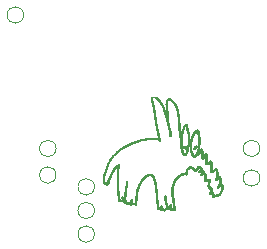
<source format=gbr>
G04 #@! TF.GenerationSoftware,KiCad,Pcbnew,5.0.1*
G04 #@! TF.CreationDate,2019-01-30T09:30:50+01:00*
G04 #@! TF.ProjectId,esp8266_rgb_strip_controller,657370383236365F736578795F737472,rev?*
G04 #@! TF.SameCoordinates,Original*
G04 #@! TF.FileFunction,Legend,Bot*
G04 #@! TF.FilePolarity,Positive*
%FSLAX46Y46*%
G04 Gerber Fmt 4.6, Leading zero omitted, Abs format (unit mm)*
G04 Created by KiCad (PCBNEW 5.0.1) date Wed 30 Jan 2019 09:30:50 AM CET*
%MOMM*%
%LPD*%
G01*
G04 APERTURE LIST*
%ADD10C,0.010000*%
%ADD11C,0.120000*%
%ADD12O,3.102000X1.602000*%
%ADD13C,3.102000*%
%ADD14C,1.102000*%
%ADD15C,2.802000*%
G04 APERTURE END LIST*
D10*
G04 #@! TO.C,G\002A\002A\002A*
G36*
X120747354Y-72254789D02*
X120728370Y-72266393D01*
X120716003Y-72283720D01*
X120700886Y-72325842D01*
X120698582Y-72372500D01*
X120708511Y-72411333D01*
X120723625Y-72430091D01*
X120750709Y-72453274D01*
X120783935Y-72476933D01*
X120817477Y-72497115D01*
X120845509Y-72509872D01*
X120857471Y-72512320D01*
X120878874Y-72505172D01*
X120893266Y-72493739D01*
X120906641Y-72470468D01*
X120910080Y-72453699D01*
X120914384Y-72433530D01*
X120920240Y-72425960D01*
X120927967Y-72410855D01*
X120930078Y-72383450D01*
X120926890Y-72350877D01*
X120918718Y-72320270D01*
X120915194Y-72312238D01*
X120889600Y-72281937D01*
X120850348Y-72260354D01*
X120803156Y-72250086D01*
X120778139Y-72250022D01*
X120747354Y-72254789D01*
X120747354Y-72254789D01*
G37*
X120747354Y-72254789D02*
X120728370Y-72266393D01*
X120716003Y-72283720D01*
X120700886Y-72325842D01*
X120698582Y-72372500D01*
X120708511Y-72411333D01*
X120723625Y-72430091D01*
X120750709Y-72453274D01*
X120783935Y-72476933D01*
X120817477Y-72497115D01*
X120845509Y-72509872D01*
X120857471Y-72512320D01*
X120878874Y-72505172D01*
X120893266Y-72493739D01*
X120906641Y-72470468D01*
X120910080Y-72453699D01*
X120914384Y-72433530D01*
X120920240Y-72425960D01*
X120927967Y-72410855D01*
X120930078Y-72383450D01*
X120926890Y-72350877D01*
X120918718Y-72320270D01*
X120915194Y-72312238D01*
X120889600Y-72281937D01*
X120850348Y-72260354D01*
X120803156Y-72250086D01*
X120778139Y-72250022D01*
X120747354Y-72254789D01*
G36*
X121748280Y-72252822D02*
X121724156Y-72267796D01*
X121693373Y-72293356D01*
X121659411Y-72325768D01*
X121625745Y-72361298D01*
X121595855Y-72396210D01*
X121573218Y-72426771D01*
X121561311Y-72449246D01*
X121560320Y-72454673D01*
X121556813Y-72476590D01*
X121550369Y-72486791D01*
X121547253Y-72499610D01*
X121557251Y-72523316D01*
X121578946Y-72554588D01*
X121579675Y-72555500D01*
X121601341Y-72568251D01*
X121633707Y-72572100D01*
X121669129Y-72566877D01*
X121691240Y-72557959D01*
X121708601Y-72545268D01*
X121735809Y-72521839D01*
X121768542Y-72491497D01*
X121790300Y-72470309D01*
X121829879Y-72428858D01*
X121854274Y-72396721D01*
X121864372Y-72370777D01*
X121861059Y-72347905D01*
X121845223Y-72324985D01*
X121834640Y-72314200D01*
X121815495Y-72293155D01*
X121804903Y-72276265D01*
X121804160Y-72272903D01*
X121796375Y-72253323D01*
X121775712Y-72246452D01*
X121748280Y-72252822D01*
X121748280Y-72252822D01*
G37*
X121748280Y-72252822D02*
X121724156Y-72267796D01*
X121693373Y-72293356D01*
X121659411Y-72325768D01*
X121625745Y-72361298D01*
X121595855Y-72396210D01*
X121573218Y-72426771D01*
X121561311Y-72449246D01*
X121560320Y-72454673D01*
X121556813Y-72476590D01*
X121550369Y-72486791D01*
X121547253Y-72499610D01*
X121557251Y-72523316D01*
X121578946Y-72554588D01*
X121579675Y-72555500D01*
X121601341Y-72568251D01*
X121633707Y-72572100D01*
X121669129Y-72566877D01*
X121691240Y-72557959D01*
X121708601Y-72545268D01*
X121735809Y-72521839D01*
X121768542Y-72491497D01*
X121790300Y-72470309D01*
X121829879Y-72428858D01*
X121854274Y-72396721D01*
X121864372Y-72370777D01*
X121861059Y-72347905D01*
X121845223Y-72324985D01*
X121834640Y-72314200D01*
X121815495Y-72293155D01*
X121804903Y-72276265D01*
X121804160Y-72272903D01*
X121796375Y-72253323D01*
X121775712Y-72246452D01*
X121748280Y-72252822D01*
G36*
X118138671Y-68102991D02*
X118092121Y-68103531D01*
X118060310Y-68104809D01*
X118040447Y-68107134D01*
X118029742Y-68110815D01*
X118025405Y-68116160D01*
X118024640Y-68122600D01*
X118019975Y-68142050D01*
X118014480Y-68148599D01*
X118006544Y-68162640D01*
X118004320Y-68179079D01*
X118000485Y-68200355D01*
X117994160Y-68209559D01*
X117989774Y-68221886D01*
X117986362Y-68250006D01*
X117984353Y-68289400D01*
X117984000Y-68316239D01*
X117984974Y-68360185D01*
X117987606Y-68395536D01*
X117991467Y-68417772D01*
X117994160Y-68422919D01*
X118001080Y-68436454D01*
X118004292Y-68460985D01*
X118004320Y-68463559D01*
X118007058Y-68488654D01*
X118013724Y-68503637D01*
X118014480Y-68504199D01*
X118021400Y-68517734D01*
X118024612Y-68542265D01*
X118024640Y-68544839D01*
X118027378Y-68569934D01*
X118034044Y-68584917D01*
X118034800Y-68585479D01*
X118041336Y-68598822D01*
X118044796Y-68624023D01*
X118044960Y-68631199D01*
X118047357Y-68658051D01*
X118053298Y-68675153D01*
X118055120Y-68676919D01*
X118063236Y-68691048D01*
X118065280Y-68705967D01*
X118070233Y-68729455D01*
X118077042Y-68740497D01*
X118083226Y-68754538D01*
X118075440Y-68768359D01*
X118067502Y-68784840D01*
X118073839Y-68796222D01*
X118082111Y-68814072D01*
X118085600Y-68840622D01*
X118085600Y-68840912D01*
X118088142Y-68865265D01*
X118094297Y-68879184D01*
X118094687Y-68879456D01*
X118102320Y-68893572D01*
X118109829Y-68926693D01*
X118117304Y-68979309D01*
X118122511Y-69027440D01*
X118127161Y-69060189D01*
X118133223Y-69084704D01*
X118137294Y-69092971D01*
X118142631Y-69108052D01*
X118145980Y-69135832D01*
X118146560Y-69154439D01*
X118148246Y-69186057D01*
X118152548Y-69209310D01*
X118155735Y-69215908D01*
X118162448Y-69231260D01*
X118168558Y-69258562D01*
X118170378Y-69271280D01*
X118179952Y-69339930D01*
X118190362Y-69393950D01*
X118201120Y-69430982D01*
X118205563Y-69440792D01*
X118212261Y-69463058D01*
X118216662Y-69496862D01*
X118217680Y-69522580D01*
X118219176Y-69556376D01*
X118223043Y-69582014D01*
X118227018Y-69591828D01*
X118230527Y-69597090D01*
X118233623Y-69606765D01*
X118236650Y-69623557D01*
X118239950Y-69650169D01*
X118243864Y-69689306D01*
X118248734Y-69743670D01*
X118253950Y-69804680D01*
X118258209Y-69841489D01*
X118263662Y-69870391D01*
X118269150Y-69885286D01*
X118269303Y-69885451D01*
X118274217Y-69900086D01*
X118277599Y-69928428D01*
X118278640Y-69958512D01*
X118280154Y-69992638D01*
X118284093Y-70018026D01*
X118288800Y-70028199D01*
X118293891Y-70040817D01*
X118297536Y-70067923D01*
X118298960Y-70103700D01*
X118298960Y-70104400D01*
X118300337Y-70140281D01*
X118303948Y-70167598D01*
X118309019Y-70180533D01*
X118309120Y-70180600D01*
X118314386Y-70193304D01*
X118318058Y-70220220D01*
X118319280Y-70251719D01*
X118320761Y-70286239D01*
X118324623Y-70312060D01*
X118329440Y-70322839D01*
X118334901Y-70335642D01*
X118338589Y-70362335D01*
X118339600Y-70388879D01*
X118341203Y-70421988D01*
X118345354Y-70446246D01*
X118349760Y-70454920D01*
X118355969Y-70468097D01*
X118359563Y-70493806D01*
X118359920Y-70505719D01*
X118362052Y-70534242D01*
X118367412Y-70553303D01*
X118370080Y-70556519D01*
X118376376Y-70569741D01*
X118379940Y-70595320D01*
X118380240Y-70605887D01*
X118382262Y-70634916D01*
X118387315Y-70655272D01*
X118389415Y-70658628D01*
X118396207Y-70673971D01*
X118402522Y-70701259D01*
X118404453Y-70714000D01*
X118409521Y-70753759D01*
X118415079Y-70797715D01*
X118416689Y-70810520D01*
X118422394Y-70842631D01*
X118429735Y-70867141D01*
X118433529Y-70874205D01*
X118443553Y-70895234D01*
X118453724Y-70931430D01*
X118462808Y-70977691D01*
X118468494Y-71018800D01*
X118473534Y-71048607D01*
X118480157Y-71069863D01*
X118482826Y-71074171D01*
X118489363Y-71090499D01*
X118492000Y-71115319D01*
X118494753Y-71140656D01*
X118501175Y-71156468D01*
X118507943Y-71171814D01*
X118514195Y-71199106D01*
X118516092Y-71211840D01*
X118523692Y-71269160D01*
X118530029Y-71308964D01*
X118535654Y-71333975D01*
X118541115Y-71346917D01*
X118543874Y-71349663D01*
X118550958Y-71363131D01*
X118552960Y-71379479D01*
X118556796Y-71400755D01*
X118563120Y-71409959D01*
X118569329Y-71423137D01*
X118572923Y-71448846D01*
X118573280Y-71460759D01*
X118575412Y-71489282D01*
X118580772Y-71508343D01*
X118583440Y-71511559D01*
X118589661Y-71524744D01*
X118593251Y-71550434D01*
X118593600Y-71562152D01*
X118592303Y-71590213D01*
X118585886Y-71604476D01*
X118570559Y-71611418D01*
X118563862Y-71612997D01*
X118525416Y-71611925D01*
X118503407Y-71603644D01*
X118491971Y-71599109D01*
X118475654Y-71595502D01*
X118452253Y-71592722D01*
X118419562Y-71590671D01*
X118375377Y-71589248D01*
X118317493Y-71588355D01*
X118243707Y-71587892D01*
X118151814Y-71587760D01*
X118151477Y-71587760D01*
X118053686Y-71587994D01*
X117974645Y-71588736D01*
X117912792Y-71590043D01*
X117866561Y-71591973D01*
X117834388Y-71594583D01*
X117814711Y-71597931D01*
X117808073Y-71600418D01*
X117788412Y-71606747D01*
X117754319Y-71613106D01*
X117711653Y-71618503D01*
X117689360Y-71620499D01*
X117612926Y-71626645D01*
X117554640Y-71632006D01*
X117512358Y-71636854D01*
X117483935Y-71641465D01*
X117467228Y-71646111D01*
X117461269Y-71649613D01*
X117445750Y-71655399D01*
X117418648Y-71658633D01*
X117408528Y-71658880D01*
X117380651Y-71660841D01*
X117362484Y-71665758D01*
X117359824Y-71667966D01*
X117347093Y-71674941D01*
X117321873Y-71681576D01*
X117310964Y-71683448D01*
X117259722Y-71691178D01*
X117225133Y-71696910D01*
X117203718Y-71701403D01*
X117191997Y-71705417D01*
X117186491Y-71709710D01*
X117185777Y-71710753D01*
X117172734Y-71716932D01*
X117148480Y-71719812D01*
X117145800Y-71719840D01*
X117120706Y-71722577D01*
X117105723Y-71729243D01*
X117105160Y-71730000D01*
X117091120Y-71737936D01*
X117074680Y-71740160D01*
X117053405Y-71743995D01*
X117044200Y-71750320D01*
X117030472Y-71757626D01*
X117007903Y-71760480D01*
X116979659Y-71763547D01*
X116960243Y-71769659D01*
X116940847Y-71777652D01*
X116907459Y-71789470D01*
X116865620Y-71803337D01*
X116820872Y-71817479D01*
X116778754Y-71830120D01*
X116744810Y-71839486D01*
X116734320Y-71842016D01*
X116703410Y-71850673D01*
X116665568Y-71863574D01*
X116647960Y-71870314D01*
X116610848Y-71884837D01*
X116574958Y-71898332D01*
X116561600Y-71903138D01*
X116532752Y-71913949D01*
X116509951Y-71923645D01*
X116508398Y-71924401D01*
X116482597Y-71932115D01*
X116470898Y-71933200D01*
X116451391Y-71937834D01*
X116444760Y-71943359D01*
X116430408Y-71951940D01*
X116419070Y-71953520D01*
X116397940Y-71958350D01*
X116370051Y-71970315D01*
X116363480Y-71973840D01*
X116336951Y-71986830D01*
X116316116Y-71993789D01*
X116312680Y-71994160D01*
X116294919Y-71998885D01*
X116269016Y-72010621D01*
X116261880Y-72014479D01*
X116235482Y-72027459D01*
X116214910Y-72034424D01*
X116211528Y-72034799D01*
X116198572Y-72039249D01*
X116170812Y-72051528D01*
X116131444Y-72070034D01*
X116083662Y-72093165D01*
X116030660Y-72119318D01*
X115975633Y-72146891D01*
X115921776Y-72174281D01*
X115872283Y-72199886D01*
X115830349Y-72222102D01*
X115799169Y-72239329D01*
X115781938Y-72249962D01*
X115780750Y-72250892D01*
X115762776Y-72262766D01*
X115733449Y-72278983D01*
X115707210Y-72292107D01*
X115672357Y-72310229D01*
X115641828Y-72328651D01*
X115626916Y-72339569D01*
X115606450Y-72354133D01*
X115591341Y-72359920D01*
X115576005Y-72366831D01*
X115560840Y-72380240D01*
X115542940Y-72395475D01*
X115530360Y-72400560D01*
X115515041Y-72407470D01*
X115499880Y-72420880D01*
X115481980Y-72436115D01*
X115469400Y-72441200D01*
X115454081Y-72448110D01*
X115438920Y-72461520D01*
X115421864Y-72476690D01*
X115410641Y-72481840D01*
X115397713Y-72487909D01*
X115375691Y-72503393D01*
X115361411Y-72514860D01*
X115327711Y-72543149D01*
X115291961Y-72573161D01*
X115282745Y-72580899D01*
X115258342Y-72599913D01*
X115239644Y-72611848D01*
X115233850Y-72613919D01*
X115221396Y-72620669D01*
X115201904Y-72637534D01*
X115195081Y-72644399D01*
X115174248Y-72663522D01*
X115157820Y-72674123D01*
X115154602Y-72674879D01*
X115141767Y-72681658D01*
X115120621Y-72699118D01*
X115103641Y-72715520D01*
X115079989Y-72737908D01*
X115060964Y-72752669D01*
X115053210Y-72756160D01*
X115043081Y-72763089D01*
X115021294Y-72782271D01*
X114990257Y-72811295D01*
X114952380Y-72847751D01*
X114910072Y-72889226D01*
X114865741Y-72933313D01*
X114821798Y-72977598D01*
X114780651Y-73019673D01*
X114744709Y-73057127D01*
X114716381Y-73087548D01*
X114698077Y-73108527D01*
X114692160Y-73117423D01*
X114685396Y-73129830D01*
X114667965Y-73150675D01*
X114651520Y-73167640D01*
X114629118Y-73191396D01*
X114614358Y-73210654D01*
X114610880Y-73218601D01*
X114604073Y-73232094D01*
X114587026Y-73252298D01*
X114579584Y-73259719D01*
X114554570Y-73289256D01*
X114532651Y-73324203D01*
X114529287Y-73331078D01*
X114514076Y-73359680D01*
X114498852Y-73381340D01*
X114494543Y-73385662D01*
X114481389Y-73402347D01*
X114478800Y-73411479D01*
X114471693Y-73428322D01*
X114464247Y-73436310D01*
X114454373Y-73449792D01*
X114438146Y-73477668D01*
X114417788Y-73515914D01*
X114395525Y-73560503D01*
X114394794Y-73562014D01*
X114372269Y-73606991D01*
X114351276Y-73645966D01*
X114334130Y-73674824D01*
X114323147Y-73689449D01*
X114322988Y-73689584D01*
X114309040Y-73709279D01*
X114306080Y-73722295D01*
X114301264Y-73742968D01*
X114289331Y-73770591D01*
X114285760Y-73777240D01*
X114272786Y-73803578D01*
X114265819Y-73824031D01*
X114265440Y-73827388D01*
X114261180Y-73844778D01*
X114250536Y-73871254D01*
X114246198Y-73880419D01*
X114230890Y-73916451D01*
X114217168Y-73956586D01*
X114214728Y-73965200D01*
X114205314Y-73996895D01*
X114196139Y-74022390D01*
X114193330Y-74028562D01*
X114185297Y-74054330D01*
X114184160Y-74066062D01*
X114179526Y-74085569D01*
X114174000Y-74092200D01*
X114166064Y-74106240D01*
X114163840Y-74122680D01*
X114160005Y-74143955D01*
X114153680Y-74153160D01*
X114145744Y-74167200D01*
X114143520Y-74183640D01*
X114139685Y-74204915D01*
X114133360Y-74214120D01*
X114125424Y-74228160D01*
X114123200Y-74244600D01*
X114119365Y-74265875D01*
X114113040Y-74275080D01*
X114104936Y-74289202D01*
X114102880Y-74304217D01*
X114096758Y-74330746D01*
X114087964Y-74346798D01*
X114075810Y-74371811D01*
X114072724Y-74388780D01*
X114068302Y-74409288D01*
X114062241Y-74417320D01*
X114054304Y-74431360D01*
X114052081Y-74447800D01*
X114048245Y-74469075D01*
X114041920Y-74478280D01*
X114033984Y-74492320D01*
X114031760Y-74508760D01*
X114027925Y-74530035D01*
X114021600Y-74539240D01*
X114013664Y-74553280D01*
X114011440Y-74569719D01*
X114007605Y-74590995D01*
X114001280Y-74600199D01*
X113992602Y-74614598D01*
X113991120Y-74625239D01*
X113986310Y-74647254D01*
X113974319Y-74674888D01*
X113958804Y-74701684D01*
X113943425Y-74721183D01*
X113933356Y-74727200D01*
X113929541Y-74730742D01*
X113926489Y-74742576D01*
X113924125Y-74764511D01*
X113922375Y-74798359D01*
X113921163Y-74845930D01*
X113920416Y-74909034D01*
X113920059Y-74989481D01*
X113920000Y-75051232D01*
X113920109Y-75142310D01*
X113920498Y-75215086D01*
X113921260Y-75271579D01*
X113922487Y-75313808D01*
X113924275Y-75343790D01*
X113926715Y-75363544D01*
X113929901Y-75375088D01*
X113933926Y-75380440D01*
X113935240Y-75381114D01*
X113947363Y-75394786D01*
X113950480Y-75409756D01*
X113958637Y-75434099D01*
X113979479Y-75462438D01*
X114007562Y-75489589D01*
X114037443Y-75510368D01*
X114063678Y-75519592D01*
X114065914Y-75519680D01*
X114089190Y-75524804D01*
X114116639Y-75541788D01*
X114149117Y-75570069D01*
X114177737Y-75596206D01*
X114197271Y-75610333D01*
X114212846Y-75614965D01*
X114229586Y-75612617D01*
X114233588Y-75611513D01*
X114258555Y-75603391D01*
X114274626Y-75596482D01*
X114289027Y-75579666D01*
X114303164Y-75551377D01*
X114313369Y-75520173D01*
X114316240Y-75499373D01*
X114324745Y-75469289D01*
X114346217Y-75446814D01*
X114373429Y-75438400D01*
X114392059Y-75435622D01*
X114404757Y-75425245D01*
X114412579Y-75404206D01*
X114416583Y-75369439D01*
X114417827Y-75317881D01*
X114417840Y-75309677D01*
X114418583Y-75258145D01*
X114421307Y-75221744D01*
X114426758Y-75195323D01*
X114435681Y-75173732D01*
X114438160Y-75169159D01*
X114451020Y-75144105D01*
X114458040Y-75126229D01*
X114458480Y-75123480D01*
X114462716Y-75110860D01*
X114474137Y-75084405D01*
X114490820Y-75048442D01*
X114504200Y-75020737D01*
X114523400Y-74980498D01*
X114538628Y-74946520D01*
X114547947Y-74923247D01*
X114549920Y-74915842D01*
X114554350Y-74903620D01*
X114566629Y-74876384D01*
X114585242Y-74837156D01*
X114608672Y-74788955D01*
X114635403Y-74734803D01*
X114663920Y-74677719D01*
X114692707Y-74620724D01*
X114720248Y-74566838D01*
X114745027Y-74519082D01*
X114765528Y-74480476D01*
X114780236Y-74454039D01*
X114787013Y-74443438D01*
X114798462Y-74425953D01*
X114814405Y-74396960D01*
X114827812Y-74370110D01*
X114844710Y-74337634D01*
X114860659Y-74311829D01*
X114870194Y-74300286D01*
X114882872Y-74284994D01*
X114885200Y-74277611D01*
X114891791Y-74263840D01*
X114909498Y-74239341D01*
X114935227Y-74207564D01*
X114965883Y-74171961D01*
X114998370Y-74135984D01*
X115029593Y-74103084D01*
X115056456Y-74076714D01*
X115075864Y-74060325D01*
X115083356Y-74056640D01*
X115098648Y-74049730D01*
X115113800Y-74036320D01*
X115136562Y-74020051D01*
X115159543Y-74016837D01*
X115175308Y-74027045D01*
X115175300Y-74042856D01*
X115170827Y-74049397D01*
X115161636Y-74068138D01*
X115159520Y-74083472D01*
X115155454Y-74104173D01*
X115149360Y-74112520D01*
X115141245Y-74126648D01*
X115139200Y-74141567D01*
X115135405Y-74163974D01*
X115130026Y-74173988D01*
X115122257Y-74192461D01*
X115115077Y-74230483D01*
X115108591Y-74287287D01*
X115102908Y-74362110D01*
X115102325Y-74371600D01*
X115098901Y-74412135D01*
X115094298Y-74444990D01*
X115089337Y-74464783D01*
X115087686Y-74467611D01*
X115085086Y-74480081D01*
X115082904Y-74509832D01*
X115081136Y-74553992D01*
X115079778Y-74609688D01*
X115078829Y-74674046D01*
X115078285Y-74744192D01*
X115078143Y-74817254D01*
X115078400Y-74890357D01*
X115079053Y-74960629D01*
X115080100Y-75025195D01*
X115081537Y-75081182D01*
X115083362Y-75125718D01*
X115085572Y-75155928D01*
X115088163Y-75168939D01*
X115088400Y-75169160D01*
X115091971Y-75181412D01*
X115094856Y-75212158D01*
X115096972Y-75259578D01*
X115098230Y-75321856D01*
X115098560Y-75382520D01*
X115099053Y-75455589D01*
X115100474Y-75515288D01*
X115102737Y-75559797D01*
X115105754Y-75587300D01*
X115108720Y-75595880D01*
X115111855Y-75607945D01*
X115114459Y-75639220D01*
X115116497Y-75688599D01*
X115117931Y-75754976D01*
X115118725Y-75837246D01*
X115118880Y-75900680D01*
X115119225Y-75992976D01*
X115120235Y-76070119D01*
X115121873Y-76131004D01*
X115124102Y-76174525D01*
X115126885Y-76199578D01*
X115129040Y-76205480D01*
X115133573Y-76217819D01*
X115137064Y-76245477D01*
X115138987Y-76283459D01*
X115139200Y-76302000D01*
X115140274Y-76342921D01*
X115143145Y-76375699D01*
X115147288Y-76395338D01*
X115149360Y-76398520D01*
X115155039Y-76411431D01*
X115158727Y-76437859D01*
X115159520Y-76459480D01*
X115161267Y-76491122D01*
X115165754Y-76513742D01*
X115169680Y-76520440D01*
X115175141Y-76533242D01*
X115178829Y-76559935D01*
X115179840Y-76586480D01*
X115181443Y-76619588D01*
X115185594Y-76643846D01*
X115190000Y-76652520D01*
X115194338Y-76664862D01*
X115197716Y-76693250D01*
X115199746Y-76733419D01*
X115200160Y-76764280D01*
X115199230Y-76809883D01*
X115196697Y-76846518D01*
X115192948Y-76869918D01*
X115190000Y-76876040D01*
X115180283Y-76892240D01*
X115184858Y-76915372D01*
X115202490Y-76939260D01*
X115202700Y-76939456D01*
X115213188Y-76947520D01*
X115227108Y-76954103D01*
X115246947Y-76959544D01*
X115275190Y-76964185D01*
X115314324Y-76968367D01*
X115366836Y-76972431D01*
X115435212Y-76976718D01*
X115501648Y-76980463D01*
X115556937Y-76983773D01*
X115595840Y-76987124D01*
X115622278Y-76991299D01*
X115640171Y-76997082D01*
X115653440Y-77005254D01*
X115661668Y-77012431D01*
X115679556Y-77035308D01*
X115687781Y-77057747D01*
X115687840Y-77059305D01*
X115694762Y-77081109D01*
X115711715Y-77105292D01*
X115714626Y-77108334D01*
X115740332Y-77127495D01*
X115771420Y-77134700D01*
X115785146Y-77135120D01*
X115813416Y-77137288D01*
X115832182Y-77142730D01*
X115835160Y-77145280D01*
X115849201Y-77153216D01*
X115865640Y-77155440D01*
X115886916Y-77159275D01*
X115896120Y-77165600D01*
X115909298Y-77171808D01*
X115935007Y-77175402D01*
X115946920Y-77175760D01*
X115975443Y-77177891D01*
X115994504Y-77183251D01*
X115997720Y-77185920D01*
X116010273Y-77190880D01*
X116037515Y-77194498D01*
X116073827Y-77196063D01*
X116078039Y-77196080D01*
X116144509Y-77201240D01*
X116194081Y-77216853D01*
X116226495Y-77242010D01*
X116249538Y-77255625D01*
X116279121Y-77251867D01*
X116304828Y-77236720D01*
X116321319Y-77226505D01*
X116342383Y-77220317D01*
X116373193Y-77217251D01*
X116418927Y-77216400D01*
X116420869Y-77216400D01*
X116463565Y-77217368D01*
X116499865Y-77219954D01*
X116523935Y-77223673D01*
X116528718Y-77225312D01*
X116594986Y-77248119D01*
X116675610Y-77256927D01*
X116686782Y-77257040D01*
X116754640Y-77257040D01*
X116754640Y-77216999D01*
X116752279Y-77189946D01*
X116747223Y-77174998D01*
X116234533Y-77174998D01*
X116229629Y-77184262D01*
X116221240Y-77185920D01*
X116208596Y-77180764D01*
X116207948Y-77174998D01*
X116218437Y-77164501D01*
X116221240Y-77164076D01*
X116233153Y-77171985D01*
X116234533Y-77174998D01*
X116747223Y-77174998D01*
X116746413Y-77172605D01*
X116744480Y-77170680D01*
X116739826Y-77158280D01*
X116736293Y-77130736D01*
X116734457Y-77093216D01*
X116734320Y-77079240D01*
X116735457Y-77039523D01*
X116738482Y-77008042D01*
X116742823Y-76989964D01*
X116744480Y-76987800D01*
X116750159Y-76974888D01*
X116753847Y-76948460D01*
X116754640Y-76926840D01*
X116756387Y-76895197D01*
X116760874Y-76872577D01*
X116764800Y-76865880D01*
X116769587Y-76853414D01*
X116773161Y-76825997D01*
X116774890Y-76788992D01*
X116774960Y-76779520D01*
X116776167Y-76741043D01*
X116779365Y-76710901D01*
X116783924Y-76694455D01*
X116785120Y-76693160D01*
X116789063Y-76680807D01*
X116792184Y-76650885D01*
X116794304Y-76606136D01*
X116795248Y-76549301D01*
X116795280Y-76535680D01*
X116795947Y-76476590D01*
X116797828Y-76428993D01*
X116800747Y-76395631D01*
X116804527Y-76379245D01*
X116805440Y-76378200D01*
X116809973Y-76365860D01*
X116813464Y-76338202D01*
X116815387Y-76300220D01*
X116815600Y-76281680D01*
X116816674Y-76240758D01*
X116819545Y-76207980D01*
X116823688Y-76188341D01*
X116825760Y-76185160D01*
X116831969Y-76171982D01*
X116835563Y-76146273D01*
X116835920Y-76134360D01*
X116838052Y-76105837D01*
X116843412Y-76086776D01*
X116846080Y-76083560D01*
X116853644Y-76069704D01*
X116856240Y-76049796D01*
X116859842Y-76025033D01*
X116869102Y-75990683D01*
X116877418Y-75966576D01*
X116890101Y-75932419D01*
X116900359Y-75903426D01*
X116904555Y-75890520D01*
X116913520Y-75867924D01*
X116927459Y-75839846D01*
X116929098Y-75836870D01*
X116941374Y-75811614D01*
X116947518Y-75792629D01*
X116947680Y-75790629D01*
X116952157Y-75777087D01*
X116964606Y-75748484D01*
X116983555Y-75707752D01*
X117007532Y-75657822D01*
X117035065Y-75601627D01*
X117064681Y-75542097D01*
X117094909Y-75482163D01*
X117124277Y-75424758D01*
X117151313Y-75372813D01*
X117174544Y-75329260D01*
X117192499Y-75297029D01*
X117203704Y-75279052D01*
X117205779Y-75276654D01*
X117219169Y-75260324D01*
X117222000Y-75251257D01*
X117228790Y-75238044D01*
X117246277Y-75216634D01*
X117262640Y-75199640D01*
X117285039Y-75175910D01*
X117299800Y-75156712D01*
X117303280Y-75148816D01*
X117310276Y-75138410D01*
X117329446Y-75116861D01*
X117358064Y-75086842D01*
X117393403Y-75051025D01*
X117432738Y-75012083D01*
X117473341Y-74972689D01*
X117512487Y-74935515D01*
X117547448Y-74903234D01*
X117575500Y-74878519D01*
X117593445Y-74864360D01*
X117629596Y-74841927D01*
X117667781Y-74821643D01*
X117702183Y-74806300D01*
X117726983Y-74798688D01*
X117731123Y-74798320D01*
X117749850Y-74793229D01*
X117755400Y-74788160D01*
X117768935Y-74781240D01*
X117793466Y-74778028D01*
X117796040Y-74778000D01*
X117821135Y-74775262D01*
X117836118Y-74768596D01*
X117836680Y-74767840D01*
X117849414Y-74762517D01*
X117876266Y-74758838D01*
X117906242Y-74757680D01*
X117940881Y-74758367D01*
X117963940Y-74762666D01*
X117983036Y-74773931D01*
X118005786Y-74795515D01*
X118015842Y-74805940D01*
X118042764Y-74837280D01*
X118065181Y-74869163D01*
X118076041Y-74889760D01*
X118087418Y-74916013D01*
X118104836Y-74952992D01*
X118124864Y-74993446D01*
X118128402Y-75000383D01*
X118146325Y-75037470D01*
X118159798Y-75069389D01*
X118166521Y-75090561D01*
X118166880Y-75093763D01*
X118171258Y-75112200D01*
X118175827Y-75117610D01*
X118184979Y-75130994D01*
X118190053Y-75146149D01*
X118196571Y-75168283D01*
X118207738Y-75200807D01*
X118216666Y-75224896D01*
X118228525Y-75260547D01*
X118236271Y-75292790D01*
X118238000Y-75308116D01*
X118241395Y-75330674D01*
X118248160Y-75341880D01*
X118254369Y-75355057D01*
X118257963Y-75380766D01*
X118258320Y-75392680D01*
X118260452Y-75421202D01*
X118265812Y-75440263D01*
X118268480Y-75443480D01*
X118274689Y-75456657D01*
X118278283Y-75482366D01*
X118278640Y-75494280D01*
X118280772Y-75522802D01*
X118286132Y-75541863D01*
X118288800Y-75545080D01*
X118293891Y-75557697D01*
X118297536Y-75584803D01*
X118298960Y-75620580D01*
X118298960Y-75621280D01*
X118300337Y-75657161D01*
X118303948Y-75684478D01*
X118309019Y-75697413D01*
X118309120Y-75697480D01*
X118313653Y-75709819D01*
X118317144Y-75737477D01*
X118319067Y-75775459D01*
X118319280Y-75794000D01*
X118320354Y-75834921D01*
X118323225Y-75867699D01*
X118327368Y-75887338D01*
X118329440Y-75890520D01*
X118334372Y-75903057D01*
X118337983Y-75930329D01*
X118339578Y-75966758D01*
X118339600Y-75971800D01*
X118340886Y-76008998D01*
X118344278Y-76037754D01*
X118349079Y-76052491D01*
X118349760Y-76053080D01*
X118354547Y-76065545D01*
X118358121Y-76092962D01*
X118359850Y-76129967D01*
X118359920Y-76139440D01*
X118361127Y-76177916D01*
X118364325Y-76208058D01*
X118368884Y-76224504D01*
X118370080Y-76225800D01*
X118374103Y-76238163D01*
X118377274Y-76267842D01*
X118379386Y-76311845D01*
X118380233Y-76367178D01*
X118380240Y-76373120D01*
X118380952Y-76429405D01*
X118382949Y-76474655D01*
X118386025Y-76505876D01*
X118389973Y-76520075D01*
X118390400Y-76520440D01*
X118394596Y-76532806D01*
X118397879Y-76561853D01*
X118399957Y-76603954D01*
X118400560Y-76647440D01*
X118401383Y-76697804D01*
X118403657Y-76738210D01*
X118407092Y-76765029D01*
X118410720Y-76774440D01*
X118415094Y-76786770D01*
X118418498Y-76814960D01*
X118420513Y-76854555D01*
X118420880Y-76882387D01*
X118422279Y-76936714D01*
X118426237Y-76978374D01*
X118432393Y-77003864D01*
X118433580Y-77006247D01*
X118438959Y-77024637D01*
X118444455Y-77058944D01*
X118449507Y-77104779D01*
X118453551Y-77157750D01*
X118454012Y-77165600D01*
X118457529Y-77227707D01*
X118461270Y-77293274D01*
X118464769Y-77354178D01*
X118467385Y-77399280D01*
X118470780Y-77442132D01*
X118475232Y-77477430D01*
X118480025Y-77500159D01*
X118482514Y-77505452D01*
X118488524Y-77521053D01*
X118491798Y-77548008D01*
X118492000Y-77556760D01*
X118496254Y-77593501D01*
X118510695Y-77614403D01*
X118537845Y-77622446D01*
X118547880Y-77622800D01*
X118573217Y-77625552D01*
X118589029Y-77631974D01*
X118604375Y-77638742D01*
X118631667Y-77644994D01*
X118644400Y-77646891D01*
X118701721Y-77654491D01*
X118741525Y-77660828D01*
X118766536Y-77666453D01*
X118779478Y-77671914D01*
X118782224Y-77674673D01*
X118795692Y-77681757D01*
X118812040Y-77683760D01*
X118833316Y-77687595D01*
X118842520Y-77693920D01*
X118856055Y-77700839D01*
X118880586Y-77704051D01*
X118883160Y-77704080D01*
X118908255Y-77706817D01*
X118923238Y-77713483D01*
X118923800Y-77714240D01*
X118937976Y-77722558D01*
X118952340Y-77724723D01*
X118978359Y-77731094D01*
X118994322Y-77739963D01*
X119021721Y-77750798D01*
X119060902Y-77754561D01*
X119104698Y-77751514D01*
X119145944Y-77741923D01*
X119165528Y-77733649D01*
X119191884Y-77715696D01*
X119210124Y-77695999D01*
X119212765Y-77690918D01*
X119231987Y-77660056D01*
X119261419Y-77631954D01*
X119294145Y-77612227D01*
X119317028Y-77606286D01*
X119348206Y-77601886D01*
X119383305Y-77593179D01*
X119387949Y-77591703D01*
X119416784Y-77584361D01*
X119433783Y-77586521D01*
X119439218Y-77590593D01*
X119458495Y-77600274D01*
X119473873Y-77602480D01*
X119494574Y-77606546D01*
X119502920Y-77612640D01*
X119517040Y-77620739D01*
X119532099Y-77622800D01*
X119553476Y-77629859D01*
X119578136Y-77647399D01*
X119584200Y-77653280D01*
X119614332Y-77677302D01*
X119642636Y-77682547D01*
X119669702Y-77671778D01*
X119686981Y-77665666D01*
X119706339Y-77672031D01*
X119717824Y-77679201D01*
X119767035Y-77704163D01*
X119822801Y-77719707D01*
X119878819Y-77725003D01*
X119928789Y-77719220D01*
X119953029Y-77710200D01*
X119990666Y-77684834D01*
X120011915Y-77653628D01*
X120020007Y-77611145D01*
X120020355Y-77596879D01*
X120018198Y-77563708D01*
X120012667Y-77538204D01*
X120008018Y-77529473D01*
X119997956Y-77509777D01*
X119995680Y-77494367D01*
X119991614Y-77473666D01*
X119985520Y-77465320D01*
X119981231Y-77452966D01*
X119977887Y-77424335D01*
X119975837Y-77383462D01*
X119975360Y-77348480D01*
X119974469Y-77301255D01*
X119972028Y-77263350D01*
X119968388Y-77238798D01*
X119965200Y-77231640D01*
X119960668Y-77219300D01*
X119957177Y-77191642D01*
X119955254Y-77153660D01*
X119955040Y-77135120D01*
X119953967Y-77094198D01*
X119951096Y-77061420D01*
X119946953Y-77041781D01*
X119944880Y-77038600D01*
X119940494Y-77026273D01*
X119937082Y-76998153D01*
X119935073Y-76958759D01*
X119934720Y-76931920D01*
X119933747Y-76887974D01*
X119931115Y-76852623D01*
X119927254Y-76830387D01*
X119924560Y-76825240D01*
X119918352Y-76812062D01*
X119914758Y-76786353D01*
X119914400Y-76774440D01*
X119912269Y-76745917D01*
X119906909Y-76726856D01*
X119904240Y-76723640D01*
X119897321Y-76710105D01*
X119894109Y-76685574D01*
X119894080Y-76683000D01*
X119891343Y-76657905D01*
X119884677Y-76642922D01*
X119883920Y-76642360D01*
X119875805Y-76628231D01*
X119873760Y-76613312D01*
X119869965Y-76590905D01*
X119864586Y-76580892D01*
X119857355Y-76563842D01*
X119850301Y-76527829D01*
X119843349Y-76472377D01*
X119837387Y-76408680D01*
X119832911Y-76372029D01*
X119826698Y-76341135D01*
X119821927Y-76326926D01*
X119818504Y-76309084D01*
X119816703Y-76275267D01*
X119816350Y-76229159D01*
X119817271Y-76174445D01*
X119819291Y-76114811D01*
X119822236Y-76053941D01*
X119825932Y-75995519D01*
X119830205Y-75943232D01*
X119834879Y-75900763D01*
X119839781Y-75871798D01*
X119843995Y-75860548D01*
X119849370Y-75845530D01*
X119852791Y-75817665D01*
X119853440Y-75797647D01*
X119855233Y-75766428D01*
X119859825Y-75744286D01*
X119863600Y-75738120D01*
X119870136Y-75724777D01*
X119873596Y-75699576D01*
X119873760Y-75692400D01*
X119876157Y-75665548D01*
X119882098Y-75648446D01*
X119883920Y-75646680D01*
X119891857Y-75632639D01*
X119894080Y-75616200D01*
X119897916Y-75594924D01*
X119904240Y-75585720D01*
X119912177Y-75571679D01*
X119914400Y-75555240D01*
X119918236Y-75533964D01*
X119924560Y-75524760D01*
X119932497Y-75510719D01*
X119934720Y-75494280D01*
X119938556Y-75473004D01*
X119944880Y-75463800D01*
X119953461Y-75449447D01*
X119955040Y-75438109D01*
X119959871Y-75416979D01*
X119971836Y-75389090D01*
X119975360Y-75382520D01*
X119988367Y-75355813D01*
X119995318Y-75334625D01*
X119995680Y-75331121D01*
X120000628Y-75312015D01*
X120013277Y-75282190D01*
X120030340Y-75248015D01*
X120048528Y-75215863D01*
X120064553Y-75192103D01*
X120071051Y-75185088D01*
X120084373Y-75168535D01*
X120087120Y-75159330D01*
X120094043Y-75143746D01*
X120107440Y-75128520D01*
X120122642Y-75111068D01*
X120127760Y-75099206D01*
X120134669Y-75087688D01*
X120153108Y-75065863D01*
X120179646Y-75037170D01*
X120210853Y-75005047D01*
X120243297Y-74972932D01*
X120273549Y-74944263D01*
X120298178Y-74922478D01*
X120313752Y-74911017D01*
X120316474Y-74910080D01*
X120331021Y-74903178D01*
X120347166Y-74888647D01*
X120371935Y-74866576D01*
X120408554Y-74840454D01*
X120452507Y-74812815D01*
X120499279Y-74786196D01*
X120544354Y-74763132D01*
X120583215Y-74746157D01*
X120611347Y-74737807D01*
X120616641Y-74737360D01*
X120635335Y-74732248D01*
X120640841Y-74727200D01*
X120654375Y-74720280D01*
X120678906Y-74717068D01*
X120681481Y-74717040D01*
X120706575Y-74714302D01*
X120721558Y-74707636D01*
X120722120Y-74706880D01*
X120734432Y-74702403D01*
X120762141Y-74698933D01*
X120800333Y-74696975D01*
X120821125Y-74696720D01*
X120866600Y-74697287D01*
X120896777Y-74699629D01*
X120916659Y-74704702D01*
X120931251Y-74713464D01*
X120937567Y-74718999D01*
X120961283Y-74741279D01*
X121011818Y-74691504D01*
X121040944Y-74660015D01*
X121053412Y-74639383D01*
X121052257Y-74631632D01*
X121047641Y-74616944D01*
X121044417Y-74586621D01*
X121042546Y-74545298D01*
X121041990Y-74497608D01*
X121042709Y-74448188D01*
X121044664Y-74401670D01*
X121047815Y-74362690D01*
X121052125Y-74335883D01*
X121054816Y-74328282D01*
X121072293Y-74303489D01*
X121099469Y-74271863D01*
X121131296Y-74238583D01*
X121162729Y-74208822D01*
X121188720Y-74187758D01*
X121196596Y-74182857D01*
X121235129Y-74171118D01*
X121284581Y-74167850D01*
X121338174Y-74172256D01*
X121389134Y-74183544D01*
X121430684Y-74200918D01*
X121446387Y-74212153D01*
X121464737Y-74225377D01*
X121475726Y-74229360D01*
X121489642Y-74236211D01*
X121504441Y-74249680D01*
X121522416Y-74264921D01*
X121535116Y-74270000D01*
X121548189Y-74276617D01*
X121570646Y-74293965D01*
X121597593Y-74318260D01*
X121629313Y-74346791D01*
X121661139Y-74372276D01*
X121682436Y-74386840D01*
X121712673Y-74404830D01*
X121740236Y-74421624D01*
X121742528Y-74423051D01*
X121763790Y-74433142D01*
X121783059Y-74430790D01*
X121796225Y-74424847D01*
X121817340Y-74408905D01*
X121824305Y-74385009D01*
X121824480Y-74378128D01*
X121827571Y-74357549D01*
X121838834Y-74336412D01*
X121861256Y-74310070D01*
X121881167Y-74289972D01*
X121912094Y-74256963D01*
X121939628Y-74222866D01*
X121958019Y-74194825D01*
X121958551Y-74193800D01*
X121984926Y-74149335D01*
X122009885Y-74124312D01*
X122035270Y-74118115D01*
X122062929Y-74130129D01*
X122086647Y-74151103D01*
X122110920Y-74183443D01*
X122119055Y-74216016D01*
X122110747Y-74251949D01*
X122085694Y-74294368D01*
X122070860Y-74313921D01*
X122055516Y-74336990D01*
X122048121Y-74355506D01*
X122048000Y-74357139D01*
X122043307Y-74370166D01*
X122039725Y-74371600D01*
X122029357Y-74380148D01*
X122015694Y-74401484D01*
X122001947Y-74429144D01*
X121991326Y-74456667D01*
X121987041Y-74477589D01*
X121987040Y-74477665D01*
X121994856Y-74506855D01*
X122016490Y-74523766D01*
X122049222Y-74527924D01*
X122090335Y-74518858D01*
X122127050Y-74501980D01*
X122154398Y-74489509D01*
X122177527Y-74483466D01*
X122179790Y-74483360D01*
X122199111Y-74478623D01*
X122205481Y-74473200D01*
X122218640Y-74467027D01*
X122244401Y-74463422D01*
X122256880Y-74463040D01*
X122284979Y-74464242D01*
X122298190Y-74469667D01*
X122301891Y-74482040D01*
X122301963Y-74485900D01*
X122295778Y-74512837D01*
X122280516Y-74543118D01*
X122261001Y-74568839D01*
X122243522Y-74581650D01*
X122226619Y-74591915D01*
X122202607Y-74611491D01*
X122176184Y-74635855D01*
X122152043Y-74660485D01*
X122134881Y-74680859D01*
X122129280Y-74691682D01*
X122136053Y-74704119D01*
X122153651Y-74725365D01*
X122173899Y-74746438D01*
X122205569Y-74773524D01*
X122231878Y-74783855D01*
X122258289Y-74777543D01*
X122290264Y-74754699D01*
X122296920Y-74748939D01*
X122337177Y-74717162D01*
X122370546Y-74700790D01*
X122401874Y-74698639D01*
X122436009Y-74709525D01*
X122443544Y-74713135D01*
X122474018Y-74732884D01*
X122494959Y-74758914D01*
X122507828Y-74794866D01*
X122514087Y-74844385D01*
X122515323Y-74891990D01*
X122514485Y-74942591D01*
X122511385Y-74978316D01*
X122505211Y-75004560D01*
X122495155Y-75026716D01*
X122495041Y-75026920D01*
X122481925Y-75054886D01*
X122475029Y-75078593D01*
X122474720Y-75082509D01*
X122469984Y-75101830D01*
X122464560Y-75108200D01*
X122458106Y-75122029D01*
X122454988Y-75148519D01*
X122455089Y-75180303D01*
X122458287Y-75210018D01*
X122464464Y-75230299D01*
X122466593Y-75233168D01*
X122482640Y-75239624D01*
X122511000Y-75243654D01*
X122544914Y-75245165D01*
X122577624Y-75244061D01*
X122602370Y-75240248D01*
X122611880Y-75235200D01*
X122624187Y-75230767D01*
X122652033Y-75227321D01*
X122690643Y-75225336D01*
X122713887Y-75225040D01*
X122758439Y-75225238D01*
X122786767Y-75226552D01*
X122802963Y-75230056D01*
X122811123Y-75236827D01*
X122815342Y-75247940D01*
X122816373Y-75251973D01*
X122817691Y-75280876D01*
X122811487Y-75311115D01*
X122803438Y-75343923D01*
X122799534Y-75380385D01*
X122799480Y-75383241D01*
X122795470Y-75416594D01*
X122786127Y-75445673D01*
X122784600Y-75448560D01*
X122778973Y-75468160D01*
X122774522Y-75502757D01*
X122771249Y-75548664D01*
X122769152Y-75602197D01*
X122768231Y-75659671D01*
X122768487Y-75717400D01*
X122769918Y-75771701D01*
X122772524Y-75818887D01*
X122776306Y-75855275D01*
X122781262Y-75877178D01*
X122784640Y-75881781D01*
X122801738Y-75884780D01*
X122832912Y-75887329D01*
X122871916Y-75888943D01*
X122878464Y-75889082D01*
X122918445Y-75890352D01*
X122942424Y-75893118D01*
X122954715Y-75898528D01*
X122959632Y-75907731D01*
X122960228Y-75910840D01*
X122967463Y-75936734D01*
X122974304Y-75953091D01*
X122979939Y-75978203D01*
X122979032Y-76010448D01*
X122978471Y-76014051D01*
X122972154Y-76052199D01*
X122966161Y-76090294D01*
X122966017Y-76091243D01*
X122960072Y-76117418D01*
X122952700Y-76133627D01*
X122951167Y-76135023D01*
X122943509Y-76148752D01*
X122942080Y-76160050D01*
X122937250Y-76181180D01*
X122925285Y-76209069D01*
X122921760Y-76215640D01*
X122905716Y-76256456D01*
X122902483Y-76295301D01*
X122912143Y-76326534D01*
X122920021Y-76335985D01*
X122941511Y-76347246D01*
X122969115Y-76352363D01*
X122994338Y-76350694D01*
X123008121Y-76342640D01*
X123022441Y-76334125D01*
X123034258Y-76332480D01*
X123059207Y-76327131D01*
X123073730Y-76320230D01*
X123091511Y-76313700D01*
X123108508Y-76321933D01*
X123113938Y-76326619D01*
X123122636Y-76336505D01*
X123128671Y-76350175D01*
X123132649Y-76371421D01*
X123135175Y-76404034D01*
X123136853Y-76451808D01*
X123137367Y-76473488D01*
X123140200Y-76601720D01*
X123200762Y-76604830D01*
X123237248Y-76604998D01*
X123267995Y-76602172D01*
X123282042Y-76598574D01*
X123310447Y-76587243D01*
X123350895Y-76572883D01*
X123395874Y-76557978D01*
X123437869Y-76545015D01*
X123469368Y-76536482D01*
X123470400Y-76536246D01*
X123504184Y-76527020D01*
X123541086Y-76514765D01*
X123546600Y-76512707D01*
X123582672Y-76499189D01*
X123618219Y-76486230D01*
X123622800Y-76484598D01*
X123651630Y-76473701D01*
X123674430Y-76463965D01*
X123676003Y-76463198D01*
X123700580Y-76456015D01*
X123717622Y-76454400D01*
X123761186Y-76444780D01*
X123798941Y-76417988D01*
X123826084Y-76378017D01*
X123839974Y-76350583D01*
X123852125Y-76331656D01*
X123856182Y-76327584D01*
X123866470Y-76315078D01*
X123879828Y-76291523D01*
X123883560Y-76283788D01*
X123901773Y-76249659D01*
X123922681Y-76217121D01*
X123924472Y-76214680D01*
X123939959Y-76188821D01*
X123947713Y-76165890D01*
X123947920Y-76162915D01*
X123955108Y-76140930D01*
X123968240Y-76124200D01*
X123984747Y-76097052D01*
X123988560Y-76072424D01*
X123991375Y-76047678D01*
X123998202Y-76033124D01*
X123998721Y-76032760D01*
X124006657Y-76018719D01*
X124008880Y-76002280D01*
X124012716Y-75981004D01*
X124019040Y-75971800D01*
X124026977Y-75957759D01*
X124029200Y-75941320D01*
X124033036Y-75920044D01*
X124039361Y-75910840D01*
X124046334Y-75897278D01*
X124049503Y-75872849D01*
X124049521Y-75870844D01*
X124053865Y-75843721D01*
X124064359Y-75824824D01*
X124064761Y-75824480D01*
X124071517Y-75814524D01*
X124076043Y-75795747D01*
X124078706Y-75764880D01*
X124079868Y-75718657D01*
X124080000Y-75687960D01*
X124080000Y-75564089D01*
X124038400Y-75541884D01*
X123990716Y-75524548D01*
X123938044Y-75519680D01*
X123893413Y-75516222D01*
X123867551Y-75505682D01*
X123860090Y-75487806D01*
X123865935Y-75470197D01*
X123869760Y-75452506D01*
X123872830Y-75416135D01*
X123875073Y-75362713D01*
X123876417Y-75293868D01*
X123876800Y-75222622D01*
X123876729Y-75148820D01*
X123876326Y-75092276D01*
X123875311Y-75049929D01*
X123873402Y-75018715D01*
X123870317Y-74995573D01*
X123865775Y-74977442D01*
X123859494Y-74961259D01*
X123851193Y-74943962D01*
X123851174Y-74943924D01*
X123830450Y-74905090D01*
X123811299Y-74879691D01*
X123789298Y-74866002D01*
X123760020Y-74862299D01*
X123719043Y-74866858D01*
X123675015Y-74875262D01*
X123646718Y-74877282D01*
X123631990Y-74868218D01*
X123629244Y-74854096D01*
X123626827Y-74823014D01*
X123624881Y-74778329D01*
X123623547Y-74723398D01*
X123622968Y-74661581D01*
X123622956Y-74654139D01*
X123622392Y-74582857D01*
X123620882Y-74524658D01*
X123618524Y-74481469D01*
X123615414Y-74455218D01*
X123612640Y-74447800D01*
X123607141Y-74434977D01*
X123603451Y-74408331D01*
X123602480Y-74382721D01*
X123596685Y-74326421D01*
X123580352Y-74280087D01*
X123556550Y-74249505D01*
X123543776Y-74232613D01*
X123541520Y-74223780D01*
X123532920Y-74210718D01*
X123511902Y-74196206D01*
X123485640Y-74184190D01*
X123461305Y-74178611D01*
X123459279Y-74178560D01*
X123440484Y-74183607D01*
X123434841Y-74188720D01*
X123420861Y-74196533D01*
X123403326Y-74198880D01*
X123378764Y-74206934D01*
X123346057Y-74229740D01*
X123329212Y-74244600D01*
X123302708Y-74268009D01*
X123281222Y-74284495D01*
X123269931Y-74290320D01*
X123255325Y-74297331D01*
X123247055Y-74305349D01*
X123227968Y-74321227D01*
X123200343Y-74337268D01*
X123173310Y-74348654D01*
X123160047Y-74351280D01*
X123145933Y-74343081D01*
X123141288Y-74335209D01*
X123136886Y-74312723D01*
X123135192Y-74280359D01*
X123135983Y-74245184D01*
X123139037Y-74214264D01*
X123144133Y-74194668D01*
X123145780Y-74192284D01*
X123149641Y-74178051D01*
X123151941Y-74147070D01*
X123152827Y-74102841D01*
X123152450Y-74048864D01*
X123150959Y-73988637D01*
X123148503Y-73925662D01*
X123145231Y-73863437D01*
X123141293Y-73805463D01*
X123136838Y-73755239D01*
X123132015Y-73716264D01*
X123126973Y-73692040D01*
X123124197Y-73686308D01*
X123117064Y-73669550D01*
X123114800Y-73649768D01*
X123107277Y-73610632D01*
X123087494Y-73572914D01*
X123059639Y-73541729D01*
X123027895Y-73522191D01*
X123007104Y-73518160D01*
X122982953Y-73525785D01*
X122953541Y-73545343D01*
X122924877Y-73571858D01*
X122902966Y-73600351D01*
X122898987Y-73607739D01*
X122881509Y-73631739D01*
X122863410Y-73645764D01*
X122837467Y-73660966D01*
X122822770Y-73671462D01*
X122783604Y-73697456D01*
X122748713Y-73710296D01*
X122739018Y-73711200D01*
X122729999Y-73709923D01*
X122724106Y-73703728D01*
X122720680Y-73689069D01*
X122719058Y-73662401D01*
X122718580Y-73620176D01*
X122718560Y-73601472D01*
X122719512Y-73553442D01*
X122722118Y-73514491D01*
X122726009Y-73488825D01*
X122729156Y-73481148D01*
X122733186Y-73466348D01*
X122735709Y-73431935D01*
X122736705Y-73378562D01*
X122736154Y-73306881D01*
X122735610Y-73278456D01*
X122732970Y-73188385D01*
X122729161Y-73116084D01*
X122723896Y-73059021D01*
X122716885Y-73014663D01*
X122707840Y-72980480D01*
X122699240Y-72959360D01*
X122683771Y-72941946D01*
X122656427Y-72921887D01*
X122624426Y-72903493D01*
X122594989Y-72891074D01*
X122580109Y-72888240D01*
X122568292Y-72894838D01*
X122546035Y-72912455D01*
X122517353Y-72937824D01*
X122504944Y-72949443D01*
X122468804Y-72982191D01*
X122443785Y-73000290D01*
X122427810Y-73004544D01*
X122418803Y-72995757D01*
X122415777Y-72983918D01*
X122408940Y-72957917D01*
X122403653Y-72944120D01*
X122399352Y-72932780D01*
X122395453Y-72917435D01*
X122391330Y-72894396D01*
X122386355Y-72859972D01*
X122379901Y-72810473D01*
X122376892Y-72786640D01*
X122371500Y-72756846D01*
X122364673Y-72735591D01*
X122361975Y-72731267D01*
X122354555Y-72714043D01*
X122352800Y-72698847D01*
X122348734Y-72678146D01*
X122342640Y-72669800D01*
X122334126Y-72655479D01*
X122332480Y-72643662D01*
X122325848Y-72614408D01*
X122304925Y-72579439D01*
X122272010Y-72540260D01*
X122249801Y-72518109D01*
X122230384Y-72506756D01*
X122205166Y-72502641D01*
X122180081Y-72502160D01*
X122145798Y-72503410D01*
X122122727Y-72509707D01*
X122101793Y-72524870D01*
X122083560Y-72542800D01*
X122059428Y-72565252D01*
X122039328Y-72580011D01*
X122030699Y-72583440D01*
X122021257Y-72575203D01*
X122017733Y-72556717D01*
X122020630Y-72537321D01*
X122027680Y-72527559D01*
X122034600Y-72514025D01*
X122037812Y-72489494D01*
X122037841Y-72486919D01*
X122040578Y-72461825D01*
X122047244Y-72446842D01*
X122048001Y-72446279D01*
X122054209Y-72433102D01*
X122057803Y-72407393D01*
X122058160Y-72395479D01*
X122060292Y-72366957D01*
X122065652Y-72347896D01*
X122068320Y-72344680D01*
X122073411Y-72332062D01*
X122077056Y-72304956D01*
X122078480Y-72269179D01*
X122078480Y-72268480D01*
X122079857Y-72232598D01*
X122083468Y-72205281D01*
X122088539Y-72192346D01*
X122088640Y-72192280D01*
X122091362Y-72180788D01*
X122093672Y-72151837D01*
X122095571Y-72108281D01*
X122096471Y-72074796D01*
X121986732Y-72074796D01*
X121985431Y-72112707D01*
X121982625Y-72143015D01*
X121978313Y-72160149D01*
X121976880Y-72161800D01*
X121972348Y-72174139D01*
X121968857Y-72201797D01*
X121966934Y-72239779D01*
X121966720Y-72258320D01*
X121965647Y-72299241D01*
X121962776Y-72332019D01*
X121958633Y-72351658D01*
X121956560Y-72354840D01*
X121950352Y-72368017D01*
X121946758Y-72393726D01*
X121946400Y-72405640D01*
X121944269Y-72434162D01*
X121938909Y-72453223D01*
X121936240Y-72456440D01*
X121928934Y-72470168D01*
X121926080Y-72492737D01*
X121923102Y-72520984D01*
X121917168Y-72540397D01*
X121905563Y-72568328D01*
X121894661Y-72602253D01*
X121887183Y-72632992D01*
X121885440Y-72647493D01*
X121881325Y-72664074D01*
X121870365Y-72693482D01*
X121854644Y-72730288D01*
X121848692Y-72743291D01*
X121820955Y-72803274D01*
X121800434Y-72848866D01*
X121785488Y-72883967D01*
X121774479Y-72912476D01*
X121765768Y-72938291D01*
X121763186Y-72946660D01*
X121753899Y-72972670D01*
X121745684Y-72988053D01*
X121743172Y-72989840D01*
X121735164Y-72998156D01*
X121722049Y-73019512D01*
X121712287Y-73038100D01*
X121689740Y-73080143D01*
X121671188Y-73104536D01*
X121653801Y-73112769D01*
X121634750Y-73106330D01*
X121614315Y-73089668D01*
X121597795Y-73070698D01*
X121590802Y-73055817D01*
X121590800Y-73055683D01*
X121583896Y-73040520D01*
X121570480Y-73025400D01*
X121555099Y-73005535D01*
X121550160Y-72989944D01*
X121545895Y-72973099D01*
X121534593Y-72943864D01*
X121518500Y-72907926D01*
X121514600Y-72899810D01*
X121497906Y-72864378D01*
X121485417Y-72835720D01*
X121479313Y-72818905D01*
X121479040Y-72817160D01*
X121474422Y-72802872D01*
X121462919Y-72779081D01*
X121458720Y-72771400D01*
X121445605Y-72743433D01*
X121438709Y-72719726D01*
X121438400Y-72715810D01*
X121434189Y-72696847D01*
X121429314Y-72690783D01*
X121421681Y-72676667D01*
X121414172Y-72643546D01*
X121406697Y-72590930D01*
X121401490Y-72542800D01*
X121396840Y-72510050D01*
X121390778Y-72485535D01*
X121386707Y-72477268D01*
X121383065Y-72463739D01*
X121380347Y-72434576D01*
X121378540Y-72394078D01*
X121377632Y-72346545D01*
X121377612Y-72296275D01*
X121378468Y-72247569D01*
X121380189Y-72204726D01*
X121382761Y-72172046D01*
X121386174Y-72153827D01*
X121387600Y-72151640D01*
X121391796Y-72139273D01*
X121395079Y-72110226D01*
X121397157Y-72068125D01*
X121397760Y-72024640D01*
X121398583Y-71974275D01*
X121400857Y-71933869D01*
X121404292Y-71907050D01*
X121407920Y-71897640D01*
X121414129Y-71884462D01*
X121417723Y-71858753D01*
X121418080Y-71846840D01*
X121420212Y-71818317D01*
X121425572Y-71799256D01*
X121428240Y-71796040D01*
X121435866Y-71782172D01*
X121438536Y-71762420D01*
X121441996Y-71740640D01*
X121451107Y-71706086D01*
X121464172Y-71664925D01*
X121469862Y-71648720D01*
X121484530Y-71607246D01*
X121496879Y-71570760D01*
X121502202Y-71553842D01*
X121433813Y-71553842D01*
X121426168Y-71565217D01*
X121418080Y-71567440D01*
X121404832Y-71560125D01*
X121403274Y-71557982D01*
X121403934Y-71545937D01*
X121416149Y-71539503D01*
X121428406Y-71542142D01*
X121433813Y-71553842D01*
X121502202Y-71553842D01*
X121504939Y-71545146D01*
X121506499Y-71539349D01*
X121514310Y-71518970D01*
X121520894Y-71510810D01*
X121527867Y-71497416D01*
X121529840Y-71481080D01*
X121533676Y-71459804D01*
X121540000Y-71450600D01*
X121540434Y-71449862D01*
X121516730Y-71449862D01*
X121514600Y-71455680D01*
X121503367Y-71461718D01*
X121497067Y-71457450D01*
X121492151Y-71441177D01*
X121494280Y-71435360D01*
X121505514Y-71429321D01*
X121511814Y-71433589D01*
X121516730Y-71449862D01*
X121540434Y-71449862D01*
X121548399Y-71436335D01*
X121550160Y-71423645D01*
X121554743Y-71406280D01*
X121567126Y-71375320D01*
X121585264Y-71334942D01*
X121607111Y-71289325D01*
X121630621Y-71242647D01*
X121653749Y-71199088D01*
X121674448Y-71162825D01*
X121688628Y-71140827D01*
X121720794Y-71098916D01*
X121744754Y-71075084D01*
X121761136Y-71069109D01*
X121770568Y-71080770D01*
X121773678Y-71109847D01*
X121773680Y-71110907D01*
X121777474Y-71149136D01*
X121787631Y-71177314D01*
X121802318Y-71190923D01*
X121806403Y-71191520D01*
X121821479Y-71185094D01*
X121841388Y-71169633D01*
X121841499Y-71169528D01*
X121858628Y-71155113D01*
X121870353Y-71154293D01*
X121885334Y-71166023D01*
X121900940Y-71188429D01*
X121905760Y-71207735D01*
X121909750Y-71228620D01*
X121915920Y-71237239D01*
X121922456Y-71250582D01*
X121925916Y-71275783D01*
X121926080Y-71282960D01*
X121928477Y-71309811D01*
X121934418Y-71326913D01*
X121936240Y-71328680D01*
X121941506Y-71341384D01*
X121945178Y-71368300D01*
X121946400Y-71399800D01*
X121947881Y-71434319D01*
X121951743Y-71460140D01*
X121956560Y-71470920D01*
X121959966Y-71483108D01*
X121962747Y-71514098D01*
X121964841Y-71562376D01*
X121966184Y-71626433D01*
X121966714Y-71704755D01*
X121966720Y-71714760D01*
X121967152Y-71794649D01*
X121968404Y-71860449D01*
X121970413Y-71910647D01*
X121973117Y-71943733D01*
X121976453Y-71958195D01*
X121976880Y-71958600D01*
X121981601Y-71971186D01*
X121984817Y-71998463D01*
X121986527Y-72034857D01*
X121986732Y-72074796D01*
X122096471Y-72074796D01*
X122097058Y-72052977D01*
X122098134Y-71988780D01*
X122098798Y-71918545D01*
X122099051Y-71845129D01*
X122098892Y-71771387D01*
X122098322Y-71700175D01*
X122097340Y-71634349D01*
X122095947Y-71576764D01*
X122094142Y-71530277D01*
X122091925Y-71497742D01*
X122089298Y-71482015D01*
X122088640Y-71481080D01*
X122084108Y-71468740D01*
X122080617Y-71441082D01*
X122078694Y-71403100D01*
X122078480Y-71384559D01*
X122077407Y-71343638D01*
X122074536Y-71310860D01*
X122070393Y-71291221D01*
X122068320Y-71288039D01*
X122062642Y-71275128D01*
X122058954Y-71248700D01*
X122058160Y-71227079D01*
X122056414Y-71195437D01*
X122051927Y-71172817D01*
X122048000Y-71166120D01*
X122041081Y-71152585D01*
X122037869Y-71128054D01*
X122037840Y-71125480D01*
X122035103Y-71100385D01*
X122028437Y-71085402D01*
X122027680Y-71084840D01*
X122018873Y-71070381D01*
X122017520Y-71060640D01*
X122012162Y-71037063D01*
X121998382Y-71003533D01*
X121979623Y-70966593D01*
X121959329Y-70932787D01*
X121940943Y-70908658D01*
X121934521Y-70902915D01*
X121907566Y-70891263D01*
X121877810Y-70886720D01*
X121853037Y-70891151D01*
X121819066Y-70902580D01*
X121782160Y-70918214D01*
X121748582Y-70935256D01*
X121724594Y-70950912D01*
X121717554Y-70958239D01*
X121703469Y-70970051D01*
X121686061Y-70978638D01*
X121664287Y-70992850D01*
X121654028Y-71006981D01*
X121643271Y-71026193D01*
X121624799Y-71052333D01*
X121616200Y-71063235D01*
X121589331Y-71096112D01*
X121560877Y-71130924D01*
X121554762Y-71138405D01*
X121534835Y-71167477D01*
X121509919Y-71210789D01*
X121482341Y-71263625D01*
X121454425Y-71321266D01*
X121428499Y-71378996D01*
X121406886Y-71432096D01*
X121398342Y-71455680D01*
X121384353Y-71495782D01*
X121370720Y-71533633D01*
X121361837Y-71557280D01*
X121338380Y-71618481D01*
X121322081Y-71664065D01*
X121311980Y-71697042D01*
X121307122Y-71720425D01*
X121306320Y-71731796D01*
X121302926Y-71754354D01*
X121296160Y-71765559D01*
X121289952Y-71778737D01*
X121286358Y-71804446D01*
X121286000Y-71816360D01*
X121283869Y-71844882D01*
X121278509Y-71863943D01*
X121275840Y-71867160D01*
X121271308Y-71879499D01*
X121267817Y-71907157D01*
X121265894Y-71945139D01*
X121265680Y-71963680D01*
X121264607Y-72004601D01*
X121261736Y-72037379D01*
X121257593Y-72057018D01*
X121255520Y-72060200D01*
X121252008Y-72072431D01*
X121249158Y-72103269D01*
X121247050Y-72151007D01*
X121245759Y-72213942D01*
X121245360Y-72283720D01*
X121245831Y-72359116D01*
X121247191Y-72420884D01*
X121249363Y-72467318D01*
X121252269Y-72496713D01*
X121255520Y-72507240D01*
X121260307Y-72519705D01*
X121263881Y-72547122D01*
X121265610Y-72584127D01*
X121265680Y-72593600D01*
X121266887Y-72632076D01*
X121270085Y-72662218D01*
X121274644Y-72678664D01*
X121275840Y-72679960D01*
X121283777Y-72694000D01*
X121286000Y-72710440D01*
X121289836Y-72731715D01*
X121296160Y-72740920D01*
X121304097Y-72754960D01*
X121306320Y-72771400D01*
X121310156Y-72792675D01*
X121316480Y-72801880D01*
X121324853Y-72816132D01*
X121326640Y-72829014D01*
X121331313Y-72847967D01*
X121343605Y-72878179D01*
X121360927Y-72913337D01*
X121362201Y-72915709D01*
X121379588Y-72949485D01*
X121392258Y-72977113D01*
X121397709Y-72993097D01*
X121397760Y-72993859D01*
X121402666Y-73011959D01*
X121415050Y-73040402D01*
X121431415Y-73072433D01*
X121448260Y-73101295D01*
X121462087Y-73120233D01*
X121464293Y-73122328D01*
X121476872Y-73138492D01*
X121479040Y-73146502D01*
X121486745Y-73162868D01*
X121506038Y-73184809D01*
X121531189Y-73207273D01*
X121556467Y-73225207D01*
X121576141Y-73233561D01*
X121577929Y-73233680D01*
X121598250Y-73237912D01*
X121606041Y-73243840D01*
X121619441Y-73250491D01*
X121644449Y-73253887D01*
X121650138Y-73254000D01*
X121671497Y-73252049D01*
X121690612Y-73244124D01*
X121712503Y-73227115D01*
X121742192Y-73197910D01*
X121744449Y-73195580D01*
X121776692Y-73158168D01*
X121806948Y-73116213D01*
X121828675Y-73078788D01*
X121828698Y-73078740D01*
X121844565Y-73046933D01*
X121857005Y-73029436D01*
X121870839Y-73021990D01*
X121890887Y-73020332D01*
X121894787Y-73020319D01*
X121940394Y-73013657D01*
X121983460Y-72992203D01*
X122028312Y-72953760D01*
X122030811Y-72951217D01*
X122051187Y-72926378D01*
X122074578Y-72891954D01*
X122098040Y-72853106D01*
X122118631Y-72814990D01*
X122133406Y-72782767D01*
X122139422Y-72761593D01*
X122139440Y-72760843D01*
X122144264Y-72740906D01*
X122155854Y-72716703D01*
X122169887Y-72695683D01*
X122182042Y-72685300D01*
X122183365Y-72685119D01*
X122195889Y-72693850D01*
X122208835Y-72714829D01*
X122218283Y-72740451D01*
X122220720Y-72757585D01*
X122225894Y-72776184D01*
X122230881Y-72781560D01*
X122236806Y-72794595D01*
X122240468Y-72820702D01*
X122241040Y-72837440D01*
X122242961Y-72867556D01*
X122247845Y-72888448D01*
X122251200Y-72893320D01*
X122255096Y-72905502D01*
X122258064Y-72934008D01*
X122260117Y-72974859D01*
X122261269Y-73024081D01*
X122261531Y-73077698D01*
X122260917Y-73131733D01*
X122259440Y-73182211D01*
X122257112Y-73225155D01*
X122253945Y-73256591D01*
X122249988Y-73272485D01*
X122244842Y-73288751D01*
X122249756Y-73310385D01*
X122260355Y-73333308D01*
X122275836Y-73359856D01*
X122290704Y-73372379D01*
X122311508Y-73375866D01*
X122316265Y-73375920D01*
X122340931Y-73372324D01*
X122362546Y-73358792D01*
X122384638Y-73335284D01*
X122413002Y-73301561D01*
X122442929Y-73265946D01*
X122451861Y-73255309D01*
X122470870Y-73230922D01*
X122482805Y-73212266D01*
X122484881Y-73206497D01*
X122492355Y-73190976D01*
X122510743Y-73171115D01*
X122533996Y-73151928D01*
X122556061Y-73138429D01*
X122570571Y-73135497D01*
X122575949Y-73139886D01*
X122579985Y-73150052D01*
X122582863Y-73168525D01*
X122584768Y-73197835D01*
X122585881Y-73240513D01*
X122586388Y-73299091D01*
X122586480Y-73354681D01*
X122586001Y-73429131D01*
X122584617Y-73490056D01*
X122582409Y-73535705D01*
X122579458Y-73564329D01*
X122576321Y-73574040D01*
X122571634Y-73586463D01*
X122568132Y-73613959D01*
X122566400Y-73651288D01*
X122566313Y-73663539D01*
X122569722Y-73727175D01*
X122579147Y-73780469D01*
X122593762Y-73819747D01*
X122604977Y-73835360D01*
X122620477Y-73840694D01*
X122650239Y-73843965D01*
X122688314Y-73845240D01*
X122728756Y-73844586D01*
X122765618Y-73842069D01*
X122792953Y-73837756D01*
X122803893Y-73833131D01*
X122822494Y-73823979D01*
X122830792Y-73822960D01*
X122851686Y-73818301D01*
X122878885Y-73807098D01*
X122903598Y-73793511D01*
X122916680Y-73782320D01*
X122929283Y-73771939D01*
X122952116Y-73758684D01*
X122976491Y-73747093D01*
X122993722Y-73741707D01*
X122994441Y-73741680D01*
X122998084Y-73751114D01*
X123000962Y-73776520D01*
X123002700Y-73813555D01*
X123003040Y-73841248D01*
X123004171Y-73889165D01*
X123007300Y-73926139D01*
X123012031Y-73948251D01*
X123014201Y-73951976D01*
X123020292Y-73970256D01*
X123020492Y-74005361D01*
X123018982Y-74022588D01*
X123014727Y-74065919D01*
X123010295Y-74116722D01*
X123007454Y-74153160D01*
X123003538Y-74192059D01*
X122998273Y-74225053D01*
X122992935Y-74244600D01*
X122987015Y-74265598D01*
X122981515Y-74298597D01*
X122978575Y-74325880D01*
X122974620Y-74367540D01*
X122969901Y-74408121D01*
X122967139Y-74427780D01*
X122964879Y-74457048D01*
X122971990Y-74477508D01*
X122988332Y-74496360D01*
X123018501Y-74517856D01*
X123054626Y-74524000D01*
X123081212Y-74521556D01*
X123097998Y-74515513D01*
X123099561Y-74513840D01*
X123113601Y-74505903D01*
X123130041Y-74503680D01*
X123151316Y-74499844D01*
X123160520Y-74493520D01*
X123174919Y-74484841D01*
X123185560Y-74483360D01*
X123204846Y-74478999D01*
X123231226Y-74468169D01*
X123258158Y-74454250D01*
X123279104Y-74440622D01*
X123287520Y-74430675D01*
X123295774Y-74423322D01*
X123302731Y-74422400D01*
X123318699Y-74415997D01*
X123342355Y-74399695D01*
X123356071Y-74388188D01*
X123395504Y-74358464D01*
X123428005Y-74345390D01*
X123452196Y-74348867D01*
X123466699Y-74368800D01*
X123470400Y-74396212D01*
X123473521Y-74422156D01*
X123480996Y-74439091D01*
X123485031Y-74453948D01*
X123487493Y-74488524D01*
X123488365Y-74542279D01*
X123487631Y-74614674D01*
X123487052Y-74641783D01*
X123484329Y-74735048D01*
X123480949Y-74809410D01*
X123476785Y-74866280D01*
X123471706Y-74907069D01*
X123465584Y-74933188D01*
X123459255Y-74945131D01*
X123451092Y-74963123D01*
X123450080Y-74972040D01*
X123445544Y-74989693D01*
X123433735Y-75018389D01*
X123419600Y-75047240D01*
X123397902Y-75097512D01*
X123389446Y-75143259D01*
X123389120Y-75154951D01*
X123389120Y-75204720D01*
X123424371Y-75204720D01*
X123458496Y-75199684D01*
X123495156Y-75183494D01*
X123536928Y-75154518D01*
X123586394Y-75111128D01*
X123612259Y-75086062D01*
X123645108Y-75053657D01*
X123673389Y-75026070D01*
X123693495Y-75006800D01*
X123700908Y-75000022D01*
X123713281Y-74999710D01*
X123725949Y-75015023D01*
X123736797Y-75041412D01*
X123743707Y-75074325D01*
X123745081Y-75094995D01*
X123748734Y-75129071D01*
X123757341Y-75158793D01*
X123759961Y-75164080D01*
X123769059Y-75191487D01*
X123773944Y-75229734D01*
X123774603Y-75271639D01*
X123771023Y-75310019D01*
X123763190Y-75337692D01*
X123760284Y-75342478D01*
X123749381Y-75366875D01*
X123745044Y-75394620D01*
X123741921Y-75419025D01*
X123734827Y-75433144D01*
X123734560Y-75433320D01*
X123725621Y-75447839D01*
X123724401Y-75456689D01*
X123719691Y-75475243D01*
X123707461Y-75505531D01*
X123690557Y-75541809D01*
X123671825Y-75578336D01*
X123654113Y-75609369D01*
X123640267Y-75629165D01*
X123637590Y-75631814D01*
X123624988Y-75647728D01*
X123622777Y-75655544D01*
X123616607Y-75669624D01*
X123601055Y-75691871D01*
X123592320Y-75702560D01*
X123567457Y-75742451D01*
X123561864Y-75771003D01*
X123564613Y-75793774D01*
X123576567Y-75808166D01*
X123599940Y-75819868D01*
X123626793Y-75829463D01*
X123646539Y-75829705D01*
X123670097Y-75820624D01*
X123671291Y-75820059D01*
X123696357Y-75803129D01*
X123712757Y-75783100D01*
X123713515Y-75781354D01*
X123734027Y-75748946D01*
X123768340Y-75714519D01*
X123811034Y-75681826D01*
X123856690Y-75654619D01*
X123899889Y-75636650D01*
X123930043Y-75631440D01*
X123959523Y-75631440D01*
X123954354Y-75720340D01*
X123949298Y-75792857D01*
X123943293Y-75848453D01*
X123935759Y-75890524D01*
X123926116Y-75922464D01*
X123916277Y-75943390D01*
X123903785Y-75968513D01*
X123897354Y-75987077D01*
X123897120Y-75989333D01*
X123892830Y-76002106D01*
X123880987Y-76029659D01*
X123863131Y-76068601D01*
X123840802Y-76115539D01*
X123826106Y-76145707D01*
X123794708Y-76207852D01*
X123768861Y-76253664D01*
X123746261Y-76285554D01*
X123724608Y-76305930D01*
X123701599Y-76317203D01*
X123674934Y-76321781D01*
X123657399Y-76322320D01*
X123632648Y-76325133D01*
X123618087Y-76331957D01*
X123617721Y-76332480D01*
X123603322Y-76341158D01*
X123592681Y-76342640D01*
X123571934Y-76346927D01*
X123543347Y-76357605D01*
X123534861Y-76361509D01*
X123461379Y-76396169D01*
X123403760Y-76420951D01*
X123360153Y-76435938D01*
X123328708Y-76441210D01*
X123307576Y-76436851D01*
X123294906Y-76422942D01*
X123288850Y-76399565D01*
X123287520Y-76372475D01*
X123285576Y-76342557D01*
X123280636Y-76321891D01*
X123277360Y-76317240D01*
X123269424Y-76303199D01*
X123267201Y-76286760D01*
X123263365Y-76265484D01*
X123257041Y-76256280D01*
X123248197Y-76241804D01*
X123246880Y-76232305D01*
X123239056Y-76195642D01*
X123214698Y-76165371D01*
X123172484Y-76140252D01*
X123132580Y-76125380D01*
X123125082Y-76120875D01*
X123120019Y-76110700D01*
X123116929Y-76091450D01*
X123115351Y-76059720D01*
X123114823Y-76012104D01*
X123114800Y-75994160D01*
X123114416Y-75939622D01*
X123112803Y-75900518D01*
X123109272Y-75871969D01*
X123103134Y-75849096D01*
X123093701Y-75827020D01*
X123090201Y-75819973D01*
X123059770Y-75768138D01*
X123029238Y-75734415D01*
X122996215Y-75716725D01*
X122966824Y-75712720D01*
X122935287Y-75709201D01*
X122914148Y-75700116D01*
X122912082Y-75698059D01*
X122906146Y-75679207D01*
X122903909Y-75644380D01*
X122904927Y-75597497D01*
X122908758Y-75542477D01*
X122914958Y-75483237D01*
X122923083Y-75423696D01*
X122932691Y-75367774D01*
X122943339Y-75319388D01*
X122954583Y-75282457D01*
X122960622Y-75268887D01*
X122967894Y-75245295D01*
X122972124Y-75212077D01*
X122972560Y-75198323D01*
X122969643Y-75162877D01*
X122958567Y-75137401D01*
X122945260Y-75121455D01*
X122921637Y-75102725D01*
X122898571Y-75093245D01*
X122895059Y-75092960D01*
X122874306Y-75088916D01*
X122865881Y-75082800D01*
X122853553Y-75078417D01*
X122825410Y-75075007D01*
X122785951Y-75072997D01*
X122758794Y-75072640D01*
X122712792Y-75072416D01*
X122683153Y-75071144D01*
X122665920Y-75067916D01*
X122657136Y-75061830D01*
X122652845Y-75051980D01*
X122651850Y-75048186D01*
X122651342Y-75020513D01*
X122656737Y-75003134D01*
X122661272Y-74984794D01*
X122664902Y-74951346D01*
X122667189Y-74907992D01*
X122667760Y-74871829D01*
X122667220Y-74820186D01*
X122665030Y-74783336D01*
X122660337Y-74755766D01*
X122652287Y-74731965D01*
X122643074Y-74712361D01*
X122607733Y-74656555D01*
X122564604Y-74610411D01*
X122518513Y-74579024D01*
X122515360Y-74577538D01*
X122475640Y-74556812D01*
X122451277Y-74535230D01*
X122438698Y-74507090D01*
X122434331Y-74466688D01*
X122434081Y-74447800D01*
X122433204Y-74408056D01*
X122429626Y-74382838D01*
X122421929Y-74366392D01*
X122411221Y-74355128D01*
X122360191Y-74322465D01*
X122307080Y-74308458D01*
X122276600Y-74305560D01*
X122273616Y-74231920D01*
X122269380Y-74182858D01*
X122259352Y-74142580D01*
X122240593Y-74099752D01*
X122238056Y-74094760D01*
X122217701Y-74058353D01*
X122197956Y-74033908D01*
X122172024Y-74014467D01*
X122144520Y-73999035D01*
X122079189Y-73973613D01*
X122016944Y-73967387D01*
X121959266Y-73980206D01*
X121907632Y-74011920D01*
X121894141Y-74024487D01*
X121880333Y-74043255D01*
X121861441Y-74074908D01*
X121840449Y-74113684D01*
X121820339Y-74153818D01*
X121804094Y-74189547D01*
X121794696Y-74215106D01*
X121794000Y-74217997D01*
X121783102Y-74241681D01*
X121771372Y-74253475D01*
X121758796Y-74257290D01*
X121743667Y-74251112D01*
X121721560Y-74232639D01*
X121710027Y-74221542D01*
X121685049Y-74198657D01*
X121664857Y-74183067D01*
X121655491Y-74178560D01*
X121641245Y-74171694D01*
X121626360Y-74158240D01*
X121608460Y-74143004D01*
X121595880Y-74137920D01*
X121580561Y-74131009D01*
X121565400Y-74117600D01*
X121547372Y-74102354D01*
X121534590Y-74097280D01*
X121518250Y-74090176D01*
X121509365Y-74081852D01*
X121481759Y-74060414D01*
X121439346Y-74041494D01*
X121387623Y-74026779D01*
X121332084Y-74017957D01*
X121295439Y-74016184D01*
X121252182Y-74018411D01*
X121217774Y-74026765D01*
X121180993Y-74044185D01*
X121174240Y-74047952D01*
X121140009Y-74067152D01*
X121109215Y-74084173D01*
X121092883Y-74093004D01*
X121060909Y-74115872D01*
X121026002Y-74150002D01*
X120994629Y-74188643D01*
X120980904Y-74209926D01*
X120952689Y-74259857D01*
X120933174Y-74297256D01*
X120920757Y-74327109D01*
X120913838Y-74354399D01*
X120910816Y-74384112D01*
X120910091Y-74421231D01*
X120910080Y-74430451D01*
X120909560Y-74474663D01*
X120907294Y-74503594D01*
X120902229Y-74522273D01*
X120893310Y-74535729D01*
X120886566Y-74542548D01*
X120867949Y-74555728D01*
X120843688Y-74562500D01*
X120806984Y-74564615D01*
X120800805Y-74564640D01*
X120767001Y-74566180D01*
X120741969Y-74570184D01*
X120732280Y-74574800D01*
X120719103Y-74581008D01*
X120693394Y-74584602D01*
X120681480Y-74584960D01*
X120652958Y-74587091D01*
X120633897Y-74592451D01*
X120630680Y-74595120D01*
X120616916Y-74602498D01*
X120595120Y-74605280D01*
X120571882Y-74608473D01*
X120559560Y-74615440D01*
X120545041Y-74624379D01*
X120536191Y-74625600D01*
X120516094Y-74630706D01*
X120483840Y-74644321D01*
X120444319Y-74663891D01*
X120402417Y-74686862D01*
X120363023Y-74710681D01*
X120331025Y-74732791D01*
X120330960Y-74732841D01*
X120302959Y-74753390D01*
X120279703Y-74768913D01*
X120270000Y-74774285D01*
X120256767Y-74783856D01*
X120233099Y-74804676D01*
X120201900Y-74833845D01*
X120166078Y-74868466D01*
X120128537Y-74905638D01*
X120092183Y-74942462D01*
X120059923Y-74976040D01*
X120034661Y-75003470D01*
X120019304Y-75021856D01*
X120016000Y-75027726D01*
X120009117Y-75042403D01*
X119995680Y-75057400D01*
X119980435Y-75075428D01*
X119975360Y-75088210D01*
X119968262Y-75104648D01*
X119960366Y-75113076D01*
X119947589Y-75129709D01*
X119929862Y-75160510D01*
X119909410Y-75200638D01*
X119888459Y-75245249D01*
X119869232Y-75289501D01*
X119853955Y-75328552D01*
X119844854Y-75357559D01*
X119843280Y-75367908D01*
X119838320Y-75386843D01*
X119833120Y-75392680D01*
X119825184Y-75406720D01*
X119822960Y-75423160D01*
X119819125Y-75444435D01*
X119812800Y-75453640D01*
X119804864Y-75467680D01*
X119802640Y-75484120D01*
X119798805Y-75505395D01*
X119792480Y-75514600D01*
X119784544Y-75528640D01*
X119782320Y-75545080D01*
X119778485Y-75566355D01*
X119772160Y-75575560D01*
X119765241Y-75589094D01*
X119762029Y-75613625D01*
X119762000Y-75616200D01*
X119759263Y-75641294D01*
X119752597Y-75656277D01*
X119751840Y-75656840D01*
X119745305Y-75670182D01*
X119741845Y-75695383D01*
X119741680Y-75702560D01*
X119739284Y-75729411D01*
X119733343Y-75746513D01*
X119731520Y-75748280D01*
X119725312Y-75761457D01*
X119721718Y-75787166D01*
X119721360Y-75799080D01*
X119719229Y-75827602D01*
X119713869Y-75846663D01*
X119711200Y-75849880D01*
X119706992Y-75862245D01*
X119703701Y-75891238D01*
X119701626Y-75933179D01*
X119701040Y-75975447D01*
X119700088Y-76030168D01*
X119697396Y-76072166D01*
X119693208Y-76098554D01*
X119689964Y-76105812D01*
X119684110Y-76123678D01*
X119683300Y-76159293D01*
X119685122Y-76186584D01*
X119688500Y-76225999D01*
X119692763Y-76278143D01*
X119697304Y-76335481D01*
X119700590Y-76378200D01*
X119706902Y-76454754D01*
X119712913Y-76512681D01*
X119718874Y-76553663D01*
X119725039Y-76579387D01*
X119731658Y-76591535D01*
X119732594Y-76592223D01*
X119738773Y-76605266D01*
X119741653Y-76629520D01*
X119741680Y-76632200D01*
X119744418Y-76657294D01*
X119751084Y-76672277D01*
X119751840Y-76672840D01*
X119758760Y-76686374D01*
X119761972Y-76710905D01*
X119762000Y-76713480D01*
X119764738Y-76738574D01*
X119771404Y-76753557D01*
X119772160Y-76754120D01*
X119778086Y-76767155D01*
X119781748Y-76793262D01*
X119782320Y-76810000D01*
X119784241Y-76840116D01*
X119789125Y-76861008D01*
X119792480Y-76865880D01*
X119796917Y-76878184D01*
X119800366Y-76906005D01*
X119802348Y-76944544D01*
X119802640Y-76967480D01*
X119803660Y-77009728D01*
X119806398Y-77043781D01*
X119810375Y-77064840D01*
X119812800Y-77069080D01*
X119817333Y-77081419D01*
X119820824Y-77109077D01*
X119822747Y-77147059D01*
X119822960Y-77165600D01*
X119824034Y-77206521D01*
X119826905Y-77239299D01*
X119831048Y-77258938D01*
X119833120Y-77262120D01*
X119838799Y-77275031D01*
X119842487Y-77301459D01*
X119843280Y-77323080D01*
X119841534Y-77354722D01*
X119837047Y-77377342D01*
X119833120Y-77384040D01*
X119825328Y-77398954D01*
X119823105Y-77424775D01*
X119826021Y-77452992D01*
X119833647Y-77475100D01*
X119837990Y-77480385D01*
X119858990Y-77506656D01*
X119875821Y-77542777D01*
X119883781Y-77578282D01*
X119883920Y-77582633D01*
X119878996Y-77608198D01*
X119864217Y-77616006D01*
X119839575Y-77606059D01*
X119805063Y-77578356D01*
X119803576Y-77576972D01*
X119777159Y-77553601D01*
X119755830Y-77537151D01*
X119744742Y-77531360D01*
X119724798Y-77521998D01*
X119709810Y-77496691D01*
X119701820Y-77459600D01*
X119701040Y-77442259D01*
X119699204Y-77411432D01*
X119694512Y-77389732D01*
X119690880Y-77384040D01*
X119684345Y-77370697D01*
X119680885Y-77345496D01*
X119680720Y-77338320D01*
X119678324Y-77311468D01*
X119672383Y-77294366D01*
X119670560Y-77292600D01*
X119662345Y-77278435D01*
X119660321Y-77264060D01*
X119651356Y-77242593D01*
X119629340Y-77226475D01*
X119601344Y-77218228D01*
X119574442Y-77220373D01*
X119560832Y-77228592D01*
X119554003Y-77245618D01*
X119550008Y-77275408D01*
X119548913Y-77310703D01*
X119550785Y-77344245D01*
X119555690Y-77368772D01*
X119559494Y-77375589D01*
X119565749Y-77392074D01*
X119567501Y-77419135D01*
X119567114Y-77425881D01*
X119563152Y-77451959D01*
X119553808Y-77464106D01*
X119534703Y-77468654D01*
X119509819Y-77467581D01*
X119494571Y-77461034D01*
X119477258Y-77453249D01*
X119451663Y-77450080D01*
X119418398Y-77441949D01*
X119394815Y-77420639D01*
X119386080Y-77391459D01*
X119381777Y-77371290D01*
X119375920Y-77363720D01*
X119367984Y-77349679D01*
X119365760Y-77333240D01*
X119362347Y-77312261D01*
X119356674Y-77303423D01*
X119349487Y-77290528D01*
X119343279Y-77265806D01*
X119342323Y-77259643D01*
X119336147Y-77227526D01*
X119326194Y-77187681D01*
X119319788Y-77165600D01*
X119287191Y-77026056D01*
X119277776Y-76952240D01*
X119273278Y-76919485D01*
X119267314Y-76894969D01*
X119263267Y-76886707D01*
X119258390Y-76872073D01*
X119255034Y-76843730D01*
X119254000Y-76813647D01*
X119252487Y-76779521D01*
X119248548Y-76754133D01*
X119243840Y-76743960D01*
X119239540Y-76731707D01*
X119236014Y-76703446D01*
X119233670Y-76663486D01*
X119232938Y-76629060D01*
X119230448Y-76563161D01*
X119223486Y-76515080D01*
X119211262Y-76482653D01*
X119192987Y-76463713D01*
X119169953Y-76456315D01*
X119144559Y-76462641D01*
X119124267Y-76486864D01*
X119109953Y-76527004D01*
X119102491Y-76581083D01*
X119101600Y-76610875D01*
X119102870Y-76648330D01*
X119106221Y-76677364D01*
X119110973Y-76692445D01*
X119111760Y-76693160D01*
X119116692Y-76705697D01*
X119120303Y-76732969D01*
X119121898Y-76769398D01*
X119121920Y-76774440D01*
X119123206Y-76811638D01*
X119126598Y-76840394D01*
X119131399Y-76855131D01*
X119132080Y-76855720D01*
X119138530Y-76869018D01*
X119142031Y-76894359D01*
X119142240Y-76902707D01*
X119145264Y-76935078D01*
X119152707Y-76962204D01*
X119154358Y-76965607D01*
X119163645Y-76989491D01*
X119172205Y-77022364D01*
X119174352Y-77033520D01*
X119181159Y-77071474D01*
X119189428Y-77115519D01*
X119193231Y-77135120D01*
X119200703Y-77174867D01*
X119207372Y-77213313D01*
X119209870Y-77229163D01*
X119215734Y-77255342D01*
X119223065Y-77271550D01*
X119224594Y-77272943D01*
X119230773Y-77285986D01*
X119233653Y-77310240D01*
X119233680Y-77312920D01*
X119236418Y-77338014D01*
X119243084Y-77352997D01*
X119243840Y-77353560D01*
X119251654Y-77368655D01*
X119253591Y-77395405D01*
X119249880Y-77426086D01*
X119240892Y-77452704D01*
X119222742Y-77481493D01*
X119194206Y-77519548D01*
X119159225Y-77561725D01*
X119145242Y-77577562D01*
X119114811Y-77597044D01*
X119074114Y-77602487D01*
X119027706Y-77593756D01*
X118999596Y-77581953D01*
X118972088Y-77564444D01*
X118960474Y-77546452D01*
X118959360Y-77536833D01*
X118955584Y-77515402D01*
X118949200Y-77505960D01*
X118941264Y-77491919D01*
X118939040Y-77475480D01*
X118935205Y-77454204D01*
X118928880Y-77445000D01*
X118920110Y-77430558D01*
X118918720Y-77420561D01*
X118912841Y-77394379D01*
X118898479Y-77362841D01*
X118880552Y-77335864D01*
X118872856Y-77328040D01*
X118858403Y-77321490D01*
X118838328Y-77325537D01*
X118822267Y-77332527D01*
X118802357Y-77343041D01*
X118791718Y-77354540D01*
X118787447Y-77373279D01*
X118786642Y-77405515D01*
X118786640Y-77409317D01*
X118788240Y-77442459D01*
X118792383Y-77466756D01*
X118796800Y-77475480D01*
X118806225Y-77491230D01*
X118804317Y-77512095D01*
X118792392Y-77527282D01*
X118790375Y-77528202D01*
X118768799Y-77528397D01*
X118754953Y-77522803D01*
X118732379Y-77514942D01*
X118701777Y-77511112D01*
X118697364Y-77511040D01*
X118663473Y-77507594D01*
X118633234Y-77499211D01*
X118631265Y-77498340D01*
X118615935Y-77489425D01*
X118607667Y-77476964D01*
X118604241Y-77455077D01*
X118603480Y-77424680D01*
X118600829Y-77386942D01*
X118594461Y-77353939D01*
X118588520Y-77338320D01*
X118580248Y-77312501D01*
X118575336Y-77269171D01*
X118573641Y-77209379D01*
X118572544Y-77164789D01*
X118569867Y-77128695D01*
X118566038Y-77105553D01*
X118563120Y-77099560D01*
X118558925Y-77087193D01*
X118555642Y-77058146D01*
X118553564Y-77016045D01*
X118552960Y-76972560D01*
X118552138Y-76922195D01*
X118549864Y-76881789D01*
X118546429Y-76854970D01*
X118542800Y-76845560D01*
X118538400Y-76833239D01*
X118534978Y-76805200D01*
X118532976Y-76766038D01*
X118532640Y-76740312D01*
X118531714Y-76696908D01*
X118529223Y-76661036D01*
X118525600Y-76637635D01*
X118523119Y-76631692D01*
X118518713Y-76618091D01*
X118514219Y-76588829D01*
X118510234Y-76548555D01*
X118507879Y-76512820D01*
X118504647Y-76451082D01*
X118500984Y-76381124D01*
X118497522Y-76315017D01*
X118496442Y-76294380D01*
X118493258Y-76248777D01*
X118489105Y-76210594D01*
X118484579Y-76184480D01*
X118481202Y-76175507D01*
X118477117Y-76161734D01*
X118473908Y-76132587D01*
X118472010Y-76093007D01*
X118471680Y-76066887D01*
X118470695Y-76023416D01*
X118468034Y-75988430D01*
X118464140Y-75966524D01*
X118461520Y-75961640D01*
X118457120Y-75949319D01*
X118453698Y-75921280D01*
X118451696Y-75882118D01*
X118451360Y-75856392D01*
X118450446Y-75812988D01*
X118447987Y-75777115D01*
X118444412Y-75753715D01*
X118441964Y-75747771D01*
X118436725Y-75733520D01*
X118431561Y-75704802D01*
X118427486Y-75667448D01*
X118427064Y-75661920D01*
X118420990Y-75584878D01*
X118415214Y-75526803D01*
X118409558Y-75486349D01*
X118403845Y-75462166D01*
X118399667Y-75454148D01*
X118393184Y-75437940D01*
X118390402Y-75412231D01*
X118390400Y-75411567D01*
X118387859Y-75387214D01*
X118381704Y-75373295D01*
X118381314Y-75373023D01*
X118374240Y-75360118D01*
X118368319Y-75335377D01*
X118367444Y-75329243D01*
X118361051Y-75294162D01*
X118352156Y-75261731D01*
X118351757Y-75260600D01*
X118342082Y-75231175D01*
X118331277Y-75195026D01*
X118328300Y-75184400D01*
X118319052Y-75154949D01*
X118310288Y-75133718D01*
X118307354Y-75129028D01*
X118300564Y-75111794D01*
X118298960Y-75096607D01*
X118294894Y-75075906D01*
X118288800Y-75067560D01*
X118280242Y-75053218D01*
X118278640Y-75041722D01*
X118274361Y-75022925D01*
X118263165Y-74992767D01*
X118248160Y-74959241D01*
X118232789Y-74925877D01*
X118221836Y-74898987D01*
X118217680Y-74884440D01*
X118212164Y-74863493D01*
X118198819Y-74835671D01*
X118182457Y-74810011D01*
X118171750Y-74798145D01*
X118159017Y-74782062D01*
X118156720Y-74773943D01*
X118149907Y-74762109D01*
X118131609Y-74739983D01*
X118105043Y-74711304D01*
X118087886Y-74693907D01*
X118019051Y-74625600D01*
X117915765Y-74625600D01*
X117870874Y-74626548D01*
X117834792Y-74629123D01*
X117811893Y-74632920D01*
X117806200Y-74635760D01*
X117792666Y-74642679D01*
X117768135Y-74645891D01*
X117765560Y-74645920D01*
X117740466Y-74648657D01*
X117725483Y-74655323D01*
X117724920Y-74656080D01*
X117710517Y-74664769D01*
X117699953Y-74666240D01*
X117680297Y-74671207D01*
X117649874Y-74683965D01*
X117614995Y-74701298D01*
X117581974Y-74719987D01*
X117557122Y-74736817D01*
X117551089Y-74742100D01*
X117533016Y-74754820D01*
X117522896Y-74757680D01*
X117508433Y-74764499D01*
X117487747Y-74781518D01*
X117481080Y-74788160D01*
X117460314Y-74807275D01*
X117444028Y-74817879D01*
X117440855Y-74818640D01*
X117429701Y-74825502D01*
X117408288Y-74843744D01*
X117380158Y-74869844D01*
X117348855Y-74900282D01*
X117317922Y-74931538D01*
X117290900Y-74960090D01*
X117271332Y-74982420D01*
X117262762Y-74995006D01*
X117262640Y-74995733D01*
X117256070Y-75006856D01*
X117238638Y-75028302D01*
X117213760Y-75055938D01*
X117206760Y-75063347D01*
X117180389Y-75092900D01*
X117160723Y-75118569D01*
X117151250Y-75135698D01*
X117150880Y-75137925D01*
X117146211Y-75151932D01*
X117141878Y-75153920D01*
X117132148Y-75162214D01*
X117119328Y-75182775D01*
X117116206Y-75189048D01*
X117103093Y-75213336D01*
X117091946Y-75228563D01*
X117090299Y-75229886D01*
X117082336Y-75240708D01*
X117067455Y-75265976D01*
X117047776Y-75301935D01*
X117025416Y-75344832D01*
X117025124Y-75345404D01*
X116997232Y-75400004D01*
X116966891Y-75459152D01*
X116938476Y-75514329D01*
X116922873Y-75544487D01*
X116903018Y-75584523D01*
X116887419Y-75619327D01*
X116878179Y-75644026D01*
X116876560Y-75651888D01*
X116872012Y-75670032D01*
X116860175Y-75699097D01*
X116846080Y-75727959D01*
X116830100Y-75761132D01*
X116819064Y-75789381D01*
X116815600Y-75804592D01*
X116810690Y-75823610D01*
X116805440Y-75829560D01*
X116796860Y-75843912D01*
X116795280Y-75855250D01*
X116790450Y-75876380D01*
X116778485Y-75904269D01*
X116774960Y-75910839D01*
X116761745Y-75939783D01*
X116754857Y-75965429D01*
X116754578Y-75969569D01*
X116749838Y-75994842D01*
X116739338Y-76021221D01*
X116728217Y-76051771D01*
X116724160Y-76079041D01*
X116720907Y-76102069D01*
X116714000Y-76114040D01*
X116708322Y-76126951D01*
X116704634Y-76153379D01*
X116703840Y-76175000D01*
X116702094Y-76206642D01*
X116697607Y-76229262D01*
X116693680Y-76235960D01*
X116689658Y-76248323D01*
X116686487Y-76278002D01*
X116684375Y-76322005D01*
X116683528Y-76377338D01*
X116683520Y-76383280D01*
X116682809Y-76439565D01*
X116680812Y-76484815D01*
X116677736Y-76516036D01*
X116673788Y-76530235D01*
X116673360Y-76530600D01*
X116669165Y-76542966D01*
X116665882Y-76572013D01*
X116663804Y-76614114D01*
X116663200Y-76657600D01*
X116662378Y-76707964D01*
X116660104Y-76748370D01*
X116656669Y-76775189D01*
X116653040Y-76784600D01*
X116647580Y-76797402D01*
X116643892Y-76824095D01*
X116642880Y-76850640D01*
X116641278Y-76883748D01*
X116637127Y-76908006D01*
X116632720Y-76916680D01*
X116627598Y-76929313D01*
X116623948Y-76956385D01*
X116622560Y-76991918D01*
X116618840Y-77043220D01*
X116608629Y-77087076D01*
X116593351Y-77118679D01*
X116581576Y-77130253D01*
X116567099Y-77129905D01*
X116544265Y-77121396D01*
X116542083Y-77120295D01*
X116511576Y-77110693D01*
X116469052Y-77105323D01*
X116446840Y-77104640D01*
X116410298Y-77103726D01*
X116384110Y-77099054D01*
X116366554Y-77087732D01*
X116363333Y-77081415D01*
X116276447Y-77081415D01*
X116274569Y-77097511D01*
X116264928Y-77112768D01*
X116248832Y-77122569D01*
X116233016Y-77124585D01*
X116226320Y-77118140D01*
X116233104Y-77104757D01*
X116248157Y-77087891D01*
X116263532Y-77075821D01*
X116268535Y-77074160D01*
X116276447Y-77081415D01*
X116363333Y-77081415D01*
X116355910Y-77066863D01*
X116350459Y-77033554D01*
X116348481Y-76984912D01*
X116348240Y-76938739D01*
X116348240Y-76810000D01*
X116309175Y-76810000D01*
X116280224Y-76812317D01*
X116260019Y-76821246D01*
X116247057Y-76839753D01*
X116239838Y-76870803D01*
X116236858Y-76917364D01*
X116236480Y-76953548D01*
X116235215Y-77010794D01*
X116231495Y-77050216D01*
X116225434Y-77070712D01*
X116224289Y-77072127D01*
X116207079Y-77079749D01*
X116179790Y-77083599D01*
X116150566Y-77083520D01*
X116127553Y-77079355D01*
X116119640Y-77074160D01*
X116106838Y-77068699D01*
X116080145Y-77065011D01*
X116053600Y-77064000D01*
X116020492Y-77062397D01*
X115996234Y-77058246D01*
X115987560Y-77053840D01*
X115973748Y-77046364D01*
X115952962Y-77043680D01*
X115914143Y-77037658D01*
X115882811Y-77021723D01*
X115863897Y-76999065D01*
X115860560Y-76983884D01*
X115856108Y-76957334D01*
X115844968Y-76924549D01*
X115840240Y-76913999D01*
X115833035Y-76897189D01*
X115827746Y-76878725D01*
X115824086Y-76855266D01*
X115821764Y-76823468D01*
X115820493Y-76779990D01*
X115819982Y-76721491D01*
X115819920Y-76679010D01*
X115820448Y-76609280D01*
X115821964Y-76552526D01*
X115824365Y-76510746D01*
X115827550Y-76485937D01*
X115830080Y-76479800D01*
X115834370Y-76467446D01*
X115837714Y-76438815D01*
X115839764Y-76397942D01*
X115840240Y-76362960D01*
X115841132Y-76315735D01*
X115843573Y-76277830D01*
X115847213Y-76253278D01*
X115850400Y-76246120D01*
X115855055Y-76233720D01*
X115858588Y-76206176D01*
X115860424Y-76168656D01*
X115860560Y-76154680D01*
X115861697Y-76114963D01*
X115864722Y-76083482D01*
X115869063Y-76065404D01*
X115870720Y-76063240D01*
X115875811Y-76050622D01*
X115879456Y-76023516D01*
X115880880Y-75987739D01*
X115880880Y-75987040D01*
X115882257Y-75951158D01*
X115885868Y-75923841D01*
X115890939Y-75910906D01*
X115891040Y-75910840D01*
X115896306Y-75898135D01*
X115899978Y-75871219D01*
X115901200Y-75839720D01*
X115902681Y-75805200D01*
X115906543Y-75779379D01*
X115911360Y-75768600D01*
X115916398Y-75756031D01*
X115920146Y-75728816D01*
X115921853Y-75692623D01*
X115921881Y-75689260D01*
X115924392Y-75642612D01*
X115930832Y-75606225D01*
X115936761Y-75590800D01*
X115944206Y-75568772D01*
X115948979Y-75532164D01*
X115951317Y-75478686D01*
X115951640Y-75447928D01*
X115951199Y-75393140D01*
X115949064Y-75353679D01*
X115944608Y-75324578D01*
X115937205Y-75300874D01*
X115931443Y-75287908D01*
X115914058Y-75258942D01*
X115896665Y-75246540D01*
X115888263Y-75245439D01*
X115872022Y-75248759D01*
X115859748Y-75260102D01*
X115850942Y-75281731D01*
X115845106Y-75315911D01*
X115841743Y-75364907D01*
X115840355Y-75430983D01*
X115840240Y-75463793D01*
X115839690Y-75519777D01*
X115838169Y-75568740D01*
X115835874Y-75607020D01*
X115833000Y-75630955D01*
X115830974Y-75637028D01*
X115824885Y-75651923D01*
X115819127Y-75679906D01*
X115816244Y-75702560D01*
X115807461Y-75780892D01*
X115798204Y-75841619D01*
X115788645Y-75883753D01*
X115781385Y-75902552D01*
X115774087Y-75925811D01*
X115769696Y-75959207D01*
X115769120Y-75975612D01*
X115767247Y-76006115D01*
X115762468Y-76027448D01*
X115758960Y-76032760D01*
X115753695Y-76045464D01*
X115750023Y-76072380D01*
X115748800Y-76103880D01*
X115747320Y-76138399D01*
X115743458Y-76164220D01*
X115738640Y-76175000D01*
X115734108Y-76187339D01*
X115730617Y-76214997D01*
X115728694Y-76252979D01*
X115728480Y-76271520D01*
X115727407Y-76312441D01*
X115724536Y-76345219D01*
X115720393Y-76364858D01*
X115718320Y-76368040D01*
X115714125Y-76380406D01*
X115710842Y-76409453D01*
X115708764Y-76451554D01*
X115708160Y-76495040D01*
X115707338Y-76545404D01*
X115705064Y-76585810D01*
X115701629Y-76612629D01*
X115698000Y-76622040D01*
X115693723Y-76634395D01*
X115690386Y-76663080D01*
X115688332Y-76704112D01*
X115687840Y-76740092D01*
X115687840Y-76851866D01*
X115611640Y-76845560D01*
X115608776Y-76725969D01*
X115605396Y-76657123D01*
X115598488Y-76606193D01*
X115587257Y-76570955D01*
X115570911Y-76549190D01*
X115548653Y-76538675D01*
X115541363Y-76537458D01*
X115511850Y-76538906D01*
X115491782Y-76552831D01*
X115479878Y-76581363D01*
X115474853Y-76626632D01*
X115474480Y-76648415D01*
X115475701Y-76686648D01*
X115478935Y-76716528D01*
X115483539Y-76732653D01*
X115484640Y-76733800D01*
X115490292Y-76746698D01*
X115493981Y-76773159D01*
X115494800Y-76795359D01*
X115494800Y-76850640D01*
X115459840Y-76850640D01*
X115434533Y-76847947D01*
X115419290Y-76841376D01*
X115418600Y-76840480D01*
X115404501Y-76832422D01*
X115389096Y-76830320D01*
X115361357Y-76821320D01*
X115340163Y-76798962D01*
X115332240Y-76771699D01*
X115327937Y-76751530D01*
X115322080Y-76743960D01*
X115315872Y-76730782D01*
X115312278Y-76705073D01*
X115311920Y-76693160D01*
X115309789Y-76664637D01*
X115304429Y-76645576D01*
X115301760Y-76642360D01*
X115295835Y-76629324D01*
X115292173Y-76603217D01*
X115291600Y-76586480D01*
X115289680Y-76556363D01*
X115284796Y-76535471D01*
X115281440Y-76530600D01*
X115276175Y-76517895D01*
X115272503Y-76490979D01*
X115271280Y-76459480D01*
X115269800Y-76424960D01*
X115265938Y-76399139D01*
X115261120Y-76388360D01*
X115256831Y-76376006D01*
X115253487Y-76347375D01*
X115251437Y-76306502D01*
X115250960Y-76271520D01*
X115250069Y-76224295D01*
X115247628Y-76186390D01*
X115243988Y-76161838D01*
X115240800Y-76154680D01*
X115237577Y-76142571D01*
X115234914Y-76111376D01*
X115232855Y-76062321D01*
X115231445Y-75996634D01*
X115230726Y-75915540D01*
X115230640Y-75871632D01*
X115230391Y-75783043D01*
X115229594Y-75713037D01*
X115228171Y-75659884D01*
X115226049Y-75621852D01*
X115223149Y-75597210D01*
X115219397Y-75584228D01*
X115217940Y-75582189D01*
X115213235Y-75567502D01*
X115208759Y-75534082D01*
X115204573Y-75483514D01*
X115200738Y-75417384D01*
X115197314Y-75337277D01*
X115194361Y-75244779D01*
X115191940Y-75141476D01*
X115190111Y-75028953D01*
X115188933Y-74908797D01*
X115188502Y-74808480D01*
X115188922Y-74680853D01*
X115190675Y-74570035D01*
X115193729Y-74476609D01*
X115198049Y-74401156D01*
X115203604Y-74344258D01*
X115210360Y-74306498D01*
X115218082Y-74288654D01*
X115225971Y-74271140D01*
X115230335Y-74242753D01*
X115230640Y-74233007D01*
X115232841Y-74204947D01*
X115238352Y-74186425D01*
X115240800Y-74183640D01*
X115247720Y-74170105D01*
X115250932Y-74145574D01*
X115250960Y-74143000D01*
X115253698Y-74117905D01*
X115260364Y-74102922D01*
X115261120Y-74102360D01*
X115269057Y-74088319D01*
X115271280Y-74071880D01*
X115275116Y-74050604D01*
X115281440Y-74041399D01*
X115287976Y-74028057D01*
X115291436Y-74002856D01*
X115291600Y-73995679D01*
X115293997Y-73968828D01*
X115299938Y-73951726D01*
X115301760Y-73949960D01*
X115307983Y-73936291D01*
X115311178Y-73909589D01*
X115311450Y-73876895D01*
X115308907Y-73845251D01*
X115303652Y-73821701D01*
X115299728Y-73814832D01*
X115280306Y-73805034D01*
X115256331Y-73803322D01*
X115238051Y-73810021D01*
X115235720Y-73812800D01*
X115221279Y-73821570D01*
X115211282Y-73822960D01*
X115185069Y-73828848D01*
X115153508Y-73843234D01*
X115126515Y-73861200D01*
X115118706Y-73868890D01*
X115102565Y-73881626D01*
X115094395Y-73883920D01*
X115081806Y-73890714D01*
X115059987Y-73908561D01*
X115033567Y-73933660D01*
X115032520Y-73934720D01*
X115006122Y-73960005D01*
X114984278Y-73978199D01*
X114971562Y-73985507D01*
X114971303Y-73985520D01*
X114957113Y-73992658D01*
X114937368Y-74009743D01*
X114918453Y-74030278D01*
X114906751Y-74047766D01*
X114905520Y-74052463D01*
X114898745Y-74063889D01*
X114880808Y-74085116D01*
X114855297Y-74111963D01*
X114849640Y-74117600D01*
X114823007Y-74145338D01*
X114803269Y-74168632D01*
X114794031Y-74183159D01*
X114793760Y-74184588D01*
X114786679Y-74200308D01*
X114778018Y-74209457D01*
X114764337Y-74226418D01*
X114748414Y-74253749D01*
X114742484Y-74265965D01*
X114728775Y-74293066D01*
X114716898Y-74311569D01*
X114713158Y-74315301D01*
X114704064Y-74326999D01*
X114689895Y-74351586D01*
X114675829Y-74379417D01*
X114658726Y-74413148D01*
X114642685Y-74441304D01*
X114633196Y-74455163D01*
X114622842Y-74471020D01*
X114606529Y-74500043D01*
X114586342Y-74538079D01*
X114564361Y-74580972D01*
X114542672Y-74624568D01*
X114523357Y-74664711D01*
X114508498Y-74697248D01*
X114500179Y-74718024D01*
X114499120Y-74722585D01*
X114494735Y-74735867D01*
X114482856Y-74762959D01*
X114465400Y-74799659D01*
X114448320Y-74833880D01*
X114427706Y-74875487D01*
X114411113Y-74911106D01*
X114400465Y-74936469D01*
X114397520Y-74946579D01*
X114393163Y-74960709D01*
X114381432Y-74988300D01*
X114364341Y-75024793D01*
X114351800Y-75050155D01*
X114332138Y-75091712D01*
X114316714Y-75129202D01*
X114307624Y-75157264D01*
X114306080Y-75167085D01*
X114302537Y-75189176D01*
X114295920Y-75199640D01*
X114290197Y-75212574D01*
X114286512Y-75238945D01*
X114285760Y-75259624D01*
X114281342Y-75303018D01*
X114266575Y-75330309D01*
X114239192Y-75344035D01*
X114207795Y-75346960D01*
X114169603Y-75352957D01*
X114148600Y-75367280D01*
X114122451Y-75383472D01*
X114098766Y-75387520D01*
X114069821Y-75378766D01*
X114051096Y-75352608D01*
X114042529Y-75308944D01*
X114041920Y-75289654D01*
X114039721Y-75261592D01*
X114034210Y-75243067D01*
X114031760Y-75240280D01*
X114028481Y-75228490D01*
X114025825Y-75199906D01*
X114023794Y-75158043D01*
X114022386Y-75106416D01*
X114021601Y-75048541D01*
X114021438Y-74987935D01*
X114021897Y-74928111D01*
X114022977Y-74872587D01*
X114024678Y-74824877D01*
X114026999Y-74788498D01*
X114029939Y-74766964D01*
X114031835Y-74762713D01*
X114043637Y-74748576D01*
X114058103Y-74722699D01*
X114071663Y-74692684D01*
X114080745Y-74666129D01*
X114082560Y-74654771D01*
X114087701Y-74636122D01*
X114092720Y-74630680D01*
X114100657Y-74616639D01*
X114102880Y-74600200D01*
X114106716Y-74578924D01*
X114113040Y-74569720D01*
X114120977Y-74555679D01*
X114123201Y-74539240D01*
X114127036Y-74517964D01*
X114133361Y-74508760D01*
X114141297Y-74494719D01*
X114143520Y-74478280D01*
X114147356Y-74457004D01*
X114153680Y-74447800D01*
X114162195Y-74433479D01*
X114163840Y-74421662D01*
X114168602Y-74395103D01*
X114173010Y-74384162D01*
X114181125Y-74363710D01*
X114190639Y-74333240D01*
X114194018Y-74320800D01*
X114204032Y-74284900D01*
X114217110Y-74241532D01*
X114225848Y-74214120D01*
X114239111Y-74173426D01*
X114255213Y-74123661D01*
X114270826Y-74075114D01*
X114271862Y-74071880D01*
X114285026Y-74032031D01*
X114296950Y-73998173D01*
X114305537Y-73976188D01*
X114307061Y-73972957D01*
X114314975Y-73950290D01*
X114316240Y-73940246D01*
X114320976Y-73922174D01*
X114332733Y-73896084D01*
X114336560Y-73888999D01*
X114349492Y-73863137D01*
X114356480Y-73843638D01*
X114356880Y-73840488D01*
X114361384Y-73826434D01*
X114373683Y-73798073D01*
X114391963Y-73758998D01*
X114414411Y-73712803D01*
X114439210Y-73663086D01*
X114464545Y-73613439D01*
X114488603Y-73567458D01*
X114509569Y-73528737D01*
X114525627Y-73500873D01*
X114534962Y-73487459D01*
X114535213Y-73487238D01*
X114547791Y-73470635D01*
X114549920Y-73462280D01*
X114557041Y-73445715D01*
X114565663Y-73436462D01*
X114579552Y-73419329D01*
X114595380Y-73392152D01*
X114600351Y-73381878D01*
X114618666Y-73349464D01*
X114640417Y-73320963D01*
X114645568Y-73315728D01*
X114663132Y-73296857D01*
X114671681Y-73282951D01*
X114671840Y-73281775D01*
X114677385Y-73268150D01*
X114691081Y-73246348D01*
X114694700Y-73241298D01*
X114708772Y-73224510D01*
X114733911Y-73196919D01*
X114767954Y-73160720D01*
X114808740Y-73118107D01*
X114854107Y-73071276D01*
X114901893Y-73022419D01*
X114949937Y-72973732D01*
X114996076Y-72927410D01*
X115038149Y-72885646D01*
X115073994Y-72850636D01*
X115101449Y-72824573D01*
X115118353Y-72809652D01*
X115122572Y-72806960D01*
X115134473Y-72800696D01*
X115156567Y-72784280D01*
X115183867Y-72761443D01*
X115220200Y-72729580D01*
X115259071Y-72695534D01*
X115282450Y-72675083D01*
X115308749Y-72653448D01*
X115329705Y-72638641D01*
X115339295Y-72634240D01*
X115353045Y-72627395D01*
X115367800Y-72613920D01*
X115385701Y-72598684D01*
X115398280Y-72593600D01*
X115413600Y-72586689D01*
X115428760Y-72573280D01*
X115446535Y-72558054D01*
X115458914Y-72552959D01*
X115472815Y-72546159D01*
X115493169Y-72529184D01*
X115499880Y-72522479D01*
X115519991Y-72503437D01*
X115534845Y-72492803D01*
X115537543Y-72492000D01*
X115550327Y-72486876D01*
X115573557Y-72473805D01*
X115588982Y-72464152D01*
X115623221Y-72443436D01*
X115663878Y-72421022D01*
X115706322Y-72399196D01*
X115745925Y-72380242D01*
X115778058Y-72366447D01*
X115798091Y-72360096D01*
X115800128Y-72359919D01*
X115816839Y-72353022D01*
X115838840Y-72335832D01*
X115845321Y-72329439D01*
X115866279Y-72310303D01*
X115882983Y-72299707D01*
X115886287Y-72298960D01*
X115901346Y-72292059D01*
X115916440Y-72278640D01*
X115943517Y-72262242D01*
X115975382Y-72258320D01*
X116000971Y-72255936D01*
X116023405Y-72246527D01*
X116049305Y-72226710D01*
X116064812Y-72212600D01*
X116093836Y-72187115D01*
X116116224Y-72173281D01*
X116138993Y-72167698D01*
X116159246Y-72166880D01*
X116188099Y-72164795D01*
X116207542Y-72159539D01*
X116211080Y-72156720D01*
X116225433Y-72148139D01*
X116236771Y-72146560D01*
X116257901Y-72141729D01*
X116285790Y-72129764D01*
X116292360Y-72126240D01*
X116320030Y-72113149D01*
X116343144Y-72106240D01*
X116346975Y-72105920D01*
X116367414Y-72098795D01*
X116383800Y-72085600D01*
X116406206Y-72070042D01*
X116425416Y-72065280D01*
X116446301Y-72061290D01*
X116454921Y-72055120D01*
X116469241Y-72046605D01*
X116481058Y-72044960D01*
X116507649Y-72040381D01*
X116518558Y-72036161D01*
X116556908Y-72020198D01*
X116558872Y-72019560D01*
X116470160Y-72019560D01*
X116462028Y-72033029D01*
X116454920Y-72034800D01*
X116441451Y-72026667D01*
X116439680Y-72019560D01*
X116447813Y-72006090D01*
X116454920Y-72004320D01*
X116468390Y-72012452D01*
X116470160Y-72019560D01*
X116558872Y-72019560D01*
X116604172Y-72004845D01*
X116645006Y-71994603D01*
X116677919Y-71984701D01*
X116706658Y-71971149D01*
X116708149Y-71970199D01*
X116733496Y-71957891D01*
X116753683Y-71953519D01*
X116773282Y-71948933D01*
X116780040Y-71943359D01*
X116794361Y-71934845D01*
X116806178Y-71933199D01*
X116832737Y-71928438D01*
X116843678Y-71924030D01*
X116864108Y-71915859D01*
X116894547Y-71906192D01*
X116907040Y-71902719D01*
X116938743Y-71893356D01*
X116964240Y-71884212D01*
X116970403Y-71881409D01*
X116994834Y-71873988D01*
X117012551Y-71872240D01*
X117034315Y-71867604D01*
X117066094Y-71855559D01*
X117095000Y-71841760D01*
X117130254Y-71825554D01*
X117162805Y-71814499D01*
X117181793Y-71811280D01*
X117204869Y-71808040D01*
X117216920Y-71801120D01*
X117229698Y-71795710D01*
X117256450Y-71792025D01*
X117284228Y-71790960D01*
X117321051Y-71789085D01*
X117352259Y-71784246D01*
X117366706Y-71779480D01*
X117392027Y-71770807D01*
X117435058Y-71761714D01*
X117493204Y-71752539D01*
X117563871Y-71743625D01*
X117644463Y-71735309D01*
X117732384Y-71727934D01*
X117790960Y-71723885D01*
X117831494Y-71720333D01*
X117864348Y-71715633D01*
X117884142Y-71710621D01*
X117886972Y-71708965D01*
X117899651Y-71706223D01*
X117929491Y-71703961D01*
X117973339Y-71702179D01*
X118028042Y-71700874D01*
X118090446Y-71700047D01*
X118157400Y-71699697D01*
X118225748Y-71699822D01*
X118292339Y-71700422D01*
X118354019Y-71701496D01*
X118407635Y-71703044D01*
X118450034Y-71705063D01*
X118478062Y-71707555D01*
X118486199Y-71709122D01*
X118514006Y-71717456D01*
X118551006Y-71728270D01*
X118573520Y-71734744D01*
X118606887Y-71745728D01*
X118626930Y-71757954D01*
X118640283Y-71776504D01*
X118647150Y-71791181D01*
X118661055Y-71817566D01*
X118675964Y-71829311D01*
X118693138Y-71831600D01*
X118718533Y-71827487D01*
X118733809Y-71819407D01*
X118742337Y-71801274D01*
X118745675Y-71775076D01*
X118743604Y-71749972D01*
X118735901Y-71735117D01*
X118735840Y-71735080D01*
X118730162Y-71722168D01*
X118726474Y-71695740D01*
X118725680Y-71674119D01*
X118723934Y-71642477D01*
X118719447Y-71619857D01*
X118715520Y-71613159D01*
X118708985Y-71599817D01*
X118705525Y-71574616D01*
X118705360Y-71567440D01*
X118702964Y-71540588D01*
X118697023Y-71523486D01*
X118695200Y-71521720D01*
X118688992Y-71508542D01*
X118685398Y-71482833D01*
X118685040Y-71470920D01*
X118682909Y-71442397D01*
X118677549Y-71423336D01*
X118674880Y-71420119D01*
X118667961Y-71406585D01*
X118664749Y-71382054D01*
X118664720Y-71379480D01*
X118662281Y-71354606D01*
X118656338Y-71340041D01*
X118655634Y-71339503D01*
X118648360Y-71326618D01*
X118641931Y-71301912D01*
X118640910Y-71295723D01*
X118630419Y-71233376D01*
X118617260Y-71167987D01*
X118602987Y-71106585D01*
X118589153Y-71056200D01*
X118585293Y-71044200D01*
X118568725Y-70992783D01*
X118558669Y-70954713D01*
X118553868Y-70924562D01*
X118552960Y-70904378D01*
X118550397Y-70878435D01*
X118544097Y-70862421D01*
X118542800Y-70861319D01*
X118535760Y-70847724D01*
X118532648Y-70823424D01*
X118532640Y-70822112D01*
X118530006Y-70796304D01*
X118523650Y-70779732D01*
X118523466Y-70779531D01*
X118519355Y-70773528D01*
X118515699Y-70762860D01*
X118511909Y-70744233D01*
X118507395Y-70714354D01*
X118501568Y-70669926D01*
X118496297Y-70627640D01*
X118490946Y-70596356D01*
X118484319Y-70573433D01*
X118480855Y-70567188D01*
X118475635Y-70552169D01*
X118472311Y-70524303D01*
X118471680Y-70504287D01*
X118469888Y-70473068D01*
X118465296Y-70450926D01*
X118461520Y-70444759D01*
X118456060Y-70431957D01*
X118452372Y-70405264D01*
X118451360Y-70378719D01*
X118449758Y-70345611D01*
X118445607Y-70321353D01*
X118441200Y-70312680D01*
X118435882Y-70299948D01*
X118432204Y-70273091D01*
X118431040Y-70242992D01*
X118429644Y-70208168D01*
X118426013Y-70181416D01*
X118421774Y-70169931D01*
X118415745Y-70155140D01*
X118409865Y-70127043D01*
X118406534Y-70101860D01*
X118401779Y-70055359D01*
X118396635Y-70005056D01*
X118394587Y-69985020D01*
X118389816Y-69951572D01*
X118383746Y-69926290D01*
X118379347Y-69916948D01*
X118373898Y-69901758D01*
X118370567Y-69874134D01*
X118370080Y-69857860D01*
X118367504Y-69823535D01*
X118361002Y-69794532D01*
X118357422Y-69786232D01*
X118351102Y-69766571D01*
X118344767Y-69732476D01*
X118339404Y-69689809D01*
X118337428Y-69667520D01*
X118331370Y-69591840D01*
X118325977Y-69533997D01*
X118320944Y-69491529D01*
X118315966Y-69461978D01*
X118310739Y-69442881D01*
X118309120Y-69438920D01*
X118301774Y-69413341D01*
X118295024Y-69370038D01*
X118288768Y-69308167D01*
X118282903Y-69226881D01*
X118282507Y-69220480D01*
X118279036Y-69179944D01*
X118274398Y-69147090D01*
X118269419Y-69127296D01*
X118267766Y-69124468D01*
X118261158Y-69108261D01*
X118258322Y-69082553D01*
X118258320Y-69081887D01*
X118255468Y-69057305D01*
X118248564Y-69042955D01*
X118248160Y-69042679D01*
X118242235Y-69029644D01*
X118238573Y-69003537D01*
X118238000Y-68986799D01*
X118236080Y-68956683D01*
X118231196Y-68935791D01*
X118227840Y-68930919D01*
X118220921Y-68917385D01*
X118217709Y-68892854D01*
X118217680Y-68890279D01*
X118214943Y-68865185D01*
X118208277Y-68850202D01*
X118207520Y-68849639D01*
X118199584Y-68835599D01*
X118197360Y-68819159D01*
X118193525Y-68797884D01*
X118187200Y-68788680D01*
X118180281Y-68775145D01*
X118177069Y-68750614D01*
X118177040Y-68748040D01*
X118174303Y-68722945D01*
X118167637Y-68707962D01*
X118166880Y-68707400D01*
X118159317Y-68693544D01*
X118156720Y-68673636D01*
X118153237Y-68648763D01*
X118144286Y-68614299D01*
X118136400Y-68590560D01*
X118124734Y-68551467D01*
X118117212Y-68512551D01*
X118115720Y-68494183D01*
X118111798Y-68460669D01*
X118102636Y-68431446D01*
X118100840Y-68428000D01*
X118092225Y-68400483D01*
X118087299Y-68354173D01*
X118085961Y-68303390D01*
X118086018Y-68257690D01*
X118087464Y-68227117D01*
X118091610Y-68206479D01*
X118099767Y-68190586D01*
X118113244Y-68174244D01*
X118120593Y-68166230D01*
X118142406Y-68144169D01*
X118157033Y-68135428D01*
X118170026Y-68137492D01*
X118176335Y-68140979D01*
X118197101Y-68151007D01*
X118208375Y-68153679D01*
X118226304Y-68158580D01*
X118256437Y-68171497D01*
X118293701Y-68189749D01*
X118333021Y-68210657D01*
X118369324Y-68231542D01*
X118397536Y-68249723D01*
X118411070Y-68260731D01*
X118430201Y-68277851D01*
X118444994Y-68285705D01*
X118445784Y-68285760D01*
X118457656Y-68292673D01*
X118479144Y-68310787D01*
X118506309Y-68336161D01*
X118535216Y-68364857D01*
X118561924Y-68392935D01*
X118582499Y-68416454D01*
X118593001Y-68431476D01*
X118593600Y-68433653D01*
X118600386Y-68445059D01*
X118618452Y-68466494D01*
X118644360Y-68493974D01*
X118654046Y-68503691D01*
X118686918Y-68539764D01*
X118715458Y-68577421D01*
X118734256Y-68609487D01*
X118734933Y-68611022D01*
X118749893Y-68641338D01*
X118764832Y-68664732D01*
X118771007Y-68671513D01*
X118784102Y-68688188D01*
X118786640Y-68697239D01*
X118793750Y-68714026D01*
X118801430Y-68722265D01*
X118813216Y-68737487D01*
X118829840Y-68765401D01*
X118848451Y-68800345D01*
X118866199Y-68836652D01*
X118880232Y-68868658D01*
X118887702Y-68890698D01*
X118888240Y-68894795D01*
X118894725Y-68912497D01*
X118907814Y-68930265D01*
X118918029Y-68942862D01*
X118927782Y-68959601D01*
X118938815Y-68984357D01*
X118952871Y-69021005D01*
X118969802Y-69068080D01*
X118980699Y-69096909D01*
X118990435Y-69119709D01*
X118991202Y-69121282D01*
X118998916Y-69147083D01*
X119000000Y-69158782D01*
X119004635Y-69178289D01*
X119010160Y-69184919D01*
X119017080Y-69198454D01*
X119020292Y-69222985D01*
X119020320Y-69225560D01*
X119023058Y-69250654D01*
X119029724Y-69265637D01*
X119030480Y-69266200D01*
X119038417Y-69280240D01*
X119040640Y-69296680D01*
X119044476Y-69317955D01*
X119050800Y-69327159D01*
X119057720Y-69340694D01*
X119060932Y-69365225D01*
X119060960Y-69367800D01*
X119063698Y-69392894D01*
X119070364Y-69407877D01*
X119071120Y-69408440D01*
X119078499Y-69422204D01*
X119081280Y-69444000D01*
X119084474Y-69467238D01*
X119091440Y-69479560D01*
X119098360Y-69493094D01*
X119101572Y-69517625D01*
X119101600Y-69520199D01*
X119104338Y-69545294D01*
X119111004Y-69560277D01*
X119111760Y-69560839D01*
X119119697Y-69574880D01*
X119121920Y-69591320D01*
X119125756Y-69612595D01*
X119132080Y-69621800D01*
X119140196Y-69635928D01*
X119142240Y-69650847D01*
X119145858Y-69673259D01*
X119150981Y-69683268D01*
X119158698Y-69697715D01*
X119169443Y-69724872D01*
X119177608Y-69748800D01*
X119189035Y-69782764D01*
X119199412Y-69810723D01*
X119204427Y-69822322D01*
X119212258Y-69848120D01*
X119213360Y-69859822D01*
X119217995Y-69879329D01*
X119223520Y-69885959D01*
X119231457Y-69900000D01*
X119233680Y-69916440D01*
X119237516Y-69937715D01*
X119243840Y-69946920D01*
X119250760Y-69960454D01*
X119253972Y-69984985D01*
X119254000Y-69987560D01*
X119256738Y-70012654D01*
X119263404Y-70027637D01*
X119264160Y-70028199D01*
X119272097Y-70042240D01*
X119274320Y-70058679D01*
X119278156Y-70079955D01*
X119284480Y-70089159D01*
X119291859Y-70102924D01*
X119294640Y-70124719D01*
X119297834Y-70147958D01*
X119304800Y-70160280D01*
X119311009Y-70173457D01*
X119314603Y-70199166D01*
X119314960Y-70211080D01*
X119317092Y-70239602D01*
X119322452Y-70258663D01*
X119325120Y-70261880D01*
X119332161Y-70275475D01*
X119335273Y-70299775D01*
X119335281Y-70301087D01*
X119337915Y-70326895D01*
X119344271Y-70343467D01*
X119344455Y-70343668D01*
X119351168Y-70359020D01*
X119357278Y-70386322D01*
X119359098Y-70399040D01*
X119367882Y-70458039D01*
X119380403Y-70523657D01*
X119394943Y-70587880D01*
X119409780Y-70642693D01*
X119414708Y-70658120D01*
X119431832Y-70711243D01*
X119442128Y-70749780D01*
X119446629Y-70777882D01*
X119447041Y-70787781D01*
X119450541Y-70810005D01*
X119457200Y-70820680D01*
X119462879Y-70833591D01*
X119466567Y-70860019D01*
X119467360Y-70881640D01*
X119469107Y-70913282D01*
X119473594Y-70935902D01*
X119477520Y-70942600D01*
X119483446Y-70955635D01*
X119487108Y-70981742D01*
X119487680Y-70998480D01*
X119489601Y-71028596D01*
X119494485Y-71049488D01*
X119497840Y-71054360D01*
X119503519Y-71067271D01*
X119507207Y-71093699D01*
X119508000Y-71115320D01*
X119509747Y-71146962D01*
X119514234Y-71169582D01*
X119518160Y-71176280D01*
X119522693Y-71188619D01*
X119526184Y-71216277D01*
X119528107Y-71254259D01*
X119528320Y-71272800D01*
X119529394Y-71313721D01*
X119532265Y-71346499D01*
X119536408Y-71366138D01*
X119538480Y-71369320D01*
X119545351Y-71382830D01*
X119548601Y-71407450D01*
X119548640Y-71410559D01*
X119550328Y-71434141D01*
X119559423Y-71443708D01*
X119581977Y-71445519D01*
X119582429Y-71445520D01*
X119613712Y-71438697D01*
X119641279Y-71416594D01*
X119668020Y-71377077D01*
X119674016Y-71356821D01*
X119678115Y-71324644D01*
X119680243Y-71286308D01*
X119680320Y-71247574D01*
X119678272Y-71214201D01*
X119674022Y-71191951D01*
X119670560Y-71186440D01*
X119663641Y-71172905D01*
X119660429Y-71148374D01*
X119660400Y-71145800D01*
X119657663Y-71120705D01*
X119650997Y-71105722D01*
X119650240Y-71105160D01*
X119643705Y-71091817D01*
X119640245Y-71066616D01*
X119640080Y-71059439D01*
X119637684Y-71032588D01*
X119631743Y-71015486D01*
X119629920Y-71013719D01*
X119623001Y-71000185D01*
X119619789Y-70975654D01*
X119619760Y-70973079D01*
X119617023Y-70947985D01*
X119610357Y-70933002D01*
X119609600Y-70932439D01*
X119602681Y-70918905D01*
X119599469Y-70894374D01*
X119599440Y-70891799D01*
X119596703Y-70866705D01*
X119590037Y-70851722D01*
X119589280Y-70851159D01*
X119581845Y-70837367D01*
X119579120Y-70816161D01*
X119574245Y-70785769D01*
X119563943Y-70758341D01*
X119553355Y-70727419D01*
X119548711Y-70692854D01*
X119548703Y-70691739D01*
X119546146Y-70665547D01*
X119539926Y-70649233D01*
X119538480Y-70647959D01*
X119530917Y-70634104D01*
X119528320Y-70614196D01*
X119524837Y-70589323D01*
X119515886Y-70554859D01*
X119508000Y-70531120D01*
X119496463Y-70492854D01*
X119489101Y-70455560D01*
X119487680Y-70437883D01*
X119485174Y-70411642D01*
X119478995Y-70395269D01*
X119477520Y-70393960D01*
X119471842Y-70381048D01*
X119468154Y-70354620D01*
X119467360Y-70333000D01*
X119465614Y-70301357D01*
X119461127Y-70278737D01*
X119457200Y-70272040D01*
X119452110Y-70259422D01*
X119448465Y-70232316D01*
X119447041Y-70196539D01*
X119447040Y-70195840D01*
X119445664Y-70159958D01*
X119442053Y-70132641D01*
X119436982Y-70119706D01*
X119436880Y-70119640D01*
X119432444Y-70107335D01*
X119428995Y-70079514D01*
X119427013Y-70040975D01*
X119426720Y-70018040D01*
X119425701Y-69975791D01*
X119422963Y-69941738D01*
X119418986Y-69920679D01*
X119416560Y-69916440D01*
X119412365Y-69904073D01*
X119409082Y-69875026D01*
X119407004Y-69832925D01*
X119406400Y-69789440D01*
X119405578Y-69739075D01*
X119403304Y-69698669D01*
X119399869Y-69671850D01*
X119396240Y-69662440D01*
X119392728Y-69650208D01*
X119389878Y-69619370D01*
X119387770Y-69571632D01*
X119386479Y-69508697D01*
X119386080Y-69438920D01*
X119385610Y-69363523D01*
X119384250Y-69301755D01*
X119382078Y-69255321D01*
X119379172Y-69225926D01*
X119375920Y-69215400D01*
X119371725Y-69203033D01*
X119368442Y-69173986D01*
X119366364Y-69131885D01*
X119365760Y-69088399D01*
X119364938Y-69038035D01*
X119362664Y-68997629D01*
X119359229Y-68970810D01*
X119355600Y-68961399D01*
X119352366Y-68949637D01*
X119349737Y-68921041D01*
X119347714Y-68879087D01*
X119346295Y-68827252D01*
X119345483Y-68769013D01*
X119345276Y-68707846D01*
X119345674Y-68647228D01*
X119346678Y-68590636D01*
X119348287Y-68541547D01*
X119350502Y-68503437D01*
X119353322Y-68479782D01*
X119355600Y-68473720D01*
X119363683Y-68459608D01*
X119365760Y-68444411D01*
X119375035Y-68417122D01*
X119399717Y-68391328D01*
X119435095Y-68371374D01*
X119450528Y-68366183D01*
X119490514Y-68361308D01*
X119533256Y-68369360D01*
X119582272Y-68391404D01*
X119628801Y-68420119D01*
X119662889Y-68442781D01*
X119692608Y-68462127D01*
X119712061Y-68474324D01*
X119713330Y-68475069D01*
X119735444Y-68490956D01*
X119760407Y-68513174D01*
X119783183Y-68536641D01*
X119798738Y-68556274D01*
X119802641Y-68565252D01*
X119809431Y-68578876D01*
X119826386Y-68599066D01*
X119833120Y-68605800D01*
X119852180Y-68626067D01*
X119862807Y-68641263D01*
X119863600Y-68644079D01*
X119868808Y-68656793D01*
X119882345Y-68680706D01*
X119898076Y-68705678D01*
X119922928Y-68745603D01*
X119948144Y-68789285D01*
X119959768Y-68810903D01*
X119977127Y-68841858D01*
X119993207Y-68866142D01*
X120001492Y-68875647D01*
X120013096Y-68894852D01*
X120016000Y-68911535D01*
X120020932Y-68935846D01*
X120033114Y-68965552D01*
X120036320Y-68971559D01*
X120049311Y-68998089D01*
X120056270Y-69018924D01*
X120056640Y-69022359D01*
X120061366Y-69040121D01*
X120073102Y-69066024D01*
X120076960Y-69073159D01*
X120090076Y-69101126D01*
X120096972Y-69124833D01*
X120097280Y-69128749D01*
X120102017Y-69148070D01*
X120107440Y-69154440D01*
X120115759Y-69168615D01*
X120117924Y-69182979D01*
X120124295Y-69208998D01*
X120133164Y-69224961D01*
X120143875Y-69249219D01*
X120148080Y-69277702D01*
X120150925Y-69302316D01*
X120157814Y-69316707D01*
X120158240Y-69316999D01*
X120164449Y-69330177D01*
X120168043Y-69355886D01*
X120168400Y-69367799D01*
X120170532Y-69396322D01*
X120175892Y-69415383D01*
X120178560Y-69418599D01*
X120184769Y-69431777D01*
X120188363Y-69457486D01*
X120188720Y-69469399D01*
X120190852Y-69497922D01*
X120196212Y-69516983D01*
X120198880Y-69520199D01*
X120203971Y-69532817D01*
X120207616Y-69559923D01*
X120209040Y-69595700D01*
X120209040Y-69596399D01*
X120210417Y-69632281D01*
X120214028Y-69659598D01*
X120219099Y-69672533D01*
X120219200Y-69672599D01*
X120226120Y-69686134D01*
X120229332Y-69710665D01*
X120229360Y-69713239D01*
X120232098Y-69738334D01*
X120238764Y-69753317D01*
X120239520Y-69753879D01*
X120244086Y-69766235D01*
X120247589Y-69793862D01*
X120249490Y-69831719D01*
X120249680Y-69848967D01*
X120251152Y-69898205D01*
X120255341Y-69932819D01*
X120261873Y-69949968D01*
X120268833Y-69963793D01*
X120261873Y-69974351D01*
X120252763Y-69993080D01*
X120250002Y-70018387D01*
X120253855Y-70040539D01*
X120259840Y-70048519D01*
X120264036Y-70060886D01*
X120267319Y-70089933D01*
X120269397Y-70132034D01*
X120270000Y-70175519D01*
X120270823Y-70225884D01*
X120273097Y-70266290D01*
X120276532Y-70293109D01*
X120280160Y-70302520D01*
X120284103Y-70314872D01*
X120287224Y-70344794D01*
X120289344Y-70389543D01*
X120290288Y-70446378D01*
X120290320Y-70460000D01*
X120290987Y-70519089D01*
X120292868Y-70566686D01*
X120295787Y-70600048D01*
X120299567Y-70616434D01*
X120300480Y-70617479D01*
X120304059Y-70629735D01*
X120306950Y-70660467D01*
X120309066Y-70707839D01*
X120310319Y-70770018D01*
X120310640Y-70829407D01*
X120311104Y-70894997D01*
X120312406Y-70952209D01*
X120314416Y-70998122D01*
X120317002Y-71029816D01*
X120320033Y-71044369D01*
X120320316Y-71044731D01*
X120323749Y-71057652D01*
X120327159Y-71087342D01*
X120330275Y-71130251D01*
X120332828Y-71182828D01*
X120334225Y-71227103D01*
X120337393Y-71319935D01*
X120342204Y-71394360D01*
X120349172Y-71452259D01*
X120358808Y-71495513D01*
X120371627Y-71526002D01*
X120388140Y-71545608D01*
X120408861Y-71556213D01*
X120424743Y-71559161D01*
X120457960Y-71562360D01*
X120454733Y-71618240D01*
X120452378Y-71668346D01*
X120450395Y-71728887D01*
X120448793Y-71797018D01*
X120447581Y-71869895D01*
X120446768Y-71944675D01*
X120446364Y-72018512D01*
X120446378Y-72088564D01*
X120446819Y-72151985D01*
X120447696Y-72205932D01*
X120449019Y-72247561D01*
X120450796Y-72274028D01*
X120452580Y-72282403D01*
X120458541Y-72297919D01*
X120462329Y-72326145D01*
X120463040Y-72346112D01*
X120464833Y-72377331D01*
X120469425Y-72399473D01*
X120473200Y-72405639D01*
X120478291Y-72418257D01*
X120481936Y-72445363D01*
X120483360Y-72481140D01*
X120483360Y-72481839D01*
X120484737Y-72517721D01*
X120488348Y-72545038D01*
X120493419Y-72557973D01*
X120493520Y-72558040D01*
X120499729Y-72571217D01*
X120503323Y-72596926D01*
X120503680Y-72608840D01*
X120505812Y-72637362D01*
X120511172Y-72656423D01*
X120513840Y-72659639D01*
X120520760Y-72673174D01*
X120523972Y-72697705D01*
X120524000Y-72700280D01*
X120526738Y-72725374D01*
X120533404Y-72740357D01*
X120534160Y-72740920D01*
X120542899Y-72755346D01*
X120544320Y-72765565D01*
X120548658Y-72781821D01*
X120560397Y-72811574D01*
X120577630Y-72850259D01*
X120593977Y-72884345D01*
X120629314Y-72950030D01*
X120662744Y-72998170D01*
X120696966Y-73031015D01*
X120734681Y-73050810D01*
X120778590Y-73059803D01*
X120806185Y-73060960D01*
X120838504Y-73060139D01*
X120860753Y-73055464D01*
X120880215Y-73043615D01*
X120904172Y-73021269D01*
X120913164Y-73012187D01*
X120937407Y-72983368D01*
X120964149Y-72944965D01*
X120990652Y-72901797D01*
X121014183Y-72858685D01*
X121032004Y-72820451D01*
X121041379Y-72791914D01*
X121042160Y-72784891D01*
X121047425Y-72766429D01*
X121052320Y-72761240D01*
X121060257Y-72747199D01*
X121062480Y-72730760D01*
X121066316Y-72709484D01*
X121072640Y-72700279D01*
X121080577Y-72686239D01*
X121082800Y-72669799D01*
X121086636Y-72648524D01*
X121092960Y-72639320D01*
X121100897Y-72625279D01*
X121103120Y-72608840D01*
X121106956Y-72587564D01*
X121113280Y-72578360D01*
X121119816Y-72565017D01*
X121123276Y-72539816D01*
X121123440Y-72532639D01*
X121125837Y-72505788D01*
X121131778Y-72488686D01*
X121133600Y-72486919D01*
X121139279Y-72474008D01*
X121142967Y-72447580D01*
X121143760Y-72425959D01*
X121145507Y-72394317D01*
X121149994Y-72371697D01*
X121153920Y-72364999D01*
X121160961Y-72351404D01*
X121164073Y-72327104D01*
X121164080Y-72325792D01*
X121166741Y-72299984D01*
X121173160Y-72283412D01*
X121173347Y-72283212D01*
X121179482Y-72268320D01*
X121185359Y-72240344D01*
X121188353Y-72217680D01*
X121193047Y-72172106D01*
X121198115Y-72123097D01*
X121199897Y-72105920D01*
X121204843Y-72070604D01*
X121211178Y-72041110D01*
X121215002Y-72029720D01*
X121219961Y-72009643D01*
X121224714Y-71973466D01*
X121229158Y-71924329D01*
X121233188Y-71865375D01*
X121236699Y-71799744D01*
X121239587Y-71730579D01*
X121241747Y-71661019D01*
X121241789Y-71658880D01*
X121143760Y-71658880D01*
X121143094Y-71717969D01*
X121141213Y-71765566D01*
X121138294Y-71798928D01*
X121134514Y-71815314D01*
X121133600Y-71816360D01*
X121128848Y-71828808D01*
X121125284Y-71856258D01*
X121123526Y-71893397D01*
X121123440Y-71903987D01*
X121121943Y-71945524D01*
X121117982Y-71981441D01*
X121112353Y-72005024D01*
X121111176Y-72007527D01*
X121101504Y-72035077D01*
X121092004Y-72081959D01*
X121082850Y-72147187D01*
X121076317Y-72207520D01*
X121071696Y-72240270D01*
X121065653Y-72264786D01*
X121061587Y-72273051D01*
X121055801Y-72288570D01*
X121052567Y-72315672D01*
X121052320Y-72325792D01*
X121050120Y-72353852D01*
X121044609Y-72372374D01*
X121042160Y-72375160D01*
X121035952Y-72388337D01*
X121032358Y-72414046D01*
X121032000Y-72425960D01*
X121029869Y-72454482D01*
X121024509Y-72473543D01*
X121021840Y-72476760D01*
X121014462Y-72490524D01*
X121011680Y-72512320D01*
X121008487Y-72535558D01*
X121001520Y-72547880D01*
X120994601Y-72561414D01*
X120991389Y-72585945D01*
X120991360Y-72588520D01*
X120988623Y-72613614D01*
X120981957Y-72628597D01*
X120981200Y-72629160D01*
X120973264Y-72643200D01*
X120971040Y-72659640D01*
X120967205Y-72680915D01*
X120960880Y-72690120D01*
X120952048Y-72704590D01*
X120950720Y-72714162D01*
X120945618Y-72734930D01*
X120932218Y-72767192D01*
X120913385Y-72805463D01*
X120891984Y-72844256D01*
X120870878Y-72878085D01*
X120852963Y-72901430D01*
X120831812Y-72919147D01*
X120813476Y-72926941D01*
X120810546Y-72926830D01*
X120796216Y-72917380D01*
X120776005Y-72896310D01*
X120761641Y-72878080D01*
X120734912Y-72838349D01*
X120710478Y-72796669D01*
X120690950Y-72758061D01*
X120678941Y-72727548D01*
X120676400Y-72714124D01*
X120671236Y-72695512D01*
X120666240Y-72690120D01*
X120659321Y-72676585D01*
X120656109Y-72652054D01*
X120656080Y-72649480D01*
X120653343Y-72624385D01*
X120646677Y-72609402D01*
X120645920Y-72608840D01*
X120639995Y-72595804D01*
X120636333Y-72569697D01*
X120635760Y-72552960D01*
X120633840Y-72522843D01*
X120628956Y-72501951D01*
X120625600Y-72497080D01*
X120619855Y-72484134D01*
X120616172Y-72457791D01*
X120615440Y-72437552D01*
X120613770Y-72405525D01*
X120609496Y-72381820D01*
X120606103Y-72374651D01*
X120599746Y-72360740D01*
X120594504Y-72332660D01*
X120590324Y-72289406D01*
X120587153Y-72229969D01*
X120584940Y-72153342D01*
X120583632Y-72058516D01*
X120583176Y-71944485D01*
X120583175Y-71933200D01*
X120583561Y-71817216D01*
X120584709Y-71720212D01*
X120586683Y-71640860D01*
X120589546Y-71577832D01*
X120593360Y-71529799D01*
X120598190Y-71495435D01*
X120604099Y-71473410D01*
X120605159Y-71470920D01*
X120611714Y-71448907D01*
X120617680Y-71416381D01*
X120619758Y-71399800D01*
X120626682Y-71336885D01*
X120632599Y-71291659D01*
X120637940Y-71261545D01*
X120643138Y-71243963D01*
X120646906Y-71237748D01*
X120652634Y-71222228D01*
X120653348Y-71216182D01*
X120622650Y-71216182D01*
X120620520Y-71222000D01*
X120609287Y-71228038D01*
X120602987Y-71223770D01*
X120598071Y-71207497D01*
X120600200Y-71201680D01*
X120611434Y-71195641D01*
X120617734Y-71199909D01*
X120622650Y-71216182D01*
X120653348Y-71216182D01*
X120655836Y-71195126D01*
X120656080Y-71185007D01*
X120658281Y-71156947D01*
X120663792Y-71138425D01*
X120666240Y-71135640D01*
X120673160Y-71122105D01*
X120676372Y-71097574D01*
X120676400Y-71095000D01*
X120678840Y-71070126D01*
X120684783Y-71055561D01*
X120685487Y-71055023D01*
X120692636Y-71042222D01*
X120699257Y-71017248D01*
X120700727Y-71008703D01*
X120706677Y-70969343D01*
X120712720Y-70929373D01*
X120713034Y-70927296D01*
X120718992Y-70900261D01*
X120726260Y-70883021D01*
X120728274Y-70880976D01*
X120735874Y-70867273D01*
X120737360Y-70855502D01*
X120741934Y-70828911D01*
X120746148Y-70818002D01*
X120766020Y-70776552D01*
X120784134Y-70736021D01*
X120798467Y-70701227D01*
X120806993Y-70676991D01*
X120808480Y-70669615D01*
X120813763Y-70647683D01*
X120826543Y-70620749D01*
X120842220Y-70597054D01*
X120855696Y-70585020D01*
X120874822Y-70587135D01*
X120894159Y-70602412D01*
X120907515Y-70624729D01*
X120910080Y-70638775D01*
X120914070Y-70659660D01*
X120920240Y-70668280D01*
X120927547Y-70682008D01*
X120930400Y-70704577D01*
X120933465Y-70732821D01*
X120939570Y-70752237D01*
X120947741Y-70772667D01*
X120957408Y-70803106D01*
X120960880Y-70815600D01*
X120970244Y-70847302D01*
X120979388Y-70872799D01*
X120982191Y-70878962D01*
X120990224Y-70904730D01*
X120991360Y-70916462D01*
X120995995Y-70935969D01*
X121001520Y-70942600D01*
X121009457Y-70956640D01*
X121011680Y-70973080D01*
X121015516Y-70994355D01*
X121021840Y-71003560D01*
X121028760Y-71017094D01*
X121031972Y-71041625D01*
X121032000Y-71044200D01*
X121034738Y-71069294D01*
X121041404Y-71084277D01*
X121042160Y-71084840D01*
X121050276Y-71098968D01*
X121052320Y-71113887D01*
X121056116Y-71136294D01*
X121061495Y-71146308D01*
X121068145Y-71161666D01*
X121074093Y-71188978D01*
X121075827Y-71201680D01*
X121084559Y-71259784D01*
X121096287Y-71310241D01*
X121109594Y-71347128D01*
X121111502Y-71350872D01*
X121118028Y-71372996D01*
X121122364Y-71406844D01*
X121123440Y-71434092D01*
X121125011Y-71467557D01*
X121129086Y-71492212D01*
X121133600Y-71501400D01*
X121137543Y-71513752D01*
X121140664Y-71543674D01*
X121142784Y-71588423D01*
X121143728Y-71645258D01*
X121143760Y-71658880D01*
X121241789Y-71658880D01*
X121243075Y-71594207D01*
X121243466Y-71533284D01*
X121242814Y-71481392D01*
X121241017Y-71441671D01*
X121237968Y-71417263D01*
X121235594Y-71411369D01*
X121229201Y-71395434D01*
X121225451Y-71367639D01*
X121225040Y-71354444D01*
X121221301Y-71317489D01*
X121211763Y-71274635D01*
X121204721Y-71252480D01*
X121193378Y-71216735D01*
X121186002Y-71184449D01*
X121184401Y-71169403D01*
X121181006Y-71146845D01*
X121174240Y-71135640D01*
X121167321Y-71122105D01*
X121164109Y-71097574D01*
X121164080Y-71095000D01*
X121161343Y-71069905D01*
X121154677Y-71054922D01*
X121153920Y-71054359D01*
X121147712Y-71041182D01*
X121144118Y-71015473D01*
X121143760Y-71003560D01*
X121141629Y-70975037D01*
X121136269Y-70955976D01*
X121133600Y-70952760D01*
X121126681Y-70939225D01*
X121123469Y-70914694D01*
X121123440Y-70912119D01*
X121120703Y-70887025D01*
X121114037Y-70872042D01*
X121113280Y-70871479D01*
X121106745Y-70858137D01*
X121103285Y-70832936D01*
X121103120Y-70825760D01*
X121100724Y-70798908D01*
X121094783Y-70781806D01*
X121092960Y-70780040D01*
X121085024Y-70765999D01*
X121082800Y-70749560D01*
X121078965Y-70728284D01*
X121072640Y-70719079D01*
X121066432Y-70705902D01*
X121062838Y-70680193D01*
X121062480Y-70668279D01*
X121060349Y-70639757D01*
X121054989Y-70620696D01*
X121052320Y-70617479D01*
X121044845Y-70603667D01*
X121042160Y-70582881D01*
X121035938Y-70548706D01*
X121019953Y-70509108D01*
X120998227Y-70473592D01*
X120993379Y-70467620D01*
X120979143Y-70457371D01*
X120955452Y-70451802D01*
X120917382Y-70449879D01*
X120908767Y-70449840D01*
X120871645Y-70450419D01*
X120849315Y-70453383D01*
X120836254Y-70460569D01*
X120826941Y-70473815D01*
X120824819Y-70477780D01*
X120809103Y-70500770D01*
X120784784Y-70529291D01*
X120768168Y-70546360D01*
X120725707Y-70594889D01*
X120701944Y-70639906D01*
X120696720Y-70670066D01*
X120692274Y-70689833D01*
X120680416Y-70721751D01*
X120663369Y-70760081D01*
X120656168Y-70774785D01*
X120625057Y-70840037D01*
X120602240Y-70895141D01*
X120588669Y-70937608D01*
X120585108Y-70960784D01*
X120580554Y-70980868D01*
X120569343Y-71009096D01*
X120564640Y-71018799D01*
X120551670Y-71051243D01*
X120544701Y-71082340D01*
X120544320Y-71088915D01*
X120541229Y-71112529D01*
X120534161Y-71125479D01*
X120527865Y-71138701D01*
X120524301Y-71164280D01*
X120524000Y-71174847D01*
X120521891Y-71203875D01*
X120516616Y-71224230D01*
X120514423Y-71227587D01*
X120508554Y-71242503D01*
X120503707Y-71270525D01*
X120501723Y-71293120D01*
X120498190Y-71327463D01*
X120491762Y-71344923D01*
X120483360Y-71349000D01*
X120470525Y-71340179D01*
X120464720Y-71323600D01*
X120458621Y-71300282D01*
X120452020Y-71288547D01*
X120448608Y-71275316D01*
X120445758Y-71245806D01*
X120443726Y-71204057D01*
X120442764Y-71154107D01*
X120442720Y-71140719D01*
X120442042Y-71089339D01*
X120440183Y-71045141D01*
X120437407Y-71012163D01*
X120433979Y-70994445D01*
X120433045Y-70992868D01*
X120429564Y-70979968D01*
X120425973Y-70950271D01*
X120422561Y-70907298D01*
X120419619Y-70854568D01*
X120417805Y-70807956D01*
X120415376Y-70731465D01*
X120412605Y-70644207D01*
X120409796Y-70555724D01*
X120407250Y-70475559D01*
X120406676Y-70457483D01*
X120404315Y-70399501D01*
X120401253Y-70348475D01*
X120397781Y-70307922D01*
X120394189Y-70281364D01*
X120391436Y-70272571D01*
X120387610Y-70259082D01*
X120384498Y-70229718D01*
X120382438Y-70188920D01*
X120381760Y-70145039D01*
X120380986Y-70097642D01*
X120378882Y-70057588D01*
X120375778Y-70029319D01*
X120372315Y-70017531D01*
X120367368Y-70003518D01*
X120362405Y-69974583D01*
X120358273Y-69936104D01*
X120357190Y-69921520D01*
X120353560Y-69865997D01*
X120349525Y-69803757D01*
X120345991Y-69748800D01*
X120342369Y-69706509D01*
X120337603Y-69670176D01*
X120332560Y-69646041D01*
X120331127Y-69642120D01*
X120324579Y-69620103D01*
X120318682Y-69587571D01*
X120316657Y-69571000D01*
X120307658Y-69492862D01*
X120298307Y-69433058D01*
X120288736Y-69392331D01*
X120282265Y-69376087D01*
X120274181Y-69351302D01*
X120270115Y-69318943D01*
X120270000Y-69313187D01*
X120267676Y-69285911D01*
X120261892Y-69268307D01*
X120259840Y-69266200D01*
X120251904Y-69252159D01*
X120249680Y-69235720D01*
X120245845Y-69214444D01*
X120239520Y-69205240D01*
X120231584Y-69191199D01*
X120229360Y-69174759D01*
X120225525Y-69153484D01*
X120219200Y-69144279D01*
X120211264Y-69130239D01*
X120209040Y-69113799D01*
X120205205Y-69092524D01*
X120198880Y-69083320D01*
X120190300Y-69068967D01*
X120188720Y-69057629D01*
X120183890Y-69036499D01*
X120171925Y-69008610D01*
X120168400Y-69002039D01*
X120155298Y-68974223D01*
X120148395Y-68950816D01*
X120148080Y-68946942D01*
X120143388Y-68930144D01*
X120130797Y-68900093D01*
X120112539Y-68861152D01*
X120090844Y-68817685D01*
X120067942Y-68774055D01*
X120046066Y-68734624D01*
X120027445Y-68703755D01*
X120014884Y-68686425D01*
X120000705Y-68667510D01*
X119995681Y-68654979D01*
X119988824Y-68640948D01*
X119975361Y-68626120D01*
X119960142Y-68608444D01*
X119955040Y-68596223D01*
X119948251Y-68583806D01*
X119930414Y-68562116D01*
X119905330Y-68535755D01*
X119904240Y-68534680D01*
X119878961Y-68508322D01*
X119860768Y-68486572D01*
X119853453Y-68473978D01*
X119853440Y-68473720D01*
X119846452Y-68460970D01*
X119828678Y-68439901D01*
X119804908Y-68415242D01*
X119779933Y-68391725D01*
X119758541Y-68374080D01*
X119745521Y-68367040D01*
X119745446Y-68367040D01*
X119731172Y-68360173D01*
X119716281Y-68346720D01*
X119699058Y-68331536D01*
X119687566Y-68326400D01*
X119672748Y-68320171D01*
X119658227Y-68309193D01*
X119619000Y-68284709D01*
X119567230Y-68267419D01*
X119509689Y-68258214D01*
X119453148Y-68257986D01*
X119404377Y-68267628D01*
X119389762Y-68273822D01*
X119358406Y-68293130D01*
X119330944Y-68315191D01*
X119326733Y-68319432D01*
X119306710Y-68345542D01*
X119286045Y-68379678D01*
X119268183Y-68415201D01*
X119256570Y-68445471D01*
X119254000Y-68459602D01*
X119248910Y-68478329D01*
X119243840Y-68483879D01*
X119238750Y-68496497D01*
X119235105Y-68523603D01*
X119233681Y-68559380D01*
X119233681Y-68560079D01*
X119232304Y-68595961D01*
X119228693Y-68623278D01*
X119223622Y-68636213D01*
X119223520Y-68636279D01*
X119217962Y-68649369D01*
X119214644Y-68675860D01*
X119213592Y-68708957D01*
X119214829Y-68741862D01*
X119218379Y-68767779D01*
X119223012Y-68779028D01*
X119226600Y-68792023D01*
X119230256Y-68821660D01*
X119233663Y-68864266D01*
X119236505Y-68916166D01*
X119237840Y-68951240D01*
X119240538Y-69020920D01*
X119244271Y-69096928D01*
X119248585Y-69170958D01*
X119253026Y-69234702D01*
X119253922Y-69245880D01*
X119260835Y-69338572D01*
X119265219Y-69417805D01*
X119267061Y-69482236D01*
X119266348Y-69530522D01*
X119263065Y-69561322D01*
X119257299Y-69573259D01*
X119243520Y-69567905D01*
X119229642Y-69543758D01*
X119216200Y-69502333D01*
X119203729Y-69445148D01*
X119196472Y-69400756D01*
X119190645Y-69374575D01*
X119183335Y-69358368D01*
X119181807Y-69356976D01*
X119174723Y-69343508D01*
X119172720Y-69327159D01*
X119168885Y-69305884D01*
X119162560Y-69296679D01*
X119154624Y-69282639D01*
X119152400Y-69266199D01*
X119148565Y-69244924D01*
X119142240Y-69235720D01*
X119133660Y-69221367D01*
X119132081Y-69210029D01*
X119127250Y-69188899D01*
X119115285Y-69161010D01*
X119111761Y-69154440D01*
X119098732Y-69127483D01*
X119091791Y-69105793D01*
X119091441Y-69102196D01*
X119086825Y-69085760D01*
X119074673Y-69057527D01*
X119057521Y-69023345D01*
X119055880Y-69020290D01*
X119038491Y-68986496D01*
X119025821Y-68958830D01*
X119020372Y-68942797D01*
X119020320Y-68942033D01*
X119015907Y-68929020D01*
X119003957Y-68901949D01*
X118986409Y-68864695D01*
X118965202Y-68821129D01*
X118942273Y-68775123D01*
X118919560Y-68730551D01*
X118899001Y-68691285D01*
X118882534Y-68661198D01*
X118872097Y-68644163D01*
X118870142Y-68641935D01*
X118861567Y-68629861D01*
X118849169Y-68606058D01*
X118843755Y-68594248D01*
X118826355Y-68564520D01*
X118799912Y-68529852D01*
X118775455Y-68503190D01*
X118750450Y-68477037D01*
X118732580Y-68455440D01*
X118725681Y-68443039D01*
X118725680Y-68442982D01*
X118718894Y-68429466D01*
X118701948Y-68409342D01*
X118695200Y-68402600D01*
X118676070Y-68381692D01*
X118665472Y-68365099D01*
X118664720Y-68361830D01*
X118657455Y-68346826D01*
X118640519Y-68327782D01*
X118621200Y-68311849D01*
X118607892Y-68306080D01*
X118596847Y-68299289D01*
X118575474Y-68281100D01*
X118547503Y-68254785D01*
X118532640Y-68240040D01*
X118502538Y-68210910D01*
X118476874Y-68188345D01*
X118459504Y-68175634D01*
X118455247Y-68173999D01*
X118441893Y-68166913D01*
X118421887Y-68148990D01*
X118412083Y-68138439D01*
X118380861Y-68102880D01*
X118202751Y-68102880D01*
X118138671Y-68102991D01*
X118138671Y-68102991D01*
G37*
X118138671Y-68102991D02*
X118092121Y-68103531D01*
X118060310Y-68104809D01*
X118040447Y-68107134D01*
X118029742Y-68110815D01*
X118025405Y-68116160D01*
X118024640Y-68122600D01*
X118019975Y-68142050D01*
X118014480Y-68148599D01*
X118006544Y-68162640D01*
X118004320Y-68179079D01*
X118000485Y-68200355D01*
X117994160Y-68209559D01*
X117989774Y-68221886D01*
X117986362Y-68250006D01*
X117984353Y-68289400D01*
X117984000Y-68316239D01*
X117984974Y-68360185D01*
X117987606Y-68395536D01*
X117991467Y-68417772D01*
X117994160Y-68422919D01*
X118001080Y-68436454D01*
X118004292Y-68460985D01*
X118004320Y-68463559D01*
X118007058Y-68488654D01*
X118013724Y-68503637D01*
X118014480Y-68504199D01*
X118021400Y-68517734D01*
X118024612Y-68542265D01*
X118024640Y-68544839D01*
X118027378Y-68569934D01*
X118034044Y-68584917D01*
X118034800Y-68585479D01*
X118041336Y-68598822D01*
X118044796Y-68624023D01*
X118044960Y-68631199D01*
X118047357Y-68658051D01*
X118053298Y-68675153D01*
X118055120Y-68676919D01*
X118063236Y-68691048D01*
X118065280Y-68705967D01*
X118070233Y-68729455D01*
X118077042Y-68740497D01*
X118083226Y-68754538D01*
X118075440Y-68768359D01*
X118067502Y-68784840D01*
X118073839Y-68796222D01*
X118082111Y-68814072D01*
X118085600Y-68840622D01*
X118085600Y-68840912D01*
X118088142Y-68865265D01*
X118094297Y-68879184D01*
X118094687Y-68879456D01*
X118102320Y-68893572D01*
X118109829Y-68926693D01*
X118117304Y-68979309D01*
X118122511Y-69027440D01*
X118127161Y-69060189D01*
X118133223Y-69084704D01*
X118137294Y-69092971D01*
X118142631Y-69108052D01*
X118145980Y-69135832D01*
X118146560Y-69154439D01*
X118148246Y-69186057D01*
X118152548Y-69209310D01*
X118155735Y-69215908D01*
X118162448Y-69231260D01*
X118168558Y-69258562D01*
X118170378Y-69271280D01*
X118179952Y-69339930D01*
X118190362Y-69393950D01*
X118201120Y-69430982D01*
X118205563Y-69440792D01*
X118212261Y-69463058D01*
X118216662Y-69496862D01*
X118217680Y-69522580D01*
X118219176Y-69556376D01*
X118223043Y-69582014D01*
X118227018Y-69591828D01*
X118230527Y-69597090D01*
X118233623Y-69606765D01*
X118236650Y-69623557D01*
X118239950Y-69650169D01*
X118243864Y-69689306D01*
X118248734Y-69743670D01*
X118253950Y-69804680D01*
X118258209Y-69841489D01*
X118263662Y-69870391D01*
X118269150Y-69885286D01*
X118269303Y-69885451D01*
X118274217Y-69900086D01*
X118277599Y-69928428D01*
X118278640Y-69958512D01*
X118280154Y-69992638D01*
X118284093Y-70018026D01*
X118288800Y-70028199D01*
X118293891Y-70040817D01*
X118297536Y-70067923D01*
X118298960Y-70103700D01*
X118298960Y-70104400D01*
X118300337Y-70140281D01*
X118303948Y-70167598D01*
X118309019Y-70180533D01*
X118309120Y-70180600D01*
X118314386Y-70193304D01*
X118318058Y-70220220D01*
X118319280Y-70251719D01*
X118320761Y-70286239D01*
X118324623Y-70312060D01*
X118329440Y-70322839D01*
X118334901Y-70335642D01*
X118338589Y-70362335D01*
X118339600Y-70388879D01*
X118341203Y-70421988D01*
X118345354Y-70446246D01*
X118349760Y-70454920D01*
X118355969Y-70468097D01*
X118359563Y-70493806D01*
X118359920Y-70505719D01*
X118362052Y-70534242D01*
X118367412Y-70553303D01*
X118370080Y-70556519D01*
X118376376Y-70569741D01*
X118379940Y-70595320D01*
X118380240Y-70605887D01*
X118382262Y-70634916D01*
X118387315Y-70655272D01*
X118389415Y-70658628D01*
X118396207Y-70673971D01*
X118402522Y-70701259D01*
X118404453Y-70714000D01*
X118409521Y-70753759D01*
X118415079Y-70797715D01*
X118416689Y-70810520D01*
X118422394Y-70842631D01*
X118429735Y-70867141D01*
X118433529Y-70874205D01*
X118443553Y-70895234D01*
X118453724Y-70931430D01*
X118462808Y-70977691D01*
X118468494Y-71018800D01*
X118473534Y-71048607D01*
X118480157Y-71069863D01*
X118482826Y-71074171D01*
X118489363Y-71090499D01*
X118492000Y-71115319D01*
X118494753Y-71140656D01*
X118501175Y-71156468D01*
X118507943Y-71171814D01*
X118514195Y-71199106D01*
X118516092Y-71211840D01*
X118523692Y-71269160D01*
X118530029Y-71308964D01*
X118535654Y-71333975D01*
X118541115Y-71346917D01*
X118543874Y-71349663D01*
X118550958Y-71363131D01*
X118552960Y-71379479D01*
X118556796Y-71400755D01*
X118563120Y-71409959D01*
X118569329Y-71423137D01*
X118572923Y-71448846D01*
X118573280Y-71460759D01*
X118575412Y-71489282D01*
X118580772Y-71508343D01*
X118583440Y-71511559D01*
X118589661Y-71524744D01*
X118593251Y-71550434D01*
X118593600Y-71562152D01*
X118592303Y-71590213D01*
X118585886Y-71604476D01*
X118570559Y-71611418D01*
X118563862Y-71612997D01*
X118525416Y-71611925D01*
X118503407Y-71603644D01*
X118491971Y-71599109D01*
X118475654Y-71595502D01*
X118452253Y-71592722D01*
X118419562Y-71590671D01*
X118375377Y-71589248D01*
X118317493Y-71588355D01*
X118243707Y-71587892D01*
X118151814Y-71587760D01*
X118151477Y-71587760D01*
X118053686Y-71587994D01*
X117974645Y-71588736D01*
X117912792Y-71590043D01*
X117866561Y-71591973D01*
X117834388Y-71594583D01*
X117814711Y-71597931D01*
X117808073Y-71600418D01*
X117788412Y-71606747D01*
X117754319Y-71613106D01*
X117711653Y-71618503D01*
X117689360Y-71620499D01*
X117612926Y-71626645D01*
X117554640Y-71632006D01*
X117512358Y-71636854D01*
X117483935Y-71641465D01*
X117467228Y-71646111D01*
X117461269Y-71649613D01*
X117445750Y-71655399D01*
X117418648Y-71658633D01*
X117408528Y-71658880D01*
X117380651Y-71660841D01*
X117362484Y-71665758D01*
X117359824Y-71667966D01*
X117347093Y-71674941D01*
X117321873Y-71681576D01*
X117310964Y-71683448D01*
X117259722Y-71691178D01*
X117225133Y-71696910D01*
X117203718Y-71701403D01*
X117191997Y-71705417D01*
X117186491Y-71709710D01*
X117185777Y-71710753D01*
X117172734Y-71716932D01*
X117148480Y-71719812D01*
X117145800Y-71719840D01*
X117120706Y-71722577D01*
X117105723Y-71729243D01*
X117105160Y-71730000D01*
X117091120Y-71737936D01*
X117074680Y-71740160D01*
X117053405Y-71743995D01*
X117044200Y-71750320D01*
X117030472Y-71757626D01*
X117007903Y-71760480D01*
X116979659Y-71763547D01*
X116960243Y-71769659D01*
X116940847Y-71777652D01*
X116907459Y-71789470D01*
X116865620Y-71803337D01*
X116820872Y-71817479D01*
X116778754Y-71830120D01*
X116744810Y-71839486D01*
X116734320Y-71842016D01*
X116703410Y-71850673D01*
X116665568Y-71863574D01*
X116647960Y-71870314D01*
X116610848Y-71884837D01*
X116574958Y-71898332D01*
X116561600Y-71903138D01*
X116532752Y-71913949D01*
X116509951Y-71923645D01*
X116508398Y-71924401D01*
X116482597Y-71932115D01*
X116470898Y-71933200D01*
X116451391Y-71937834D01*
X116444760Y-71943359D01*
X116430408Y-71951940D01*
X116419070Y-71953520D01*
X116397940Y-71958350D01*
X116370051Y-71970315D01*
X116363480Y-71973840D01*
X116336951Y-71986830D01*
X116316116Y-71993789D01*
X116312680Y-71994160D01*
X116294919Y-71998885D01*
X116269016Y-72010621D01*
X116261880Y-72014479D01*
X116235482Y-72027459D01*
X116214910Y-72034424D01*
X116211528Y-72034799D01*
X116198572Y-72039249D01*
X116170812Y-72051528D01*
X116131444Y-72070034D01*
X116083662Y-72093165D01*
X116030660Y-72119318D01*
X115975633Y-72146891D01*
X115921776Y-72174281D01*
X115872283Y-72199886D01*
X115830349Y-72222102D01*
X115799169Y-72239329D01*
X115781938Y-72249962D01*
X115780750Y-72250892D01*
X115762776Y-72262766D01*
X115733449Y-72278983D01*
X115707210Y-72292107D01*
X115672357Y-72310229D01*
X115641828Y-72328651D01*
X115626916Y-72339569D01*
X115606450Y-72354133D01*
X115591341Y-72359920D01*
X115576005Y-72366831D01*
X115560840Y-72380240D01*
X115542940Y-72395475D01*
X115530360Y-72400560D01*
X115515041Y-72407470D01*
X115499880Y-72420880D01*
X115481980Y-72436115D01*
X115469400Y-72441200D01*
X115454081Y-72448110D01*
X115438920Y-72461520D01*
X115421864Y-72476690D01*
X115410641Y-72481840D01*
X115397713Y-72487909D01*
X115375691Y-72503393D01*
X115361411Y-72514860D01*
X115327711Y-72543149D01*
X115291961Y-72573161D01*
X115282745Y-72580899D01*
X115258342Y-72599913D01*
X115239644Y-72611848D01*
X115233850Y-72613919D01*
X115221396Y-72620669D01*
X115201904Y-72637534D01*
X115195081Y-72644399D01*
X115174248Y-72663522D01*
X115157820Y-72674123D01*
X115154602Y-72674879D01*
X115141767Y-72681658D01*
X115120621Y-72699118D01*
X115103641Y-72715520D01*
X115079989Y-72737908D01*
X115060964Y-72752669D01*
X115053210Y-72756160D01*
X115043081Y-72763089D01*
X115021294Y-72782271D01*
X114990257Y-72811295D01*
X114952380Y-72847751D01*
X114910072Y-72889226D01*
X114865741Y-72933313D01*
X114821798Y-72977598D01*
X114780651Y-73019673D01*
X114744709Y-73057127D01*
X114716381Y-73087548D01*
X114698077Y-73108527D01*
X114692160Y-73117423D01*
X114685396Y-73129830D01*
X114667965Y-73150675D01*
X114651520Y-73167640D01*
X114629118Y-73191396D01*
X114614358Y-73210654D01*
X114610880Y-73218601D01*
X114604073Y-73232094D01*
X114587026Y-73252298D01*
X114579584Y-73259719D01*
X114554570Y-73289256D01*
X114532651Y-73324203D01*
X114529287Y-73331078D01*
X114514076Y-73359680D01*
X114498852Y-73381340D01*
X114494543Y-73385662D01*
X114481389Y-73402347D01*
X114478800Y-73411479D01*
X114471693Y-73428322D01*
X114464247Y-73436310D01*
X114454373Y-73449792D01*
X114438146Y-73477668D01*
X114417788Y-73515914D01*
X114395525Y-73560503D01*
X114394794Y-73562014D01*
X114372269Y-73606991D01*
X114351276Y-73645966D01*
X114334130Y-73674824D01*
X114323147Y-73689449D01*
X114322988Y-73689584D01*
X114309040Y-73709279D01*
X114306080Y-73722295D01*
X114301264Y-73742968D01*
X114289331Y-73770591D01*
X114285760Y-73777240D01*
X114272786Y-73803578D01*
X114265819Y-73824031D01*
X114265440Y-73827388D01*
X114261180Y-73844778D01*
X114250536Y-73871254D01*
X114246198Y-73880419D01*
X114230890Y-73916451D01*
X114217168Y-73956586D01*
X114214728Y-73965200D01*
X114205314Y-73996895D01*
X114196139Y-74022390D01*
X114193330Y-74028562D01*
X114185297Y-74054330D01*
X114184160Y-74066062D01*
X114179526Y-74085569D01*
X114174000Y-74092200D01*
X114166064Y-74106240D01*
X114163840Y-74122680D01*
X114160005Y-74143955D01*
X114153680Y-74153160D01*
X114145744Y-74167200D01*
X114143520Y-74183640D01*
X114139685Y-74204915D01*
X114133360Y-74214120D01*
X114125424Y-74228160D01*
X114123200Y-74244600D01*
X114119365Y-74265875D01*
X114113040Y-74275080D01*
X114104936Y-74289202D01*
X114102880Y-74304217D01*
X114096758Y-74330746D01*
X114087964Y-74346798D01*
X114075810Y-74371811D01*
X114072724Y-74388780D01*
X114068302Y-74409288D01*
X114062241Y-74417320D01*
X114054304Y-74431360D01*
X114052081Y-74447800D01*
X114048245Y-74469075D01*
X114041920Y-74478280D01*
X114033984Y-74492320D01*
X114031760Y-74508760D01*
X114027925Y-74530035D01*
X114021600Y-74539240D01*
X114013664Y-74553280D01*
X114011440Y-74569719D01*
X114007605Y-74590995D01*
X114001280Y-74600199D01*
X113992602Y-74614598D01*
X113991120Y-74625239D01*
X113986310Y-74647254D01*
X113974319Y-74674888D01*
X113958804Y-74701684D01*
X113943425Y-74721183D01*
X113933356Y-74727200D01*
X113929541Y-74730742D01*
X113926489Y-74742576D01*
X113924125Y-74764511D01*
X113922375Y-74798359D01*
X113921163Y-74845930D01*
X113920416Y-74909034D01*
X113920059Y-74989481D01*
X113920000Y-75051232D01*
X113920109Y-75142310D01*
X113920498Y-75215086D01*
X113921260Y-75271579D01*
X113922487Y-75313808D01*
X113924275Y-75343790D01*
X113926715Y-75363544D01*
X113929901Y-75375088D01*
X113933926Y-75380440D01*
X113935240Y-75381114D01*
X113947363Y-75394786D01*
X113950480Y-75409756D01*
X113958637Y-75434099D01*
X113979479Y-75462438D01*
X114007562Y-75489589D01*
X114037443Y-75510368D01*
X114063678Y-75519592D01*
X114065914Y-75519680D01*
X114089190Y-75524804D01*
X114116639Y-75541788D01*
X114149117Y-75570069D01*
X114177737Y-75596206D01*
X114197271Y-75610333D01*
X114212846Y-75614965D01*
X114229586Y-75612617D01*
X114233588Y-75611513D01*
X114258555Y-75603391D01*
X114274626Y-75596482D01*
X114289027Y-75579666D01*
X114303164Y-75551377D01*
X114313369Y-75520173D01*
X114316240Y-75499373D01*
X114324745Y-75469289D01*
X114346217Y-75446814D01*
X114373429Y-75438400D01*
X114392059Y-75435622D01*
X114404757Y-75425245D01*
X114412579Y-75404206D01*
X114416583Y-75369439D01*
X114417827Y-75317881D01*
X114417840Y-75309677D01*
X114418583Y-75258145D01*
X114421307Y-75221744D01*
X114426758Y-75195323D01*
X114435681Y-75173732D01*
X114438160Y-75169159D01*
X114451020Y-75144105D01*
X114458040Y-75126229D01*
X114458480Y-75123480D01*
X114462716Y-75110860D01*
X114474137Y-75084405D01*
X114490820Y-75048442D01*
X114504200Y-75020737D01*
X114523400Y-74980498D01*
X114538628Y-74946520D01*
X114547947Y-74923247D01*
X114549920Y-74915842D01*
X114554350Y-74903620D01*
X114566629Y-74876384D01*
X114585242Y-74837156D01*
X114608672Y-74788955D01*
X114635403Y-74734803D01*
X114663920Y-74677719D01*
X114692707Y-74620724D01*
X114720248Y-74566838D01*
X114745027Y-74519082D01*
X114765528Y-74480476D01*
X114780236Y-74454039D01*
X114787013Y-74443438D01*
X114798462Y-74425953D01*
X114814405Y-74396960D01*
X114827812Y-74370110D01*
X114844710Y-74337634D01*
X114860659Y-74311829D01*
X114870194Y-74300286D01*
X114882872Y-74284994D01*
X114885200Y-74277611D01*
X114891791Y-74263840D01*
X114909498Y-74239341D01*
X114935227Y-74207564D01*
X114965883Y-74171961D01*
X114998370Y-74135984D01*
X115029593Y-74103084D01*
X115056456Y-74076714D01*
X115075864Y-74060325D01*
X115083356Y-74056640D01*
X115098648Y-74049730D01*
X115113800Y-74036320D01*
X115136562Y-74020051D01*
X115159543Y-74016837D01*
X115175308Y-74027045D01*
X115175300Y-74042856D01*
X115170827Y-74049397D01*
X115161636Y-74068138D01*
X115159520Y-74083472D01*
X115155454Y-74104173D01*
X115149360Y-74112520D01*
X115141245Y-74126648D01*
X115139200Y-74141567D01*
X115135405Y-74163974D01*
X115130026Y-74173988D01*
X115122257Y-74192461D01*
X115115077Y-74230483D01*
X115108591Y-74287287D01*
X115102908Y-74362110D01*
X115102325Y-74371600D01*
X115098901Y-74412135D01*
X115094298Y-74444990D01*
X115089337Y-74464783D01*
X115087686Y-74467611D01*
X115085086Y-74480081D01*
X115082904Y-74509832D01*
X115081136Y-74553992D01*
X115079778Y-74609688D01*
X115078829Y-74674046D01*
X115078285Y-74744192D01*
X115078143Y-74817254D01*
X115078400Y-74890357D01*
X115079053Y-74960629D01*
X115080100Y-75025195D01*
X115081537Y-75081182D01*
X115083362Y-75125718D01*
X115085572Y-75155928D01*
X115088163Y-75168939D01*
X115088400Y-75169160D01*
X115091971Y-75181412D01*
X115094856Y-75212158D01*
X115096972Y-75259578D01*
X115098230Y-75321856D01*
X115098560Y-75382520D01*
X115099053Y-75455589D01*
X115100474Y-75515288D01*
X115102737Y-75559797D01*
X115105754Y-75587300D01*
X115108720Y-75595880D01*
X115111855Y-75607945D01*
X115114459Y-75639220D01*
X115116497Y-75688599D01*
X115117931Y-75754976D01*
X115118725Y-75837246D01*
X115118880Y-75900680D01*
X115119225Y-75992976D01*
X115120235Y-76070119D01*
X115121873Y-76131004D01*
X115124102Y-76174525D01*
X115126885Y-76199578D01*
X115129040Y-76205480D01*
X115133573Y-76217819D01*
X115137064Y-76245477D01*
X115138987Y-76283459D01*
X115139200Y-76302000D01*
X115140274Y-76342921D01*
X115143145Y-76375699D01*
X115147288Y-76395338D01*
X115149360Y-76398520D01*
X115155039Y-76411431D01*
X115158727Y-76437859D01*
X115159520Y-76459480D01*
X115161267Y-76491122D01*
X115165754Y-76513742D01*
X115169680Y-76520440D01*
X115175141Y-76533242D01*
X115178829Y-76559935D01*
X115179840Y-76586480D01*
X115181443Y-76619588D01*
X115185594Y-76643846D01*
X115190000Y-76652520D01*
X115194338Y-76664862D01*
X115197716Y-76693250D01*
X115199746Y-76733419D01*
X115200160Y-76764280D01*
X115199230Y-76809883D01*
X115196697Y-76846518D01*
X115192948Y-76869918D01*
X115190000Y-76876040D01*
X115180283Y-76892240D01*
X115184858Y-76915372D01*
X115202490Y-76939260D01*
X115202700Y-76939456D01*
X115213188Y-76947520D01*
X115227108Y-76954103D01*
X115246947Y-76959544D01*
X115275190Y-76964185D01*
X115314324Y-76968367D01*
X115366836Y-76972431D01*
X115435212Y-76976718D01*
X115501648Y-76980463D01*
X115556937Y-76983773D01*
X115595840Y-76987124D01*
X115622278Y-76991299D01*
X115640171Y-76997082D01*
X115653440Y-77005254D01*
X115661668Y-77012431D01*
X115679556Y-77035308D01*
X115687781Y-77057747D01*
X115687840Y-77059305D01*
X115694762Y-77081109D01*
X115711715Y-77105292D01*
X115714626Y-77108334D01*
X115740332Y-77127495D01*
X115771420Y-77134700D01*
X115785146Y-77135120D01*
X115813416Y-77137288D01*
X115832182Y-77142730D01*
X115835160Y-77145280D01*
X115849201Y-77153216D01*
X115865640Y-77155440D01*
X115886916Y-77159275D01*
X115896120Y-77165600D01*
X115909298Y-77171808D01*
X115935007Y-77175402D01*
X115946920Y-77175760D01*
X115975443Y-77177891D01*
X115994504Y-77183251D01*
X115997720Y-77185920D01*
X116010273Y-77190880D01*
X116037515Y-77194498D01*
X116073827Y-77196063D01*
X116078039Y-77196080D01*
X116144509Y-77201240D01*
X116194081Y-77216853D01*
X116226495Y-77242010D01*
X116249538Y-77255625D01*
X116279121Y-77251867D01*
X116304828Y-77236720D01*
X116321319Y-77226505D01*
X116342383Y-77220317D01*
X116373193Y-77217251D01*
X116418927Y-77216400D01*
X116420869Y-77216400D01*
X116463565Y-77217368D01*
X116499865Y-77219954D01*
X116523935Y-77223673D01*
X116528718Y-77225312D01*
X116594986Y-77248119D01*
X116675610Y-77256927D01*
X116686782Y-77257040D01*
X116754640Y-77257040D01*
X116754640Y-77216999D01*
X116752279Y-77189946D01*
X116747223Y-77174998D01*
X116234533Y-77174998D01*
X116229629Y-77184262D01*
X116221240Y-77185920D01*
X116208596Y-77180764D01*
X116207948Y-77174998D01*
X116218437Y-77164501D01*
X116221240Y-77164076D01*
X116233153Y-77171985D01*
X116234533Y-77174998D01*
X116747223Y-77174998D01*
X116746413Y-77172605D01*
X116744480Y-77170680D01*
X116739826Y-77158280D01*
X116736293Y-77130736D01*
X116734457Y-77093216D01*
X116734320Y-77079240D01*
X116735457Y-77039523D01*
X116738482Y-77008042D01*
X116742823Y-76989964D01*
X116744480Y-76987800D01*
X116750159Y-76974888D01*
X116753847Y-76948460D01*
X116754640Y-76926840D01*
X116756387Y-76895197D01*
X116760874Y-76872577D01*
X116764800Y-76865880D01*
X116769587Y-76853414D01*
X116773161Y-76825997D01*
X116774890Y-76788992D01*
X116774960Y-76779520D01*
X116776167Y-76741043D01*
X116779365Y-76710901D01*
X116783924Y-76694455D01*
X116785120Y-76693160D01*
X116789063Y-76680807D01*
X116792184Y-76650885D01*
X116794304Y-76606136D01*
X116795248Y-76549301D01*
X116795280Y-76535680D01*
X116795947Y-76476590D01*
X116797828Y-76428993D01*
X116800747Y-76395631D01*
X116804527Y-76379245D01*
X116805440Y-76378200D01*
X116809973Y-76365860D01*
X116813464Y-76338202D01*
X116815387Y-76300220D01*
X116815600Y-76281680D01*
X116816674Y-76240758D01*
X116819545Y-76207980D01*
X116823688Y-76188341D01*
X116825760Y-76185160D01*
X116831969Y-76171982D01*
X116835563Y-76146273D01*
X116835920Y-76134360D01*
X116838052Y-76105837D01*
X116843412Y-76086776D01*
X116846080Y-76083560D01*
X116853644Y-76069704D01*
X116856240Y-76049796D01*
X116859842Y-76025033D01*
X116869102Y-75990683D01*
X116877418Y-75966576D01*
X116890101Y-75932419D01*
X116900359Y-75903426D01*
X116904555Y-75890520D01*
X116913520Y-75867924D01*
X116927459Y-75839846D01*
X116929098Y-75836870D01*
X116941374Y-75811614D01*
X116947518Y-75792629D01*
X116947680Y-75790629D01*
X116952157Y-75777087D01*
X116964606Y-75748484D01*
X116983555Y-75707752D01*
X117007532Y-75657822D01*
X117035065Y-75601627D01*
X117064681Y-75542097D01*
X117094909Y-75482163D01*
X117124277Y-75424758D01*
X117151313Y-75372813D01*
X117174544Y-75329260D01*
X117192499Y-75297029D01*
X117203704Y-75279052D01*
X117205779Y-75276654D01*
X117219169Y-75260324D01*
X117222000Y-75251257D01*
X117228790Y-75238044D01*
X117246277Y-75216634D01*
X117262640Y-75199640D01*
X117285039Y-75175910D01*
X117299800Y-75156712D01*
X117303280Y-75148816D01*
X117310276Y-75138410D01*
X117329446Y-75116861D01*
X117358064Y-75086842D01*
X117393403Y-75051025D01*
X117432738Y-75012083D01*
X117473341Y-74972689D01*
X117512487Y-74935515D01*
X117547448Y-74903234D01*
X117575500Y-74878519D01*
X117593445Y-74864360D01*
X117629596Y-74841927D01*
X117667781Y-74821643D01*
X117702183Y-74806300D01*
X117726983Y-74798688D01*
X117731123Y-74798320D01*
X117749850Y-74793229D01*
X117755400Y-74788160D01*
X117768935Y-74781240D01*
X117793466Y-74778028D01*
X117796040Y-74778000D01*
X117821135Y-74775262D01*
X117836118Y-74768596D01*
X117836680Y-74767840D01*
X117849414Y-74762517D01*
X117876266Y-74758838D01*
X117906242Y-74757680D01*
X117940881Y-74758367D01*
X117963940Y-74762666D01*
X117983036Y-74773931D01*
X118005786Y-74795515D01*
X118015842Y-74805940D01*
X118042764Y-74837280D01*
X118065181Y-74869163D01*
X118076041Y-74889760D01*
X118087418Y-74916013D01*
X118104836Y-74952992D01*
X118124864Y-74993446D01*
X118128402Y-75000383D01*
X118146325Y-75037470D01*
X118159798Y-75069389D01*
X118166521Y-75090561D01*
X118166880Y-75093763D01*
X118171258Y-75112200D01*
X118175827Y-75117610D01*
X118184979Y-75130994D01*
X118190053Y-75146149D01*
X118196571Y-75168283D01*
X118207738Y-75200807D01*
X118216666Y-75224896D01*
X118228525Y-75260547D01*
X118236271Y-75292790D01*
X118238000Y-75308116D01*
X118241395Y-75330674D01*
X118248160Y-75341880D01*
X118254369Y-75355057D01*
X118257963Y-75380766D01*
X118258320Y-75392680D01*
X118260452Y-75421202D01*
X118265812Y-75440263D01*
X118268480Y-75443480D01*
X118274689Y-75456657D01*
X118278283Y-75482366D01*
X118278640Y-75494280D01*
X118280772Y-75522802D01*
X118286132Y-75541863D01*
X118288800Y-75545080D01*
X118293891Y-75557697D01*
X118297536Y-75584803D01*
X118298960Y-75620580D01*
X118298960Y-75621280D01*
X118300337Y-75657161D01*
X118303948Y-75684478D01*
X118309019Y-75697413D01*
X118309120Y-75697480D01*
X118313653Y-75709819D01*
X118317144Y-75737477D01*
X118319067Y-75775459D01*
X118319280Y-75794000D01*
X118320354Y-75834921D01*
X118323225Y-75867699D01*
X118327368Y-75887338D01*
X118329440Y-75890520D01*
X118334372Y-75903057D01*
X118337983Y-75930329D01*
X118339578Y-75966758D01*
X118339600Y-75971800D01*
X118340886Y-76008998D01*
X118344278Y-76037754D01*
X118349079Y-76052491D01*
X118349760Y-76053080D01*
X118354547Y-76065545D01*
X118358121Y-76092962D01*
X118359850Y-76129967D01*
X118359920Y-76139440D01*
X118361127Y-76177916D01*
X118364325Y-76208058D01*
X118368884Y-76224504D01*
X118370080Y-76225800D01*
X118374103Y-76238163D01*
X118377274Y-76267842D01*
X118379386Y-76311845D01*
X118380233Y-76367178D01*
X118380240Y-76373120D01*
X118380952Y-76429405D01*
X118382949Y-76474655D01*
X118386025Y-76505876D01*
X118389973Y-76520075D01*
X118390400Y-76520440D01*
X118394596Y-76532806D01*
X118397879Y-76561853D01*
X118399957Y-76603954D01*
X118400560Y-76647440D01*
X118401383Y-76697804D01*
X118403657Y-76738210D01*
X118407092Y-76765029D01*
X118410720Y-76774440D01*
X118415094Y-76786770D01*
X118418498Y-76814960D01*
X118420513Y-76854555D01*
X118420880Y-76882387D01*
X118422279Y-76936714D01*
X118426237Y-76978374D01*
X118432393Y-77003864D01*
X118433580Y-77006247D01*
X118438959Y-77024637D01*
X118444455Y-77058944D01*
X118449507Y-77104779D01*
X118453551Y-77157750D01*
X118454012Y-77165600D01*
X118457529Y-77227707D01*
X118461270Y-77293274D01*
X118464769Y-77354178D01*
X118467385Y-77399280D01*
X118470780Y-77442132D01*
X118475232Y-77477430D01*
X118480025Y-77500159D01*
X118482514Y-77505452D01*
X118488524Y-77521053D01*
X118491798Y-77548008D01*
X118492000Y-77556760D01*
X118496254Y-77593501D01*
X118510695Y-77614403D01*
X118537845Y-77622446D01*
X118547880Y-77622800D01*
X118573217Y-77625552D01*
X118589029Y-77631974D01*
X118604375Y-77638742D01*
X118631667Y-77644994D01*
X118644400Y-77646891D01*
X118701721Y-77654491D01*
X118741525Y-77660828D01*
X118766536Y-77666453D01*
X118779478Y-77671914D01*
X118782224Y-77674673D01*
X118795692Y-77681757D01*
X118812040Y-77683760D01*
X118833316Y-77687595D01*
X118842520Y-77693920D01*
X118856055Y-77700839D01*
X118880586Y-77704051D01*
X118883160Y-77704080D01*
X118908255Y-77706817D01*
X118923238Y-77713483D01*
X118923800Y-77714240D01*
X118937976Y-77722558D01*
X118952340Y-77724723D01*
X118978359Y-77731094D01*
X118994322Y-77739963D01*
X119021721Y-77750798D01*
X119060902Y-77754561D01*
X119104698Y-77751514D01*
X119145944Y-77741923D01*
X119165528Y-77733649D01*
X119191884Y-77715696D01*
X119210124Y-77695999D01*
X119212765Y-77690918D01*
X119231987Y-77660056D01*
X119261419Y-77631954D01*
X119294145Y-77612227D01*
X119317028Y-77606286D01*
X119348206Y-77601886D01*
X119383305Y-77593179D01*
X119387949Y-77591703D01*
X119416784Y-77584361D01*
X119433783Y-77586521D01*
X119439218Y-77590593D01*
X119458495Y-77600274D01*
X119473873Y-77602480D01*
X119494574Y-77606546D01*
X119502920Y-77612640D01*
X119517040Y-77620739D01*
X119532099Y-77622800D01*
X119553476Y-77629859D01*
X119578136Y-77647399D01*
X119584200Y-77653280D01*
X119614332Y-77677302D01*
X119642636Y-77682547D01*
X119669702Y-77671778D01*
X119686981Y-77665666D01*
X119706339Y-77672031D01*
X119717824Y-77679201D01*
X119767035Y-77704163D01*
X119822801Y-77719707D01*
X119878819Y-77725003D01*
X119928789Y-77719220D01*
X119953029Y-77710200D01*
X119990666Y-77684834D01*
X120011915Y-77653628D01*
X120020007Y-77611145D01*
X120020355Y-77596879D01*
X120018198Y-77563708D01*
X120012667Y-77538204D01*
X120008018Y-77529473D01*
X119997956Y-77509777D01*
X119995680Y-77494367D01*
X119991614Y-77473666D01*
X119985520Y-77465320D01*
X119981231Y-77452966D01*
X119977887Y-77424335D01*
X119975837Y-77383462D01*
X119975360Y-77348480D01*
X119974469Y-77301255D01*
X119972028Y-77263350D01*
X119968388Y-77238798D01*
X119965200Y-77231640D01*
X119960668Y-77219300D01*
X119957177Y-77191642D01*
X119955254Y-77153660D01*
X119955040Y-77135120D01*
X119953967Y-77094198D01*
X119951096Y-77061420D01*
X119946953Y-77041781D01*
X119944880Y-77038600D01*
X119940494Y-77026273D01*
X119937082Y-76998153D01*
X119935073Y-76958759D01*
X119934720Y-76931920D01*
X119933747Y-76887974D01*
X119931115Y-76852623D01*
X119927254Y-76830387D01*
X119924560Y-76825240D01*
X119918352Y-76812062D01*
X119914758Y-76786353D01*
X119914400Y-76774440D01*
X119912269Y-76745917D01*
X119906909Y-76726856D01*
X119904240Y-76723640D01*
X119897321Y-76710105D01*
X119894109Y-76685574D01*
X119894080Y-76683000D01*
X119891343Y-76657905D01*
X119884677Y-76642922D01*
X119883920Y-76642360D01*
X119875805Y-76628231D01*
X119873760Y-76613312D01*
X119869965Y-76590905D01*
X119864586Y-76580892D01*
X119857355Y-76563842D01*
X119850301Y-76527829D01*
X119843349Y-76472377D01*
X119837387Y-76408680D01*
X119832911Y-76372029D01*
X119826698Y-76341135D01*
X119821927Y-76326926D01*
X119818504Y-76309084D01*
X119816703Y-76275267D01*
X119816350Y-76229159D01*
X119817271Y-76174445D01*
X119819291Y-76114811D01*
X119822236Y-76053941D01*
X119825932Y-75995519D01*
X119830205Y-75943232D01*
X119834879Y-75900763D01*
X119839781Y-75871798D01*
X119843995Y-75860548D01*
X119849370Y-75845530D01*
X119852791Y-75817665D01*
X119853440Y-75797647D01*
X119855233Y-75766428D01*
X119859825Y-75744286D01*
X119863600Y-75738120D01*
X119870136Y-75724777D01*
X119873596Y-75699576D01*
X119873760Y-75692400D01*
X119876157Y-75665548D01*
X119882098Y-75648446D01*
X119883920Y-75646680D01*
X119891857Y-75632639D01*
X119894080Y-75616200D01*
X119897916Y-75594924D01*
X119904240Y-75585720D01*
X119912177Y-75571679D01*
X119914400Y-75555240D01*
X119918236Y-75533964D01*
X119924560Y-75524760D01*
X119932497Y-75510719D01*
X119934720Y-75494280D01*
X119938556Y-75473004D01*
X119944880Y-75463800D01*
X119953461Y-75449447D01*
X119955040Y-75438109D01*
X119959871Y-75416979D01*
X119971836Y-75389090D01*
X119975360Y-75382520D01*
X119988367Y-75355813D01*
X119995318Y-75334625D01*
X119995680Y-75331121D01*
X120000628Y-75312015D01*
X120013277Y-75282190D01*
X120030340Y-75248015D01*
X120048528Y-75215863D01*
X120064553Y-75192103D01*
X120071051Y-75185088D01*
X120084373Y-75168535D01*
X120087120Y-75159330D01*
X120094043Y-75143746D01*
X120107440Y-75128520D01*
X120122642Y-75111068D01*
X120127760Y-75099206D01*
X120134669Y-75087688D01*
X120153108Y-75065863D01*
X120179646Y-75037170D01*
X120210853Y-75005047D01*
X120243297Y-74972932D01*
X120273549Y-74944263D01*
X120298178Y-74922478D01*
X120313752Y-74911017D01*
X120316474Y-74910080D01*
X120331021Y-74903178D01*
X120347166Y-74888647D01*
X120371935Y-74866576D01*
X120408554Y-74840454D01*
X120452507Y-74812815D01*
X120499279Y-74786196D01*
X120544354Y-74763132D01*
X120583215Y-74746157D01*
X120611347Y-74737807D01*
X120616641Y-74737360D01*
X120635335Y-74732248D01*
X120640841Y-74727200D01*
X120654375Y-74720280D01*
X120678906Y-74717068D01*
X120681481Y-74717040D01*
X120706575Y-74714302D01*
X120721558Y-74707636D01*
X120722120Y-74706880D01*
X120734432Y-74702403D01*
X120762141Y-74698933D01*
X120800333Y-74696975D01*
X120821125Y-74696720D01*
X120866600Y-74697287D01*
X120896777Y-74699629D01*
X120916659Y-74704702D01*
X120931251Y-74713464D01*
X120937567Y-74718999D01*
X120961283Y-74741279D01*
X121011818Y-74691504D01*
X121040944Y-74660015D01*
X121053412Y-74639383D01*
X121052257Y-74631632D01*
X121047641Y-74616944D01*
X121044417Y-74586621D01*
X121042546Y-74545298D01*
X121041990Y-74497608D01*
X121042709Y-74448188D01*
X121044664Y-74401670D01*
X121047815Y-74362690D01*
X121052125Y-74335883D01*
X121054816Y-74328282D01*
X121072293Y-74303489D01*
X121099469Y-74271863D01*
X121131296Y-74238583D01*
X121162729Y-74208822D01*
X121188720Y-74187758D01*
X121196596Y-74182857D01*
X121235129Y-74171118D01*
X121284581Y-74167850D01*
X121338174Y-74172256D01*
X121389134Y-74183544D01*
X121430684Y-74200918D01*
X121446387Y-74212153D01*
X121464737Y-74225377D01*
X121475726Y-74229360D01*
X121489642Y-74236211D01*
X121504441Y-74249680D01*
X121522416Y-74264921D01*
X121535116Y-74270000D01*
X121548189Y-74276617D01*
X121570646Y-74293965D01*
X121597593Y-74318260D01*
X121629313Y-74346791D01*
X121661139Y-74372276D01*
X121682436Y-74386840D01*
X121712673Y-74404830D01*
X121740236Y-74421624D01*
X121742528Y-74423051D01*
X121763790Y-74433142D01*
X121783059Y-74430790D01*
X121796225Y-74424847D01*
X121817340Y-74408905D01*
X121824305Y-74385009D01*
X121824480Y-74378128D01*
X121827571Y-74357549D01*
X121838834Y-74336412D01*
X121861256Y-74310070D01*
X121881167Y-74289972D01*
X121912094Y-74256963D01*
X121939628Y-74222866D01*
X121958019Y-74194825D01*
X121958551Y-74193800D01*
X121984926Y-74149335D01*
X122009885Y-74124312D01*
X122035270Y-74118115D01*
X122062929Y-74130129D01*
X122086647Y-74151103D01*
X122110920Y-74183443D01*
X122119055Y-74216016D01*
X122110747Y-74251949D01*
X122085694Y-74294368D01*
X122070860Y-74313921D01*
X122055516Y-74336990D01*
X122048121Y-74355506D01*
X122048000Y-74357139D01*
X122043307Y-74370166D01*
X122039725Y-74371600D01*
X122029357Y-74380148D01*
X122015694Y-74401484D01*
X122001947Y-74429144D01*
X121991326Y-74456667D01*
X121987041Y-74477589D01*
X121987040Y-74477665D01*
X121994856Y-74506855D01*
X122016490Y-74523766D01*
X122049222Y-74527924D01*
X122090335Y-74518858D01*
X122127050Y-74501980D01*
X122154398Y-74489509D01*
X122177527Y-74483466D01*
X122179790Y-74483360D01*
X122199111Y-74478623D01*
X122205481Y-74473200D01*
X122218640Y-74467027D01*
X122244401Y-74463422D01*
X122256880Y-74463040D01*
X122284979Y-74464242D01*
X122298190Y-74469667D01*
X122301891Y-74482040D01*
X122301963Y-74485900D01*
X122295778Y-74512837D01*
X122280516Y-74543118D01*
X122261001Y-74568839D01*
X122243522Y-74581650D01*
X122226619Y-74591915D01*
X122202607Y-74611491D01*
X122176184Y-74635855D01*
X122152043Y-74660485D01*
X122134881Y-74680859D01*
X122129280Y-74691682D01*
X122136053Y-74704119D01*
X122153651Y-74725365D01*
X122173899Y-74746438D01*
X122205569Y-74773524D01*
X122231878Y-74783855D01*
X122258289Y-74777543D01*
X122290264Y-74754699D01*
X122296920Y-74748939D01*
X122337177Y-74717162D01*
X122370546Y-74700790D01*
X122401874Y-74698639D01*
X122436009Y-74709525D01*
X122443544Y-74713135D01*
X122474018Y-74732884D01*
X122494959Y-74758914D01*
X122507828Y-74794866D01*
X122514087Y-74844385D01*
X122515323Y-74891990D01*
X122514485Y-74942591D01*
X122511385Y-74978316D01*
X122505211Y-75004560D01*
X122495155Y-75026716D01*
X122495041Y-75026920D01*
X122481925Y-75054886D01*
X122475029Y-75078593D01*
X122474720Y-75082509D01*
X122469984Y-75101830D01*
X122464560Y-75108200D01*
X122458106Y-75122029D01*
X122454988Y-75148519D01*
X122455089Y-75180303D01*
X122458287Y-75210018D01*
X122464464Y-75230299D01*
X122466593Y-75233168D01*
X122482640Y-75239624D01*
X122511000Y-75243654D01*
X122544914Y-75245165D01*
X122577624Y-75244061D01*
X122602370Y-75240248D01*
X122611880Y-75235200D01*
X122624187Y-75230767D01*
X122652033Y-75227321D01*
X122690643Y-75225336D01*
X122713887Y-75225040D01*
X122758439Y-75225238D01*
X122786767Y-75226552D01*
X122802963Y-75230056D01*
X122811123Y-75236827D01*
X122815342Y-75247940D01*
X122816373Y-75251973D01*
X122817691Y-75280876D01*
X122811487Y-75311115D01*
X122803438Y-75343923D01*
X122799534Y-75380385D01*
X122799480Y-75383241D01*
X122795470Y-75416594D01*
X122786127Y-75445673D01*
X122784600Y-75448560D01*
X122778973Y-75468160D01*
X122774522Y-75502757D01*
X122771249Y-75548664D01*
X122769152Y-75602197D01*
X122768231Y-75659671D01*
X122768487Y-75717400D01*
X122769918Y-75771701D01*
X122772524Y-75818887D01*
X122776306Y-75855275D01*
X122781262Y-75877178D01*
X122784640Y-75881781D01*
X122801738Y-75884780D01*
X122832912Y-75887329D01*
X122871916Y-75888943D01*
X122878464Y-75889082D01*
X122918445Y-75890352D01*
X122942424Y-75893118D01*
X122954715Y-75898528D01*
X122959632Y-75907731D01*
X122960228Y-75910840D01*
X122967463Y-75936734D01*
X122974304Y-75953091D01*
X122979939Y-75978203D01*
X122979032Y-76010448D01*
X122978471Y-76014051D01*
X122972154Y-76052199D01*
X122966161Y-76090294D01*
X122966017Y-76091243D01*
X122960072Y-76117418D01*
X122952700Y-76133627D01*
X122951167Y-76135023D01*
X122943509Y-76148752D01*
X122942080Y-76160050D01*
X122937250Y-76181180D01*
X122925285Y-76209069D01*
X122921760Y-76215640D01*
X122905716Y-76256456D01*
X122902483Y-76295301D01*
X122912143Y-76326534D01*
X122920021Y-76335985D01*
X122941511Y-76347246D01*
X122969115Y-76352363D01*
X122994338Y-76350694D01*
X123008121Y-76342640D01*
X123022441Y-76334125D01*
X123034258Y-76332480D01*
X123059207Y-76327131D01*
X123073730Y-76320230D01*
X123091511Y-76313700D01*
X123108508Y-76321933D01*
X123113938Y-76326619D01*
X123122636Y-76336505D01*
X123128671Y-76350175D01*
X123132649Y-76371421D01*
X123135175Y-76404034D01*
X123136853Y-76451808D01*
X123137367Y-76473488D01*
X123140200Y-76601720D01*
X123200762Y-76604830D01*
X123237248Y-76604998D01*
X123267995Y-76602172D01*
X123282042Y-76598574D01*
X123310447Y-76587243D01*
X123350895Y-76572883D01*
X123395874Y-76557978D01*
X123437869Y-76545015D01*
X123469368Y-76536482D01*
X123470400Y-76536246D01*
X123504184Y-76527020D01*
X123541086Y-76514765D01*
X123546600Y-76512707D01*
X123582672Y-76499189D01*
X123618219Y-76486230D01*
X123622800Y-76484598D01*
X123651630Y-76473701D01*
X123674430Y-76463965D01*
X123676003Y-76463198D01*
X123700580Y-76456015D01*
X123717622Y-76454400D01*
X123761186Y-76444780D01*
X123798941Y-76417988D01*
X123826084Y-76378017D01*
X123839974Y-76350583D01*
X123852125Y-76331656D01*
X123856182Y-76327584D01*
X123866470Y-76315078D01*
X123879828Y-76291523D01*
X123883560Y-76283788D01*
X123901773Y-76249659D01*
X123922681Y-76217121D01*
X123924472Y-76214680D01*
X123939959Y-76188821D01*
X123947713Y-76165890D01*
X123947920Y-76162915D01*
X123955108Y-76140930D01*
X123968240Y-76124200D01*
X123984747Y-76097052D01*
X123988560Y-76072424D01*
X123991375Y-76047678D01*
X123998202Y-76033124D01*
X123998721Y-76032760D01*
X124006657Y-76018719D01*
X124008880Y-76002280D01*
X124012716Y-75981004D01*
X124019040Y-75971800D01*
X124026977Y-75957759D01*
X124029200Y-75941320D01*
X124033036Y-75920044D01*
X124039361Y-75910840D01*
X124046334Y-75897278D01*
X124049503Y-75872849D01*
X124049521Y-75870844D01*
X124053865Y-75843721D01*
X124064359Y-75824824D01*
X124064761Y-75824480D01*
X124071517Y-75814524D01*
X124076043Y-75795747D01*
X124078706Y-75764880D01*
X124079868Y-75718657D01*
X124080000Y-75687960D01*
X124080000Y-75564089D01*
X124038400Y-75541884D01*
X123990716Y-75524548D01*
X123938044Y-75519680D01*
X123893413Y-75516222D01*
X123867551Y-75505682D01*
X123860090Y-75487806D01*
X123865935Y-75470197D01*
X123869760Y-75452506D01*
X123872830Y-75416135D01*
X123875073Y-75362713D01*
X123876417Y-75293868D01*
X123876800Y-75222622D01*
X123876729Y-75148820D01*
X123876326Y-75092276D01*
X123875311Y-75049929D01*
X123873402Y-75018715D01*
X123870317Y-74995573D01*
X123865775Y-74977442D01*
X123859494Y-74961259D01*
X123851193Y-74943962D01*
X123851174Y-74943924D01*
X123830450Y-74905090D01*
X123811299Y-74879691D01*
X123789298Y-74866002D01*
X123760020Y-74862299D01*
X123719043Y-74866858D01*
X123675015Y-74875262D01*
X123646718Y-74877282D01*
X123631990Y-74868218D01*
X123629244Y-74854096D01*
X123626827Y-74823014D01*
X123624881Y-74778329D01*
X123623547Y-74723398D01*
X123622968Y-74661581D01*
X123622956Y-74654139D01*
X123622392Y-74582857D01*
X123620882Y-74524658D01*
X123618524Y-74481469D01*
X123615414Y-74455218D01*
X123612640Y-74447800D01*
X123607141Y-74434977D01*
X123603451Y-74408331D01*
X123602480Y-74382721D01*
X123596685Y-74326421D01*
X123580352Y-74280087D01*
X123556550Y-74249505D01*
X123543776Y-74232613D01*
X123541520Y-74223780D01*
X123532920Y-74210718D01*
X123511902Y-74196206D01*
X123485640Y-74184190D01*
X123461305Y-74178611D01*
X123459279Y-74178560D01*
X123440484Y-74183607D01*
X123434841Y-74188720D01*
X123420861Y-74196533D01*
X123403326Y-74198880D01*
X123378764Y-74206934D01*
X123346057Y-74229740D01*
X123329212Y-74244600D01*
X123302708Y-74268009D01*
X123281222Y-74284495D01*
X123269931Y-74290320D01*
X123255325Y-74297331D01*
X123247055Y-74305349D01*
X123227968Y-74321227D01*
X123200343Y-74337268D01*
X123173310Y-74348654D01*
X123160047Y-74351280D01*
X123145933Y-74343081D01*
X123141288Y-74335209D01*
X123136886Y-74312723D01*
X123135192Y-74280359D01*
X123135983Y-74245184D01*
X123139037Y-74214264D01*
X123144133Y-74194668D01*
X123145780Y-74192284D01*
X123149641Y-74178051D01*
X123151941Y-74147070D01*
X123152827Y-74102841D01*
X123152450Y-74048864D01*
X123150959Y-73988637D01*
X123148503Y-73925662D01*
X123145231Y-73863437D01*
X123141293Y-73805463D01*
X123136838Y-73755239D01*
X123132015Y-73716264D01*
X123126973Y-73692040D01*
X123124197Y-73686308D01*
X123117064Y-73669550D01*
X123114800Y-73649768D01*
X123107277Y-73610632D01*
X123087494Y-73572914D01*
X123059639Y-73541729D01*
X123027895Y-73522191D01*
X123007104Y-73518160D01*
X122982953Y-73525785D01*
X122953541Y-73545343D01*
X122924877Y-73571858D01*
X122902966Y-73600351D01*
X122898987Y-73607739D01*
X122881509Y-73631739D01*
X122863410Y-73645764D01*
X122837467Y-73660966D01*
X122822770Y-73671462D01*
X122783604Y-73697456D01*
X122748713Y-73710296D01*
X122739018Y-73711200D01*
X122729999Y-73709923D01*
X122724106Y-73703728D01*
X122720680Y-73689069D01*
X122719058Y-73662401D01*
X122718580Y-73620176D01*
X122718560Y-73601472D01*
X122719512Y-73553442D01*
X122722118Y-73514491D01*
X122726009Y-73488825D01*
X122729156Y-73481148D01*
X122733186Y-73466348D01*
X122735709Y-73431935D01*
X122736705Y-73378562D01*
X122736154Y-73306881D01*
X122735610Y-73278456D01*
X122732970Y-73188385D01*
X122729161Y-73116084D01*
X122723896Y-73059021D01*
X122716885Y-73014663D01*
X122707840Y-72980480D01*
X122699240Y-72959360D01*
X122683771Y-72941946D01*
X122656427Y-72921887D01*
X122624426Y-72903493D01*
X122594989Y-72891074D01*
X122580109Y-72888240D01*
X122568292Y-72894838D01*
X122546035Y-72912455D01*
X122517353Y-72937824D01*
X122504944Y-72949443D01*
X122468804Y-72982191D01*
X122443785Y-73000290D01*
X122427810Y-73004544D01*
X122418803Y-72995757D01*
X122415777Y-72983918D01*
X122408940Y-72957917D01*
X122403653Y-72944120D01*
X122399352Y-72932780D01*
X122395453Y-72917435D01*
X122391330Y-72894396D01*
X122386355Y-72859972D01*
X122379901Y-72810473D01*
X122376892Y-72786640D01*
X122371500Y-72756846D01*
X122364673Y-72735591D01*
X122361975Y-72731267D01*
X122354555Y-72714043D01*
X122352800Y-72698847D01*
X122348734Y-72678146D01*
X122342640Y-72669800D01*
X122334126Y-72655479D01*
X122332480Y-72643662D01*
X122325848Y-72614408D01*
X122304925Y-72579439D01*
X122272010Y-72540260D01*
X122249801Y-72518109D01*
X122230384Y-72506756D01*
X122205166Y-72502641D01*
X122180081Y-72502160D01*
X122145798Y-72503410D01*
X122122727Y-72509707D01*
X122101793Y-72524870D01*
X122083560Y-72542800D01*
X122059428Y-72565252D01*
X122039328Y-72580011D01*
X122030699Y-72583440D01*
X122021257Y-72575203D01*
X122017733Y-72556717D01*
X122020630Y-72537321D01*
X122027680Y-72527559D01*
X122034600Y-72514025D01*
X122037812Y-72489494D01*
X122037841Y-72486919D01*
X122040578Y-72461825D01*
X122047244Y-72446842D01*
X122048001Y-72446279D01*
X122054209Y-72433102D01*
X122057803Y-72407393D01*
X122058160Y-72395479D01*
X122060292Y-72366957D01*
X122065652Y-72347896D01*
X122068320Y-72344680D01*
X122073411Y-72332062D01*
X122077056Y-72304956D01*
X122078480Y-72269179D01*
X122078480Y-72268480D01*
X122079857Y-72232598D01*
X122083468Y-72205281D01*
X122088539Y-72192346D01*
X122088640Y-72192280D01*
X122091362Y-72180788D01*
X122093672Y-72151837D01*
X122095571Y-72108281D01*
X122096471Y-72074796D01*
X121986732Y-72074796D01*
X121985431Y-72112707D01*
X121982625Y-72143015D01*
X121978313Y-72160149D01*
X121976880Y-72161800D01*
X121972348Y-72174139D01*
X121968857Y-72201797D01*
X121966934Y-72239779D01*
X121966720Y-72258320D01*
X121965647Y-72299241D01*
X121962776Y-72332019D01*
X121958633Y-72351658D01*
X121956560Y-72354840D01*
X121950352Y-72368017D01*
X121946758Y-72393726D01*
X121946400Y-72405640D01*
X121944269Y-72434162D01*
X121938909Y-72453223D01*
X121936240Y-72456440D01*
X121928934Y-72470168D01*
X121926080Y-72492737D01*
X121923102Y-72520984D01*
X121917168Y-72540397D01*
X121905563Y-72568328D01*
X121894661Y-72602253D01*
X121887183Y-72632992D01*
X121885440Y-72647493D01*
X121881325Y-72664074D01*
X121870365Y-72693482D01*
X121854644Y-72730288D01*
X121848692Y-72743291D01*
X121820955Y-72803274D01*
X121800434Y-72848866D01*
X121785488Y-72883967D01*
X121774479Y-72912476D01*
X121765768Y-72938291D01*
X121763186Y-72946660D01*
X121753899Y-72972670D01*
X121745684Y-72988053D01*
X121743172Y-72989840D01*
X121735164Y-72998156D01*
X121722049Y-73019512D01*
X121712287Y-73038100D01*
X121689740Y-73080143D01*
X121671188Y-73104536D01*
X121653801Y-73112769D01*
X121634750Y-73106330D01*
X121614315Y-73089668D01*
X121597795Y-73070698D01*
X121590802Y-73055817D01*
X121590800Y-73055683D01*
X121583896Y-73040520D01*
X121570480Y-73025400D01*
X121555099Y-73005535D01*
X121550160Y-72989944D01*
X121545895Y-72973099D01*
X121534593Y-72943864D01*
X121518500Y-72907926D01*
X121514600Y-72899810D01*
X121497906Y-72864378D01*
X121485417Y-72835720D01*
X121479313Y-72818905D01*
X121479040Y-72817160D01*
X121474422Y-72802872D01*
X121462919Y-72779081D01*
X121458720Y-72771400D01*
X121445605Y-72743433D01*
X121438709Y-72719726D01*
X121438400Y-72715810D01*
X121434189Y-72696847D01*
X121429314Y-72690783D01*
X121421681Y-72676667D01*
X121414172Y-72643546D01*
X121406697Y-72590930D01*
X121401490Y-72542800D01*
X121396840Y-72510050D01*
X121390778Y-72485535D01*
X121386707Y-72477268D01*
X121383065Y-72463739D01*
X121380347Y-72434576D01*
X121378540Y-72394078D01*
X121377632Y-72346545D01*
X121377612Y-72296275D01*
X121378468Y-72247569D01*
X121380189Y-72204726D01*
X121382761Y-72172046D01*
X121386174Y-72153827D01*
X121387600Y-72151640D01*
X121391796Y-72139273D01*
X121395079Y-72110226D01*
X121397157Y-72068125D01*
X121397760Y-72024640D01*
X121398583Y-71974275D01*
X121400857Y-71933869D01*
X121404292Y-71907050D01*
X121407920Y-71897640D01*
X121414129Y-71884462D01*
X121417723Y-71858753D01*
X121418080Y-71846840D01*
X121420212Y-71818317D01*
X121425572Y-71799256D01*
X121428240Y-71796040D01*
X121435866Y-71782172D01*
X121438536Y-71762420D01*
X121441996Y-71740640D01*
X121451107Y-71706086D01*
X121464172Y-71664925D01*
X121469862Y-71648720D01*
X121484530Y-71607246D01*
X121496879Y-71570760D01*
X121502202Y-71553842D01*
X121433813Y-71553842D01*
X121426168Y-71565217D01*
X121418080Y-71567440D01*
X121404832Y-71560125D01*
X121403274Y-71557982D01*
X121403934Y-71545937D01*
X121416149Y-71539503D01*
X121428406Y-71542142D01*
X121433813Y-71553842D01*
X121502202Y-71553842D01*
X121504939Y-71545146D01*
X121506499Y-71539349D01*
X121514310Y-71518970D01*
X121520894Y-71510810D01*
X121527867Y-71497416D01*
X121529840Y-71481080D01*
X121533676Y-71459804D01*
X121540000Y-71450600D01*
X121540434Y-71449862D01*
X121516730Y-71449862D01*
X121514600Y-71455680D01*
X121503367Y-71461718D01*
X121497067Y-71457450D01*
X121492151Y-71441177D01*
X121494280Y-71435360D01*
X121505514Y-71429321D01*
X121511814Y-71433589D01*
X121516730Y-71449862D01*
X121540434Y-71449862D01*
X121548399Y-71436335D01*
X121550160Y-71423645D01*
X121554743Y-71406280D01*
X121567126Y-71375320D01*
X121585264Y-71334942D01*
X121607111Y-71289325D01*
X121630621Y-71242647D01*
X121653749Y-71199088D01*
X121674448Y-71162825D01*
X121688628Y-71140827D01*
X121720794Y-71098916D01*
X121744754Y-71075084D01*
X121761136Y-71069109D01*
X121770568Y-71080770D01*
X121773678Y-71109847D01*
X121773680Y-71110907D01*
X121777474Y-71149136D01*
X121787631Y-71177314D01*
X121802318Y-71190923D01*
X121806403Y-71191520D01*
X121821479Y-71185094D01*
X121841388Y-71169633D01*
X121841499Y-71169528D01*
X121858628Y-71155113D01*
X121870353Y-71154293D01*
X121885334Y-71166023D01*
X121900940Y-71188429D01*
X121905760Y-71207735D01*
X121909750Y-71228620D01*
X121915920Y-71237239D01*
X121922456Y-71250582D01*
X121925916Y-71275783D01*
X121926080Y-71282960D01*
X121928477Y-71309811D01*
X121934418Y-71326913D01*
X121936240Y-71328680D01*
X121941506Y-71341384D01*
X121945178Y-71368300D01*
X121946400Y-71399800D01*
X121947881Y-71434319D01*
X121951743Y-71460140D01*
X121956560Y-71470920D01*
X121959966Y-71483108D01*
X121962747Y-71514098D01*
X121964841Y-71562376D01*
X121966184Y-71626433D01*
X121966714Y-71704755D01*
X121966720Y-71714760D01*
X121967152Y-71794649D01*
X121968404Y-71860449D01*
X121970413Y-71910647D01*
X121973117Y-71943733D01*
X121976453Y-71958195D01*
X121976880Y-71958600D01*
X121981601Y-71971186D01*
X121984817Y-71998463D01*
X121986527Y-72034857D01*
X121986732Y-72074796D01*
X122096471Y-72074796D01*
X122097058Y-72052977D01*
X122098134Y-71988780D01*
X122098798Y-71918545D01*
X122099051Y-71845129D01*
X122098892Y-71771387D01*
X122098322Y-71700175D01*
X122097340Y-71634349D01*
X122095947Y-71576764D01*
X122094142Y-71530277D01*
X122091925Y-71497742D01*
X122089298Y-71482015D01*
X122088640Y-71481080D01*
X122084108Y-71468740D01*
X122080617Y-71441082D01*
X122078694Y-71403100D01*
X122078480Y-71384559D01*
X122077407Y-71343638D01*
X122074536Y-71310860D01*
X122070393Y-71291221D01*
X122068320Y-71288039D01*
X122062642Y-71275128D01*
X122058954Y-71248700D01*
X122058160Y-71227079D01*
X122056414Y-71195437D01*
X122051927Y-71172817D01*
X122048000Y-71166120D01*
X122041081Y-71152585D01*
X122037869Y-71128054D01*
X122037840Y-71125480D01*
X122035103Y-71100385D01*
X122028437Y-71085402D01*
X122027680Y-71084840D01*
X122018873Y-71070381D01*
X122017520Y-71060640D01*
X122012162Y-71037063D01*
X121998382Y-71003533D01*
X121979623Y-70966593D01*
X121959329Y-70932787D01*
X121940943Y-70908658D01*
X121934521Y-70902915D01*
X121907566Y-70891263D01*
X121877810Y-70886720D01*
X121853037Y-70891151D01*
X121819066Y-70902580D01*
X121782160Y-70918214D01*
X121748582Y-70935256D01*
X121724594Y-70950912D01*
X121717554Y-70958239D01*
X121703469Y-70970051D01*
X121686061Y-70978638D01*
X121664287Y-70992850D01*
X121654028Y-71006981D01*
X121643271Y-71026193D01*
X121624799Y-71052333D01*
X121616200Y-71063235D01*
X121589331Y-71096112D01*
X121560877Y-71130924D01*
X121554762Y-71138405D01*
X121534835Y-71167477D01*
X121509919Y-71210789D01*
X121482341Y-71263625D01*
X121454425Y-71321266D01*
X121428499Y-71378996D01*
X121406886Y-71432096D01*
X121398342Y-71455680D01*
X121384353Y-71495782D01*
X121370720Y-71533633D01*
X121361837Y-71557280D01*
X121338380Y-71618481D01*
X121322081Y-71664065D01*
X121311980Y-71697042D01*
X121307122Y-71720425D01*
X121306320Y-71731796D01*
X121302926Y-71754354D01*
X121296160Y-71765559D01*
X121289952Y-71778737D01*
X121286358Y-71804446D01*
X121286000Y-71816360D01*
X121283869Y-71844882D01*
X121278509Y-71863943D01*
X121275840Y-71867160D01*
X121271308Y-71879499D01*
X121267817Y-71907157D01*
X121265894Y-71945139D01*
X121265680Y-71963680D01*
X121264607Y-72004601D01*
X121261736Y-72037379D01*
X121257593Y-72057018D01*
X121255520Y-72060200D01*
X121252008Y-72072431D01*
X121249158Y-72103269D01*
X121247050Y-72151007D01*
X121245759Y-72213942D01*
X121245360Y-72283720D01*
X121245831Y-72359116D01*
X121247191Y-72420884D01*
X121249363Y-72467318D01*
X121252269Y-72496713D01*
X121255520Y-72507240D01*
X121260307Y-72519705D01*
X121263881Y-72547122D01*
X121265610Y-72584127D01*
X121265680Y-72593600D01*
X121266887Y-72632076D01*
X121270085Y-72662218D01*
X121274644Y-72678664D01*
X121275840Y-72679960D01*
X121283777Y-72694000D01*
X121286000Y-72710440D01*
X121289836Y-72731715D01*
X121296160Y-72740920D01*
X121304097Y-72754960D01*
X121306320Y-72771400D01*
X121310156Y-72792675D01*
X121316480Y-72801880D01*
X121324853Y-72816132D01*
X121326640Y-72829014D01*
X121331313Y-72847967D01*
X121343605Y-72878179D01*
X121360927Y-72913337D01*
X121362201Y-72915709D01*
X121379588Y-72949485D01*
X121392258Y-72977113D01*
X121397709Y-72993097D01*
X121397760Y-72993859D01*
X121402666Y-73011959D01*
X121415050Y-73040402D01*
X121431415Y-73072433D01*
X121448260Y-73101295D01*
X121462087Y-73120233D01*
X121464293Y-73122328D01*
X121476872Y-73138492D01*
X121479040Y-73146502D01*
X121486745Y-73162868D01*
X121506038Y-73184809D01*
X121531189Y-73207273D01*
X121556467Y-73225207D01*
X121576141Y-73233561D01*
X121577929Y-73233680D01*
X121598250Y-73237912D01*
X121606041Y-73243840D01*
X121619441Y-73250491D01*
X121644449Y-73253887D01*
X121650138Y-73254000D01*
X121671497Y-73252049D01*
X121690612Y-73244124D01*
X121712503Y-73227115D01*
X121742192Y-73197910D01*
X121744449Y-73195580D01*
X121776692Y-73158168D01*
X121806948Y-73116213D01*
X121828675Y-73078788D01*
X121828698Y-73078740D01*
X121844565Y-73046933D01*
X121857005Y-73029436D01*
X121870839Y-73021990D01*
X121890887Y-73020332D01*
X121894787Y-73020319D01*
X121940394Y-73013657D01*
X121983460Y-72992203D01*
X122028312Y-72953760D01*
X122030811Y-72951217D01*
X122051187Y-72926378D01*
X122074578Y-72891954D01*
X122098040Y-72853106D01*
X122118631Y-72814990D01*
X122133406Y-72782767D01*
X122139422Y-72761593D01*
X122139440Y-72760843D01*
X122144264Y-72740906D01*
X122155854Y-72716703D01*
X122169887Y-72695683D01*
X122182042Y-72685300D01*
X122183365Y-72685119D01*
X122195889Y-72693850D01*
X122208835Y-72714829D01*
X122218283Y-72740451D01*
X122220720Y-72757585D01*
X122225894Y-72776184D01*
X122230881Y-72781560D01*
X122236806Y-72794595D01*
X122240468Y-72820702D01*
X122241040Y-72837440D01*
X122242961Y-72867556D01*
X122247845Y-72888448D01*
X122251200Y-72893320D01*
X122255096Y-72905502D01*
X122258064Y-72934008D01*
X122260117Y-72974859D01*
X122261269Y-73024081D01*
X122261531Y-73077698D01*
X122260917Y-73131733D01*
X122259440Y-73182211D01*
X122257112Y-73225155D01*
X122253945Y-73256591D01*
X122249988Y-73272485D01*
X122244842Y-73288751D01*
X122249756Y-73310385D01*
X122260355Y-73333308D01*
X122275836Y-73359856D01*
X122290704Y-73372379D01*
X122311508Y-73375866D01*
X122316265Y-73375920D01*
X122340931Y-73372324D01*
X122362546Y-73358792D01*
X122384638Y-73335284D01*
X122413002Y-73301561D01*
X122442929Y-73265946D01*
X122451861Y-73255309D01*
X122470870Y-73230922D01*
X122482805Y-73212266D01*
X122484881Y-73206497D01*
X122492355Y-73190976D01*
X122510743Y-73171115D01*
X122533996Y-73151928D01*
X122556061Y-73138429D01*
X122570571Y-73135497D01*
X122575949Y-73139886D01*
X122579985Y-73150052D01*
X122582863Y-73168525D01*
X122584768Y-73197835D01*
X122585881Y-73240513D01*
X122586388Y-73299091D01*
X122586480Y-73354681D01*
X122586001Y-73429131D01*
X122584617Y-73490056D01*
X122582409Y-73535705D01*
X122579458Y-73564329D01*
X122576321Y-73574040D01*
X122571634Y-73586463D01*
X122568132Y-73613959D01*
X122566400Y-73651288D01*
X122566313Y-73663539D01*
X122569722Y-73727175D01*
X122579147Y-73780469D01*
X122593762Y-73819747D01*
X122604977Y-73835360D01*
X122620477Y-73840694D01*
X122650239Y-73843965D01*
X122688314Y-73845240D01*
X122728756Y-73844586D01*
X122765618Y-73842069D01*
X122792953Y-73837756D01*
X122803893Y-73833131D01*
X122822494Y-73823979D01*
X122830792Y-73822960D01*
X122851686Y-73818301D01*
X122878885Y-73807098D01*
X122903598Y-73793511D01*
X122916680Y-73782320D01*
X122929283Y-73771939D01*
X122952116Y-73758684D01*
X122976491Y-73747093D01*
X122993722Y-73741707D01*
X122994441Y-73741680D01*
X122998084Y-73751114D01*
X123000962Y-73776520D01*
X123002700Y-73813555D01*
X123003040Y-73841248D01*
X123004171Y-73889165D01*
X123007300Y-73926139D01*
X123012031Y-73948251D01*
X123014201Y-73951976D01*
X123020292Y-73970256D01*
X123020492Y-74005361D01*
X123018982Y-74022588D01*
X123014727Y-74065919D01*
X123010295Y-74116722D01*
X123007454Y-74153160D01*
X123003538Y-74192059D01*
X122998273Y-74225053D01*
X122992935Y-74244600D01*
X122987015Y-74265598D01*
X122981515Y-74298597D01*
X122978575Y-74325880D01*
X122974620Y-74367540D01*
X122969901Y-74408121D01*
X122967139Y-74427780D01*
X122964879Y-74457048D01*
X122971990Y-74477508D01*
X122988332Y-74496360D01*
X123018501Y-74517856D01*
X123054626Y-74524000D01*
X123081212Y-74521556D01*
X123097998Y-74515513D01*
X123099561Y-74513840D01*
X123113601Y-74505903D01*
X123130041Y-74503680D01*
X123151316Y-74499844D01*
X123160520Y-74493520D01*
X123174919Y-74484841D01*
X123185560Y-74483360D01*
X123204846Y-74478999D01*
X123231226Y-74468169D01*
X123258158Y-74454250D01*
X123279104Y-74440622D01*
X123287520Y-74430675D01*
X123295774Y-74423322D01*
X123302731Y-74422400D01*
X123318699Y-74415997D01*
X123342355Y-74399695D01*
X123356071Y-74388188D01*
X123395504Y-74358464D01*
X123428005Y-74345390D01*
X123452196Y-74348867D01*
X123466699Y-74368800D01*
X123470400Y-74396212D01*
X123473521Y-74422156D01*
X123480996Y-74439091D01*
X123485031Y-74453948D01*
X123487493Y-74488524D01*
X123488365Y-74542279D01*
X123487631Y-74614674D01*
X123487052Y-74641783D01*
X123484329Y-74735048D01*
X123480949Y-74809410D01*
X123476785Y-74866280D01*
X123471706Y-74907069D01*
X123465584Y-74933188D01*
X123459255Y-74945131D01*
X123451092Y-74963123D01*
X123450080Y-74972040D01*
X123445544Y-74989693D01*
X123433735Y-75018389D01*
X123419600Y-75047240D01*
X123397902Y-75097512D01*
X123389446Y-75143259D01*
X123389120Y-75154951D01*
X123389120Y-75204720D01*
X123424371Y-75204720D01*
X123458496Y-75199684D01*
X123495156Y-75183494D01*
X123536928Y-75154518D01*
X123586394Y-75111128D01*
X123612259Y-75086062D01*
X123645108Y-75053657D01*
X123673389Y-75026070D01*
X123693495Y-75006800D01*
X123700908Y-75000022D01*
X123713281Y-74999710D01*
X123725949Y-75015023D01*
X123736797Y-75041412D01*
X123743707Y-75074325D01*
X123745081Y-75094995D01*
X123748734Y-75129071D01*
X123757341Y-75158793D01*
X123759961Y-75164080D01*
X123769059Y-75191487D01*
X123773944Y-75229734D01*
X123774603Y-75271639D01*
X123771023Y-75310019D01*
X123763190Y-75337692D01*
X123760284Y-75342478D01*
X123749381Y-75366875D01*
X123745044Y-75394620D01*
X123741921Y-75419025D01*
X123734827Y-75433144D01*
X123734560Y-75433320D01*
X123725621Y-75447839D01*
X123724401Y-75456689D01*
X123719691Y-75475243D01*
X123707461Y-75505531D01*
X123690557Y-75541809D01*
X123671825Y-75578336D01*
X123654113Y-75609369D01*
X123640267Y-75629165D01*
X123637590Y-75631814D01*
X123624988Y-75647728D01*
X123622777Y-75655544D01*
X123616607Y-75669624D01*
X123601055Y-75691871D01*
X123592320Y-75702560D01*
X123567457Y-75742451D01*
X123561864Y-75771003D01*
X123564613Y-75793774D01*
X123576567Y-75808166D01*
X123599940Y-75819868D01*
X123626793Y-75829463D01*
X123646539Y-75829705D01*
X123670097Y-75820624D01*
X123671291Y-75820059D01*
X123696357Y-75803129D01*
X123712757Y-75783100D01*
X123713515Y-75781354D01*
X123734027Y-75748946D01*
X123768340Y-75714519D01*
X123811034Y-75681826D01*
X123856690Y-75654619D01*
X123899889Y-75636650D01*
X123930043Y-75631440D01*
X123959523Y-75631440D01*
X123954354Y-75720340D01*
X123949298Y-75792857D01*
X123943293Y-75848453D01*
X123935759Y-75890524D01*
X123926116Y-75922464D01*
X123916277Y-75943390D01*
X123903785Y-75968513D01*
X123897354Y-75987077D01*
X123897120Y-75989333D01*
X123892830Y-76002106D01*
X123880987Y-76029659D01*
X123863131Y-76068601D01*
X123840802Y-76115539D01*
X123826106Y-76145707D01*
X123794708Y-76207852D01*
X123768861Y-76253664D01*
X123746261Y-76285554D01*
X123724608Y-76305930D01*
X123701599Y-76317203D01*
X123674934Y-76321781D01*
X123657399Y-76322320D01*
X123632648Y-76325133D01*
X123618087Y-76331957D01*
X123617721Y-76332480D01*
X123603322Y-76341158D01*
X123592681Y-76342640D01*
X123571934Y-76346927D01*
X123543347Y-76357605D01*
X123534861Y-76361509D01*
X123461379Y-76396169D01*
X123403760Y-76420951D01*
X123360153Y-76435938D01*
X123328708Y-76441210D01*
X123307576Y-76436851D01*
X123294906Y-76422942D01*
X123288850Y-76399565D01*
X123287520Y-76372475D01*
X123285576Y-76342557D01*
X123280636Y-76321891D01*
X123277360Y-76317240D01*
X123269424Y-76303199D01*
X123267201Y-76286760D01*
X123263365Y-76265484D01*
X123257041Y-76256280D01*
X123248197Y-76241804D01*
X123246880Y-76232305D01*
X123239056Y-76195642D01*
X123214698Y-76165371D01*
X123172484Y-76140252D01*
X123132580Y-76125380D01*
X123125082Y-76120875D01*
X123120019Y-76110700D01*
X123116929Y-76091450D01*
X123115351Y-76059720D01*
X123114823Y-76012104D01*
X123114800Y-75994160D01*
X123114416Y-75939622D01*
X123112803Y-75900518D01*
X123109272Y-75871969D01*
X123103134Y-75849096D01*
X123093701Y-75827020D01*
X123090201Y-75819973D01*
X123059770Y-75768138D01*
X123029238Y-75734415D01*
X122996215Y-75716725D01*
X122966824Y-75712720D01*
X122935287Y-75709201D01*
X122914148Y-75700116D01*
X122912082Y-75698059D01*
X122906146Y-75679207D01*
X122903909Y-75644380D01*
X122904927Y-75597497D01*
X122908758Y-75542477D01*
X122914958Y-75483237D01*
X122923083Y-75423696D01*
X122932691Y-75367774D01*
X122943339Y-75319388D01*
X122954583Y-75282457D01*
X122960622Y-75268887D01*
X122967894Y-75245295D01*
X122972124Y-75212077D01*
X122972560Y-75198323D01*
X122969643Y-75162877D01*
X122958567Y-75137401D01*
X122945260Y-75121455D01*
X122921637Y-75102725D01*
X122898571Y-75093245D01*
X122895059Y-75092960D01*
X122874306Y-75088916D01*
X122865881Y-75082800D01*
X122853553Y-75078417D01*
X122825410Y-75075007D01*
X122785951Y-75072997D01*
X122758794Y-75072640D01*
X122712792Y-75072416D01*
X122683153Y-75071144D01*
X122665920Y-75067916D01*
X122657136Y-75061830D01*
X122652845Y-75051980D01*
X122651850Y-75048186D01*
X122651342Y-75020513D01*
X122656737Y-75003134D01*
X122661272Y-74984794D01*
X122664902Y-74951346D01*
X122667189Y-74907992D01*
X122667760Y-74871829D01*
X122667220Y-74820186D01*
X122665030Y-74783336D01*
X122660337Y-74755766D01*
X122652287Y-74731965D01*
X122643074Y-74712361D01*
X122607733Y-74656555D01*
X122564604Y-74610411D01*
X122518513Y-74579024D01*
X122515360Y-74577538D01*
X122475640Y-74556812D01*
X122451277Y-74535230D01*
X122438698Y-74507090D01*
X122434331Y-74466688D01*
X122434081Y-74447800D01*
X122433204Y-74408056D01*
X122429626Y-74382838D01*
X122421929Y-74366392D01*
X122411221Y-74355128D01*
X122360191Y-74322465D01*
X122307080Y-74308458D01*
X122276600Y-74305560D01*
X122273616Y-74231920D01*
X122269380Y-74182858D01*
X122259352Y-74142580D01*
X122240593Y-74099752D01*
X122238056Y-74094760D01*
X122217701Y-74058353D01*
X122197956Y-74033908D01*
X122172024Y-74014467D01*
X122144520Y-73999035D01*
X122079189Y-73973613D01*
X122016944Y-73967387D01*
X121959266Y-73980206D01*
X121907632Y-74011920D01*
X121894141Y-74024487D01*
X121880333Y-74043255D01*
X121861441Y-74074908D01*
X121840449Y-74113684D01*
X121820339Y-74153818D01*
X121804094Y-74189547D01*
X121794696Y-74215106D01*
X121794000Y-74217997D01*
X121783102Y-74241681D01*
X121771372Y-74253475D01*
X121758796Y-74257290D01*
X121743667Y-74251112D01*
X121721560Y-74232639D01*
X121710027Y-74221542D01*
X121685049Y-74198657D01*
X121664857Y-74183067D01*
X121655491Y-74178560D01*
X121641245Y-74171694D01*
X121626360Y-74158240D01*
X121608460Y-74143004D01*
X121595880Y-74137920D01*
X121580561Y-74131009D01*
X121565400Y-74117600D01*
X121547372Y-74102354D01*
X121534590Y-74097280D01*
X121518250Y-74090176D01*
X121509365Y-74081852D01*
X121481759Y-74060414D01*
X121439346Y-74041494D01*
X121387623Y-74026779D01*
X121332084Y-74017957D01*
X121295439Y-74016184D01*
X121252182Y-74018411D01*
X121217774Y-74026765D01*
X121180993Y-74044185D01*
X121174240Y-74047952D01*
X121140009Y-74067152D01*
X121109215Y-74084173D01*
X121092883Y-74093004D01*
X121060909Y-74115872D01*
X121026002Y-74150002D01*
X120994629Y-74188643D01*
X120980904Y-74209926D01*
X120952689Y-74259857D01*
X120933174Y-74297256D01*
X120920757Y-74327109D01*
X120913838Y-74354399D01*
X120910816Y-74384112D01*
X120910091Y-74421231D01*
X120910080Y-74430451D01*
X120909560Y-74474663D01*
X120907294Y-74503594D01*
X120902229Y-74522273D01*
X120893310Y-74535729D01*
X120886566Y-74542548D01*
X120867949Y-74555728D01*
X120843688Y-74562500D01*
X120806984Y-74564615D01*
X120800805Y-74564640D01*
X120767001Y-74566180D01*
X120741969Y-74570184D01*
X120732280Y-74574800D01*
X120719103Y-74581008D01*
X120693394Y-74584602D01*
X120681480Y-74584960D01*
X120652958Y-74587091D01*
X120633897Y-74592451D01*
X120630680Y-74595120D01*
X120616916Y-74602498D01*
X120595120Y-74605280D01*
X120571882Y-74608473D01*
X120559560Y-74615440D01*
X120545041Y-74624379D01*
X120536191Y-74625600D01*
X120516094Y-74630706D01*
X120483840Y-74644321D01*
X120444319Y-74663891D01*
X120402417Y-74686862D01*
X120363023Y-74710681D01*
X120331025Y-74732791D01*
X120330960Y-74732841D01*
X120302959Y-74753390D01*
X120279703Y-74768913D01*
X120270000Y-74774285D01*
X120256767Y-74783856D01*
X120233099Y-74804676D01*
X120201900Y-74833845D01*
X120166078Y-74868466D01*
X120128537Y-74905638D01*
X120092183Y-74942462D01*
X120059923Y-74976040D01*
X120034661Y-75003470D01*
X120019304Y-75021856D01*
X120016000Y-75027726D01*
X120009117Y-75042403D01*
X119995680Y-75057400D01*
X119980435Y-75075428D01*
X119975360Y-75088210D01*
X119968262Y-75104648D01*
X119960366Y-75113076D01*
X119947589Y-75129709D01*
X119929862Y-75160510D01*
X119909410Y-75200638D01*
X119888459Y-75245249D01*
X119869232Y-75289501D01*
X119853955Y-75328552D01*
X119844854Y-75357559D01*
X119843280Y-75367908D01*
X119838320Y-75386843D01*
X119833120Y-75392680D01*
X119825184Y-75406720D01*
X119822960Y-75423160D01*
X119819125Y-75444435D01*
X119812800Y-75453640D01*
X119804864Y-75467680D01*
X119802640Y-75484120D01*
X119798805Y-75505395D01*
X119792480Y-75514600D01*
X119784544Y-75528640D01*
X119782320Y-75545080D01*
X119778485Y-75566355D01*
X119772160Y-75575560D01*
X119765241Y-75589094D01*
X119762029Y-75613625D01*
X119762000Y-75616200D01*
X119759263Y-75641294D01*
X119752597Y-75656277D01*
X119751840Y-75656840D01*
X119745305Y-75670182D01*
X119741845Y-75695383D01*
X119741680Y-75702560D01*
X119739284Y-75729411D01*
X119733343Y-75746513D01*
X119731520Y-75748280D01*
X119725312Y-75761457D01*
X119721718Y-75787166D01*
X119721360Y-75799080D01*
X119719229Y-75827602D01*
X119713869Y-75846663D01*
X119711200Y-75849880D01*
X119706992Y-75862245D01*
X119703701Y-75891238D01*
X119701626Y-75933179D01*
X119701040Y-75975447D01*
X119700088Y-76030168D01*
X119697396Y-76072166D01*
X119693208Y-76098554D01*
X119689964Y-76105812D01*
X119684110Y-76123678D01*
X119683300Y-76159293D01*
X119685122Y-76186584D01*
X119688500Y-76225999D01*
X119692763Y-76278143D01*
X119697304Y-76335481D01*
X119700590Y-76378200D01*
X119706902Y-76454754D01*
X119712913Y-76512681D01*
X119718874Y-76553663D01*
X119725039Y-76579387D01*
X119731658Y-76591535D01*
X119732594Y-76592223D01*
X119738773Y-76605266D01*
X119741653Y-76629520D01*
X119741680Y-76632200D01*
X119744418Y-76657294D01*
X119751084Y-76672277D01*
X119751840Y-76672840D01*
X119758760Y-76686374D01*
X119761972Y-76710905D01*
X119762000Y-76713480D01*
X119764738Y-76738574D01*
X119771404Y-76753557D01*
X119772160Y-76754120D01*
X119778086Y-76767155D01*
X119781748Y-76793262D01*
X119782320Y-76810000D01*
X119784241Y-76840116D01*
X119789125Y-76861008D01*
X119792480Y-76865880D01*
X119796917Y-76878184D01*
X119800366Y-76906005D01*
X119802348Y-76944544D01*
X119802640Y-76967480D01*
X119803660Y-77009728D01*
X119806398Y-77043781D01*
X119810375Y-77064840D01*
X119812800Y-77069080D01*
X119817333Y-77081419D01*
X119820824Y-77109077D01*
X119822747Y-77147059D01*
X119822960Y-77165600D01*
X119824034Y-77206521D01*
X119826905Y-77239299D01*
X119831048Y-77258938D01*
X119833120Y-77262120D01*
X119838799Y-77275031D01*
X119842487Y-77301459D01*
X119843280Y-77323080D01*
X119841534Y-77354722D01*
X119837047Y-77377342D01*
X119833120Y-77384040D01*
X119825328Y-77398954D01*
X119823105Y-77424775D01*
X119826021Y-77452992D01*
X119833647Y-77475100D01*
X119837990Y-77480385D01*
X119858990Y-77506656D01*
X119875821Y-77542777D01*
X119883781Y-77578282D01*
X119883920Y-77582633D01*
X119878996Y-77608198D01*
X119864217Y-77616006D01*
X119839575Y-77606059D01*
X119805063Y-77578356D01*
X119803576Y-77576972D01*
X119777159Y-77553601D01*
X119755830Y-77537151D01*
X119744742Y-77531360D01*
X119724798Y-77521998D01*
X119709810Y-77496691D01*
X119701820Y-77459600D01*
X119701040Y-77442259D01*
X119699204Y-77411432D01*
X119694512Y-77389732D01*
X119690880Y-77384040D01*
X119684345Y-77370697D01*
X119680885Y-77345496D01*
X119680720Y-77338320D01*
X119678324Y-77311468D01*
X119672383Y-77294366D01*
X119670560Y-77292600D01*
X119662345Y-77278435D01*
X119660321Y-77264060D01*
X119651356Y-77242593D01*
X119629340Y-77226475D01*
X119601344Y-77218228D01*
X119574442Y-77220373D01*
X119560832Y-77228592D01*
X119554003Y-77245618D01*
X119550008Y-77275408D01*
X119548913Y-77310703D01*
X119550785Y-77344245D01*
X119555690Y-77368772D01*
X119559494Y-77375589D01*
X119565749Y-77392074D01*
X119567501Y-77419135D01*
X119567114Y-77425881D01*
X119563152Y-77451959D01*
X119553808Y-77464106D01*
X119534703Y-77468654D01*
X119509819Y-77467581D01*
X119494571Y-77461034D01*
X119477258Y-77453249D01*
X119451663Y-77450080D01*
X119418398Y-77441949D01*
X119394815Y-77420639D01*
X119386080Y-77391459D01*
X119381777Y-77371290D01*
X119375920Y-77363720D01*
X119367984Y-77349679D01*
X119365760Y-77333240D01*
X119362347Y-77312261D01*
X119356674Y-77303423D01*
X119349487Y-77290528D01*
X119343279Y-77265806D01*
X119342323Y-77259643D01*
X119336147Y-77227526D01*
X119326194Y-77187681D01*
X119319788Y-77165600D01*
X119287191Y-77026056D01*
X119277776Y-76952240D01*
X119273278Y-76919485D01*
X119267314Y-76894969D01*
X119263267Y-76886707D01*
X119258390Y-76872073D01*
X119255034Y-76843730D01*
X119254000Y-76813647D01*
X119252487Y-76779521D01*
X119248548Y-76754133D01*
X119243840Y-76743960D01*
X119239540Y-76731707D01*
X119236014Y-76703446D01*
X119233670Y-76663486D01*
X119232938Y-76629060D01*
X119230448Y-76563161D01*
X119223486Y-76515080D01*
X119211262Y-76482653D01*
X119192987Y-76463713D01*
X119169953Y-76456315D01*
X119144559Y-76462641D01*
X119124267Y-76486864D01*
X119109953Y-76527004D01*
X119102491Y-76581083D01*
X119101600Y-76610875D01*
X119102870Y-76648330D01*
X119106221Y-76677364D01*
X119110973Y-76692445D01*
X119111760Y-76693160D01*
X119116692Y-76705697D01*
X119120303Y-76732969D01*
X119121898Y-76769398D01*
X119121920Y-76774440D01*
X119123206Y-76811638D01*
X119126598Y-76840394D01*
X119131399Y-76855131D01*
X119132080Y-76855720D01*
X119138530Y-76869018D01*
X119142031Y-76894359D01*
X119142240Y-76902707D01*
X119145264Y-76935078D01*
X119152707Y-76962204D01*
X119154358Y-76965607D01*
X119163645Y-76989491D01*
X119172205Y-77022364D01*
X119174352Y-77033520D01*
X119181159Y-77071474D01*
X119189428Y-77115519D01*
X119193231Y-77135120D01*
X119200703Y-77174867D01*
X119207372Y-77213313D01*
X119209870Y-77229163D01*
X119215734Y-77255342D01*
X119223065Y-77271550D01*
X119224594Y-77272943D01*
X119230773Y-77285986D01*
X119233653Y-77310240D01*
X119233680Y-77312920D01*
X119236418Y-77338014D01*
X119243084Y-77352997D01*
X119243840Y-77353560D01*
X119251654Y-77368655D01*
X119253591Y-77395405D01*
X119249880Y-77426086D01*
X119240892Y-77452704D01*
X119222742Y-77481493D01*
X119194206Y-77519548D01*
X119159225Y-77561725D01*
X119145242Y-77577562D01*
X119114811Y-77597044D01*
X119074114Y-77602487D01*
X119027706Y-77593756D01*
X118999596Y-77581953D01*
X118972088Y-77564444D01*
X118960474Y-77546452D01*
X118959360Y-77536833D01*
X118955584Y-77515402D01*
X118949200Y-77505960D01*
X118941264Y-77491919D01*
X118939040Y-77475480D01*
X118935205Y-77454204D01*
X118928880Y-77445000D01*
X118920110Y-77430558D01*
X118918720Y-77420561D01*
X118912841Y-77394379D01*
X118898479Y-77362841D01*
X118880552Y-77335864D01*
X118872856Y-77328040D01*
X118858403Y-77321490D01*
X118838328Y-77325537D01*
X118822267Y-77332527D01*
X118802357Y-77343041D01*
X118791718Y-77354540D01*
X118787447Y-77373279D01*
X118786642Y-77405515D01*
X118786640Y-77409317D01*
X118788240Y-77442459D01*
X118792383Y-77466756D01*
X118796800Y-77475480D01*
X118806225Y-77491230D01*
X118804317Y-77512095D01*
X118792392Y-77527282D01*
X118790375Y-77528202D01*
X118768799Y-77528397D01*
X118754953Y-77522803D01*
X118732379Y-77514942D01*
X118701777Y-77511112D01*
X118697364Y-77511040D01*
X118663473Y-77507594D01*
X118633234Y-77499211D01*
X118631265Y-77498340D01*
X118615935Y-77489425D01*
X118607667Y-77476964D01*
X118604241Y-77455077D01*
X118603480Y-77424680D01*
X118600829Y-77386942D01*
X118594461Y-77353939D01*
X118588520Y-77338320D01*
X118580248Y-77312501D01*
X118575336Y-77269171D01*
X118573641Y-77209379D01*
X118572544Y-77164789D01*
X118569867Y-77128695D01*
X118566038Y-77105553D01*
X118563120Y-77099560D01*
X118558925Y-77087193D01*
X118555642Y-77058146D01*
X118553564Y-77016045D01*
X118552960Y-76972560D01*
X118552138Y-76922195D01*
X118549864Y-76881789D01*
X118546429Y-76854970D01*
X118542800Y-76845560D01*
X118538400Y-76833239D01*
X118534978Y-76805200D01*
X118532976Y-76766038D01*
X118532640Y-76740312D01*
X118531714Y-76696908D01*
X118529223Y-76661036D01*
X118525600Y-76637635D01*
X118523119Y-76631692D01*
X118518713Y-76618091D01*
X118514219Y-76588829D01*
X118510234Y-76548555D01*
X118507879Y-76512820D01*
X118504647Y-76451082D01*
X118500984Y-76381124D01*
X118497522Y-76315017D01*
X118496442Y-76294380D01*
X118493258Y-76248777D01*
X118489105Y-76210594D01*
X118484579Y-76184480D01*
X118481202Y-76175507D01*
X118477117Y-76161734D01*
X118473908Y-76132587D01*
X118472010Y-76093007D01*
X118471680Y-76066887D01*
X118470695Y-76023416D01*
X118468034Y-75988430D01*
X118464140Y-75966524D01*
X118461520Y-75961640D01*
X118457120Y-75949319D01*
X118453698Y-75921280D01*
X118451696Y-75882118D01*
X118451360Y-75856392D01*
X118450446Y-75812988D01*
X118447987Y-75777115D01*
X118444412Y-75753715D01*
X118441964Y-75747771D01*
X118436725Y-75733520D01*
X118431561Y-75704802D01*
X118427486Y-75667448D01*
X118427064Y-75661920D01*
X118420990Y-75584878D01*
X118415214Y-75526803D01*
X118409558Y-75486349D01*
X118403845Y-75462166D01*
X118399667Y-75454148D01*
X118393184Y-75437940D01*
X118390402Y-75412231D01*
X118390400Y-75411567D01*
X118387859Y-75387214D01*
X118381704Y-75373295D01*
X118381314Y-75373023D01*
X118374240Y-75360118D01*
X118368319Y-75335377D01*
X118367444Y-75329243D01*
X118361051Y-75294162D01*
X118352156Y-75261731D01*
X118351757Y-75260600D01*
X118342082Y-75231175D01*
X118331277Y-75195026D01*
X118328300Y-75184400D01*
X118319052Y-75154949D01*
X118310288Y-75133718D01*
X118307354Y-75129028D01*
X118300564Y-75111794D01*
X118298960Y-75096607D01*
X118294894Y-75075906D01*
X118288800Y-75067560D01*
X118280242Y-75053218D01*
X118278640Y-75041722D01*
X118274361Y-75022925D01*
X118263165Y-74992767D01*
X118248160Y-74959241D01*
X118232789Y-74925877D01*
X118221836Y-74898987D01*
X118217680Y-74884440D01*
X118212164Y-74863493D01*
X118198819Y-74835671D01*
X118182457Y-74810011D01*
X118171750Y-74798145D01*
X118159017Y-74782062D01*
X118156720Y-74773943D01*
X118149907Y-74762109D01*
X118131609Y-74739983D01*
X118105043Y-74711304D01*
X118087886Y-74693907D01*
X118019051Y-74625600D01*
X117915765Y-74625600D01*
X117870874Y-74626548D01*
X117834792Y-74629123D01*
X117811893Y-74632920D01*
X117806200Y-74635760D01*
X117792666Y-74642679D01*
X117768135Y-74645891D01*
X117765560Y-74645920D01*
X117740466Y-74648657D01*
X117725483Y-74655323D01*
X117724920Y-74656080D01*
X117710517Y-74664769D01*
X117699953Y-74666240D01*
X117680297Y-74671207D01*
X117649874Y-74683965D01*
X117614995Y-74701298D01*
X117581974Y-74719987D01*
X117557122Y-74736817D01*
X117551089Y-74742100D01*
X117533016Y-74754820D01*
X117522896Y-74757680D01*
X117508433Y-74764499D01*
X117487747Y-74781518D01*
X117481080Y-74788160D01*
X117460314Y-74807275D01*
X117444028Y-74817879D01*
X117440855Y-74818640D01*
X117429701Y-74825502D01*
X117408288Y-74843744D01*
X117380158Y-74869844D01*
X117348855Y-74900282D01*
X117317922Y-74931538D01*
X117290900Y-74960090D01*
X117271332Y-74982420D01*
X117262762Y-74995006D01*
X117262640Y-74995733D01*
X117256070Y-75006856D01*
X117238638Y-75028302D01*
X117213760Y-75055938D01*
X117206760Y-75063347D01*
X117180389Y-75092900D01*
X117160723Y-75118569D01*
X117151250Y-75135698D01*
X117150880Y-75137925D01*
X117146211Y-75151932D01*
X117141878Y-75153920D01*
X117132148Y-75162214D01*
X117119328Y-75182775D01*
X117116206Y-75189048D01*
X117103093Y-75213336D01*
X117091946Y-75228563D01*
X117090299Y-75229886D01*
X117082336Y-75240708D01*
X117067455Y-75265976D01*
X117047776Y-75301935D01*
X117025416Y-75344832D01*
X117025124Y-75345404D01*
X116997232Y-75400004D01*
X116966891Y-75459152D01*
X116938476Y-75514329D01*
X116922873Y-75544487D01*
X116903018Y-75584523D01*
X116887419Y-75619327D01*
X116878179Y-75644026D01*
X116876560Y-75651888D01*
X116872012Y-75670032D01*
X116860175Y-75699097D01*
X116846080Y-75727959D01*
X116830100Y-75761132D01*
X116819064Y-75789381D01*
X116815600Y-75804592D01*
X116810690Y-75823610D01*
X116805440Y-75829560D01*
X116796860Y-75843912D01*
X116795280Y-75855250D01*
X116790450Y-75876380D01*
X116778485Y-75904269D01*
X116774960Y-75910839D01*
X116761745Y-75939783D01*
X116754857Y-75965429D01*
X116754578Y-75969569D01*
X116749838Y-75994842D01*
X116739338Y-76021221D01*
X116728217Y-76051771D01*
X116724160Y-76079041D01*
X116720907Y-76102069D01*
X116714000Y-76114040D01*
X116708322Y-76126951D01*
X116704634Y-76153379D01*
X116703840Y-76175000D01*
X116702094Y-76206642D01*
X116697607Y-76229262D01*
X116693680Y-76235960D01*
X116689658Y-76248323D01*
X116686487Y-76278002D01*
X116684375Y-76322005D01*
X116683528Y-76377338D01*
X116683520Y-76383280D01*
X116682809Y-76439565D01*
X116680812Y-76484815D01*
X116677736Y-76516036D01*
X116673788Y-76530235D01*
X116673360Y-76530600D01*
X116669165Y-76542966D01*
X116665882Y-76572013D01*
X116663804Y-76614114D01*
X116663200Y-76657600D01*
X116662378Y-76707964D01*
X116660104Y-76748370D01*
X116656669Y-76775189D01*
X116653040Y-76784600D01*
X116647580Y-76797402D01*
X116643892Y-76824095D01*
X116642880Y-76850640D01*
X116641278Y-76883748D01*
X116637127Y-76908006D01*
X116632720Y-76916680D01*
X116627598Y-76929313D01*
X116623948Y-76956385D01*
X116622560Y-76991918D01*
X116618840Y-77043220D01*
X116608629Y-77087076D01*
X116593351Y-77118679D01*
X116581576Y-77130253D01*
X116567099Y-77129905D01*
X116544265Y-77121396D01*
X116542083Y-77120295D01*
X116511576Y-77110693D01*
X116469052Y-77105323D01*
X116446840Y-77104640D01*
X116410298Y-77103726D01*
X116384110Y-77099054D01*
X116366554Y-77087732D01*
X116363333Y-77081415D01*
X116276447Y-77081415D01*
X116274569Y-77097511D01*
X116264928Y-77112768D01*
X116248832Y-77122569D01*
X116233016Y-77124585D01*
X116226320Y-77118140D01*
X116233104Y-77104757D01*
X116248157Y-77087891D01*
X116263532Y-77075821D01*
X116268535Y-77074160D01*
X116276447Y-77081415D01*
X116363333Y-77081415D01*
X116355910Y-77066863D01*
X116350459Y-77033554D01*
X116348481Y-76984912D01*
X116348240Y-76938739D01*
X116348240Y-76810000D01*
X116309175Y-76810000D01*
X116280224Y-76812317D01*
X116260019Y-76821246D01*
X116247057Y-76839753D01*
X116239838Y-76870803D01*
X116236858Y-76917364D01*
X116236480Y-76953548D01*
X116235215Y-77010794D01*
X116231495Y-77050216D01*
X116225434Y-77070712D01*
X116224289Y-77072127D01*
X116207079Y-77079749D01*
X116179790Y-77083599D01*
X116150566Y-77083520D01*
X116127553Y-77079355D01*
X116119640Y-77074160D01*
X116106838Y-77068699D01*
X116080145Y-77065011D01*
X116053600Y-77064000D01*
X116020492Y-77062397D01*
X115996234Y-77058246D01*
X115987560Y-77053840D01*
X115973748Y-77046364D01*
X115952962Y-77043680D01*
X115914143Y-77037658D01*
X115882811Y-77021723D01*
X115863897Y-76999065D01*
X115860560Y-76983884D01*
X115856108Y-76957334D01*
X115844968Y-76924549D01*
X115840240Y-76913999D01*
X115833035Y-76897189D01*
X115827746Y-76878725D01*
X115824086Y-76855266D01*
X115821764Y-76823468D01*
X115820493Y-76779990D01*
X115819982Y-76721491D01*
X115819920Y-76679010D01*
X115820448Y-76609280D01*
X115821964Y-76552526D01*
X115824365Y-76510746D01*
X115827550Y-76485937D01*
X115830080Y-76479800D01*
X115834370Y-76467446D01*
X115837714Y-76438815D01*
X115839764Y-76397942D01*
X115840240Y-76362960D01*
X115841132Y-76315735D01*
X115843573Y-76277830D01*
X115847213Y-76253278D01*
X115850400Y-76246120D01*

... [46626 chars truncated]
</source>
